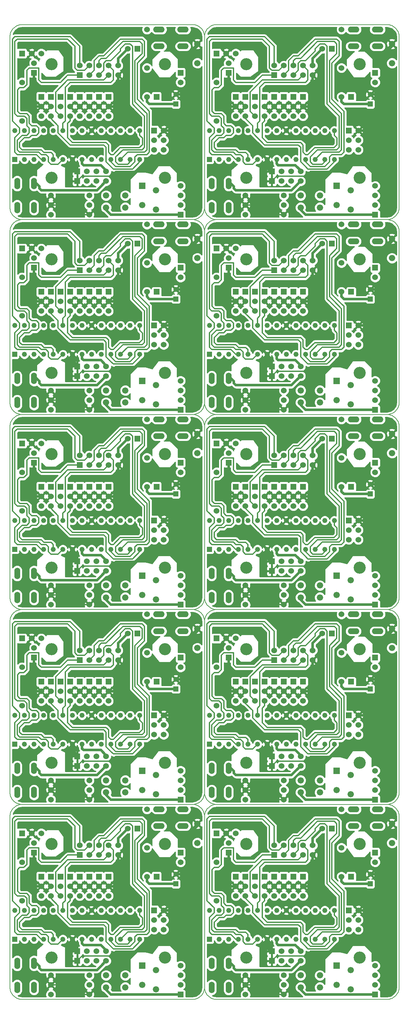
<source format=gtl>
G04 CAM350 PRO V7.5.1 (Build 197) Date:  Wed Jun 01 08:59:27 2011 *
G04 Database: (Untitled) *
G04 Layer 2: skymega-Front.g *
%FSLAX34Y34*%
%MOIN*%
%SFA1.000B1.000*%

%MIA0B0*%
%IPPOS*%
%ADD11C,0.01000*%
%ADD12C,0.00500*%
%ADD13R,0.06000X0.06000*%
%ADD14C,0.06000*%
%ADD15C,0.12600*%
%ADD16R,0.05200X0.05200*%
%ADD17C,0.05200*%
%ADD18O,0.12000X0.06000*%
%ADD19O,0.06000X0.12000*%
%ADD20R,0.06600X0.06600*%
%ADD21C,0.06600*%
%ADD22C,0.01200*%
%ADD23C,0.02500*%
%ADD24C,0.05000*%
%LNskymega-Front.g*%
%LPD*%
G36*
X82975Y55723D02*
G01Y55305D01*
X82900Y55329*
X82571Y55000*
X82900Y54671*
X82975Y54696*
Y53345*
X82829Y53491*
X82616Y53580*
X82385*
X82172Y53492*
X82009Y53329*
X81920Y53116*
Y52885*
X82008Y52672*
X82171Y52509*
X82384Y52420*
X82615*
X82828Y52508*
X82975Y52655*
Y38028*
X82895Y37630*
X82685Y37315*
X82368Y37104*
X81972Y37025*
X81299*
Y37599*
X81261Y37691*
X81191Y37761*
X81100Y37799*
X81075*
X81215Y37939*
X81299Y38141*
Y38359*
X81215Y38561*
X81061Y38715*
X80976Y38750*
X81061Y38785*
X81215Y38939*
X81299Y39141*
Y39359*
X81215Y39561*
X81061Y39715*
X80976Y39750*
X81061Y39785*
X81215Y39939*
X81299Y40141*
Y40359*
X81215Y40561*
X81061Y40715*
X80859Y40799*
X80641*
X80500Y40741*
X80439Y40715*
X80400Y40676*
Y41621*
X79671Y42350*
X78425*
X77800Y41517*
Y41515*
X77107Y41700*
X76229*
X75500Y40971*
Y39559*
X75492Y39578*
X75329Y39741*
X75116Y39830*
X74885*
X74672Y39742*
X74509Y39579*
X74420Y39366*
Y39135*
X74508Y38922*
X74671Y38759*
X74884Y38670*
X75115*
X75328Y38758*
X75491Y38921*
X75500Y38943*
Y38309*
X75492Y38328*
X75329Y38491*
X75116Y38580*
X74885*
X74672Y38492*
X74509Y38329*
X74420Y38116*
Y37885*
X74508Y37672*
X74555Y37625*
X73655*
X73525Y37755*
X73580Y37884*
Y38115*
X73492Y38328*
X73329Y38491*
X73116Y38580*
X72885*
X72672Y38492*
X72509Y38329*
X72420Y38116*
Y37885*
X72508Y37672*
X72671Y37509*
X72739Y37481*
X73195Y37025*
X71741*
X71793Y37171*
X71782Y37384*
X71722Y37531*
X71628Y37558*
X71321Y37250*
X71250Y37179*
X71144Y37285*
X70872Y37558*
X70778Y37531*
X70707Y37329*
X70718Y37116*
X70755Y37025*
X67750*
X67799Y37141*
Y37359*
X67793Y37374*
X67715Y37561*
X67561Y37715*
X67469Y37753*
X67531Y37778*
X67558Y37872*
X67250Y38179*
X67179Y38109*
X66942Y37872*
X66969Y37778*
X67034Y37755*
X66939Y37715*
X66785Y37561*
X66701Y37359*
Y37141*
X66749Y37025*
X64277*
X63879Y37105*
X63820Y37144*
X63857*
X64056Y37226*
X64207Y37378*
X64290Y37576*
Y38423*
X64208Y38622*
X64056Y38773*
X63858Y38856*
X63643*
X63444Y38774*
X63293Y38622*
X63275Y38580*
Y39920*
X63292Y39878*
X63444Y39727*
X63642Y39644*
X63857*
X64056Y39726*
X64207Y39878*
X64290Y40076*
Y40923*
X64208Y41122*
X64056Y41273*
X63858Y41356*
X63643*
X63444Y41274*
X63293Y41122*
X63275Y41080*
Y42491*
X63809*
X63901Y42529*
X63971Y42599*
X64009Y42690*
Y42856*
X64068Y42712*
X64212Y42569*
X64399Y42491*
X64601*
X64788Y42568*
X64931Y42712*
X64999Y42878*
X65068Y42712*
X65212Y42569*
X65399Y42491*
X65601*
X65788Y42568*
X65931Y42712*
X65980Y42832*
X66031Y42781*
X66042Y42774*
X66068Y42712*
X66212Y42569*
X66399Y42491*
X66413*
X65750Y41923*
Y41297*
X65608Y41356*
X65393*
X65194Y41274*
X65043Y41122*
X64960Y40924*
Y40077*
X65042Y39878*
X65194Y39727*
X65392Y39644*
X65607*
X65797Y39723*
X65984Y39535*
X65985*
X66045Y39495*
X66106Y39454*
X66107*
X66249Y39426*
X66250Y39425*
X66740*
X66707Y39329*
X66718Y39116*
X66778Y38969*
X66872Y38942*
X67144Y39215*
X67250Y39321*
X67356Y39215*
X67628Y38942*
X67722Y38969*
X67793Y39171*
X67782Y39384*
X67765Y39425*
X70728*
X70701Y39359*
Y39141*
X70785Y38939*
X70939Y38785*
X71023Y38750*
X70939Y38715*
X70785Y38561*
X70701Y38359*
Y38141*
X70785Y37939*
X70939Y37785*
X71030Y37748*
X70969Y37722*
X70942Y37628*
X71250Y37321*
X71558Y37628*
X71531Y37722*
X71465Y37746*
X71561Y37785*
X71715Y37939*
X71799Y38141*
Y38359*
X71715Y38561*
X71561Y38715*
X71476Y38750*
X71561Y38785*
X71715Y38939*
X71799Y39141*
Y39359*
X71771Y39425*
X72050*
X72193Y39454*
X72194*
X72315Y39535*
X72981Y40201*
X73109*
X73311Y40285*
X73465Y40439*
X73549Y40641*
Y40859*
X73465Y41061*
X73311Y41215*
X73226Y41250*
X73311Y41285*
X73465Y41439*
X73549Y41641*
Y41769*
X73581Y41748*
X73631Y41714*
X73632*
X73750Y41690*
X75750*
X75868Y41714*
X75869*
X75969Y41781*
X76719Y42530*
Y42531*
X76726Y42543*
X76727Y42544*
X76788Y42568*
X76931Y42712*
X77009Y42899*
Y43101*
X76972Y43190*
X77250*
X77368Y43214*
X77369*
X77469Y43281*
X77713Y43525*
X77891Y43451*
X78109*
X78311Y43535*
X78465Y43689*
X78500Y43774*
X78535Y43689*
X78689Y43535*
X78891Y43451*
X79109*
X79311Y43535*
X79465Y43689*
X79549Y43891*
Y44109*
X79465Y44311*
X79311Y44465*
X79226Y44500*
X79311Y44535*
X79465Y44689*
X79549Y44891*
Y45109*
X79543Y45124*
X79465Y45311*
X79311Y45465*
X79219Y45503*
X79281Y45528*
X79308Y45622*
X79000Y45929*
X78692Y45622*
X78719Y45528*
X78784Y45505*
X78689Y45465*
X78535Y45311*
X78500Y45227*
X78465Y45311*
X78325Y45451*
X78349*
X78441Y45489*
X78511Y45559*
X78549Y45650*
Y45713*
X78622Y45692*
X78929Y46000*
X78622Y46308*
X78549Y46288*
Y46349*
X78511Y46441*
X78441Y46511*
X78350Y46549*
X77810*
Y48000*
X77786Y48118*
Y48119*
X77752Y48169*
X77719Y48219*
Y48220*
X77563Y48375*
X79768*
X79779Y48349*
X79849Y48279*
X79940Y48241*
X80559*
X80651Y48279*
X80721Y48349*
X80759Y48440*
Y49059*
X80755Y49069*
X80721Y49151*
X80651Y49221*
X80560Y49259*
X80383*
X80500Y49308*
X80507Y49310*
X80529Y49400*
X80250Y49679*
X79971Y49400*
X79993Y49310*
X80140Y49259*
X79941*
X79849Y49221*
X79779Y49151*
X79768Y49125*
X78788*
X78799Y49150*
Y49849*
X78761Y49941*
X78691Y50011*
X78600Y50049*
X77901*
X77809Y50011*
X77739Y49941*
X77701Y49850*
Y49825*
X77561Y49965*
X77359Y50049*
X77141*
X76939Y49965*
X76785Y49811*
X76701Y49609*
Y49391*
X76785Y49189*
X76875Y49099*
Y49063*
X76560Y49378*
Y52872*
X77219Y53530*
Y53531*
X77286Y53631*
X77309Y53750*
X77310*
Y55250*
X77286Y55368*
Y55369*
X77252Y55419*
X77219Y55469*
Y55470*
X76969Y55719*
X76869Y55786*
X76750Y55810*
X74500*
X74381Y55786*
X74280Y55719*
X72621Y54060*
X72250*
X72131Y54036*
X72031Y53969*
X71531Y53469*
X71464Y53369*
X71442Y53265*
X71359Y53299*
X71141*
X70939Y53215*
X70785Y53061*
X70750Y52977*
X70715Y53061*
X70560Y53216*
Y54750*
X70536Y54868*
Y54869*
X70469Y54969*
X69469Y55969*
X69369Y56036*
X69250Y56060*
X63500*
X63381Y56036*
X63330Y56003*
X63353Y56119*
X63564Y56436*
X63879Y56646*
X64277Y56725*
X76749*
X76701Y56609*
Y56391*
X76785Y56189*
X76939Y56035*
X77141Y55951*
X77359*
X77561Y56035*
X77715Y56189*
X77721Y56205*
X77726Y56194*
X77878Y56043*
X78076Y55960*
X78923*
X79122Y56042*
X79273Y56194*
X79356Y56392*
Y56607*
X79307Y56725*
X80193*
X80144Y56608*
Y56393*
X80226Y56194*
X80378Y56043*
X80576Y55960*
X81423*
X81622Y56042*
X81773Y56194*
X81856Y56392*
Y56607*
X81807Y56725*
X81972*
X82228Y56675*
X82475Y56576*
X82559Y56520*
X82769Y56310*
X82895Y56121*
X82975Y55723*
G37*
G36*
X62725D02*
G01Y55305D01*
X62650Y55329*
X62321Y55000*
X62650Y54671*
X62725Y54696*
Y53345*
X62579Y53491*
X62366Y53580*
X62135*
X61922Y53492*
X61759Y53329*
X61670Y53116*
Y52885*
X61758Y52672*
X61921Y52509*
X62134Y52420*
X62365*
X62578Y52508*
X62725Y52655*
Y38028*
X62645Y37630*
X62435Y37315*
X62118Y37104*
X61722Y37025*
X61049*
Y37599*
X61011Y37691*
X60941Y37761*
X60850Y37799*
X60825*
X60965Y37939*
X61049Y38141*
Y38359*
X60965Y38561*
X60811Y38715*
X60726Y38750*
X60811Y38785*
X60965Y38939*
X61049Y39141*
Y39359*
X60965Y39561*
X60811Y39715*
X60726Y39750*
X60811Y39785*
X60965Y39939*
X61049Y40141*
Y40359*
X60965Y40561*
X60811Y40715*
X60609Y40799*
X60391*
X60250Y40741*
X60189Y40715*
X60150Y40676*
Y41621*
X59421Y42350*
X58175*
X57550Y41517*
Y41515*
X56857Y41700*
X55979*
X55250Y40971*
Y39559*
X55242Y39578*
X55079Y39741*
X54866Y39830*
X54635*
X54422Y39742*
X54259Y39579*
X54170Y39366*
Y39135*
X54258Y38922*
X54421Y38759*
X54634Y38670*
X54865*
X55078Y38758*
X55241Y38921*
X55250Y38943*
Y38309*
X55242Y38328*
X55079Y38491*
X54866Y38580*
X54635*
X54422Y38492*
X54259Y38329*
X54170Y38116*
Y37885*
X54258Y37672*
X54305Y37625*
X53405*
X53275Y37755*
X53330Y37884*
Y38115*
X53242Y38328*
X53079Y38491*
X52866Y38580*
X52635*
X52422Y38492*
X52259Y38329*
X52170Y38116*
Y37885*
X52258Y37672*
X52421Y37509*
X52489Y37481*
X52945Y37025*
X51491*
X51543Y37171*
X51532Y37384*
X51472Y37531*
X51378Y37558*
X51071Y37250*
X51000Y37179*
X50894Y37285*
X50622Y37558*
X50528Y37531*
X50457Y37329*
X50468Y37116*
X50505Y37025*
X47500*
X47549Y37141*
Y37359*
X47543Y37374*
X47465Y37561*
X47311Y37715*
X47219Y37753*
X47281Y37778*
X47308Y37872*
X47000Y38179*
X46929Y38109*
X46692Y37872*
X46719Y37778*
X46784Y37755*
X46689Y37715*
X46535Y37561*
X46451Y37359*
Y37141*
X46499Y37025*
X44027*
X43629Y37105*
X43570Y37144*
X43607*
X43806Y37226*
X43957Y37378*
X44040Y37576*
Y38423*
X43958Y38622*
X43806Y38773*
X43608Y38856*
X43393*
X43194Y38774*
X43043Y38622*
X43025Y38580*
Y39920*
X43042Y39878*
X43194Y39727*
X43392Y39644*
X43607*
X43806Y39726*
X43957Y39878*
X44040Y40076*
Y40923*
X43958Y41122*
X43806Y41273*
X43608Y41356*
X43393*
X43194Y41274*
X43043Y41122*
X43025Y41080*
Y42491*
X43559*
X43651Y42529*
X43721Y42599*
X43759Y42690*
Y42856*
X43818Y42712*
X43962Y42569*
X44149Y42491*
X44351*
X44538Y42568*
X44681Y42712*
X44749Y42878*
X44818Y42712*
X44962Y42569*
X45149Y42491*
X45351*
X45538Y42568*
X45681Y42712*
X45730Y42832*
X45781Y42781*
X45792Y42774*
X45818Y42712*
X45962Y42569*
X46149Y42491*
X46163*
X45500Y41923*
Y41297*
X45358Y41356*
X45143*
X44944Y41274*
X44793Y41122*
X44710Y40924*
Y40077*
X44792Y39878*
X44944Y39727*
X45142Y39644*
X45357*
X45547Y39723*
X45734Y39535*
X45735*
X45795Y39495*
X45856Y39454*
X45857*
X45999Y39426*
X46000Y39425*
X46490*
X46457Y39329*
X46468Y39116*
X46528Y38969*
X46622Y38942*
X46894Y39215*
X47000Y39321*
X47106Y39215*
X47378Y38942*
X47472Y38969*
X47543Y39171*
X47532Y39384*
X47515Y39425*
X50478*
X50451Y39359*
Y39141*
X50535Y38939*
X50689Y38785*
X50773Y38750*
X50689Y38715*
X50535Y38561*
X50451Y38359*
Y38141*
X50535Y37939*
X50689Y37785*
X50780Y37748*
X50719Y37722*
X50692Y37628*
X51000Y37321*
X51308Y37628*
X51281Y37722*
X51215Y37746*
X51311Y37785*
X51465Y37939*
X51549Y38141*
Y38359*
X51465Y38561*
X51311Y38715*
X51226Y38750*
X51311Y38785*
X51465Y38939*
X51549Y39141*
Y39359*
X51521Y39425*
X51800*
X51943Y39454*
X51944*
X52065Y39535*
X52731Y40201*
X52859*
X53061Y40285*
X53215Y40439*
X53299Y40641*
Y40859*
X53215Y41061*
X53061Y41215*
X52976Y41250*
X53061Y41285*
X53215Y41439*
X53299Y41641*
Y41769*
X53331Y41748*
X53381Y41714*
X53382*
X53500Y41690*
X55500*
X55618Y41714*
X55619*
X55719Y41781*
X56469Y42530*
Y42531*
X56476Y42543*
X56477Y42544*
X56538Y42568*
X56681Y42712*
X56759Y42899*
Y43101*
X56722Y43190*
X57000*
X57118Y43214*
X57119*
X57219Y43281*
X57463Y43525*
X57641Y43451*
X57859*
X58061Y43535*
X58215Y43689*
X58250Y43774*
X58285Y43689*
X58439Y43535*
X58641Y43451*
X58859*
X59061Y43535*
X59215Y43689*
X59299Y43891*
Y44109*
X59215Y44311*
X59061Y44465*
X58976Y44500*
X59061Y44535*
X59215Y44689*
X59299Y44891*
Y45109*
X59293Y45124*
X59215Y45311*
X59061Y45465*
X58969Y45503*
X59031Y45528*
X59058Y45622*
X58750Y45929*
X58442Y45622*
X58469Y45528*
X58534Y45505*
X58439Y45465*
X58285Y45311*
X58250Y45227*
X58215Y45311*
X58075Y45451*
X58099*
X58191Y45489*
X58261Y45559*
X58299Y45650*
Y45713*
X58372Y45692*
X58679Y46000*
X58372Y46308*
X58299Y46288*
Y46349*
X58261Y46441*
X58191Y46511*
X58100Y46549*
X57560*
Y48000*
X57536Y48118*
Y48119*
X57502Y48169*
X57469Y48219*
Y48220*
X57313Y48375*
X59518*
X59529Y48349*
X59599Y48279*
X59690Y48241*
X60309*
X60401Y48279*
X60471Y48349*
X60509Y48440*
Y49059*
X60505Y49069*
X60471Y49151*
X60401Y49221*
X60310Y49259*
X60133*
X60250Y49308*
X60257Y49310*
X60279Y49400*
X60000Y49679*
X59721Y49400*
X59743Y49310*
X59890Y49259*
X59691*
X59599Y49221*
X59529Y49151*
X59518Y49125*
X58538*
X58549Y49150*
Y49849*
X58511Y49941*
X58441Y50011*
X58350Y50049*
X57651*
X57559Y50011*
X57489Y49941*
X57451Y49850*
Y49825*
X57311Y49965*
X57109Y50049*
X56891*
X56689Y49965*
X56535Y49811*
X56451Y49609*
Y49391*
X56535Y49189*
X56625Y49099*
Y49063*
X56310Y49378*
Y52872*
X56969Y53530*
Y53531*
X57036Y53631*
X57059Y53750*
X57060*
Y55250*
X57036Y55368*
Y55369*
X57002Y55419*
X56969Y55469*
Y55470*
X56719Y55719*
X56619Y55786*
X56500Y55810*
X54250*
X54131Y55786*
X54030Y55719*
X52371Y54060*
X52000*
X51881Y54036*
X51781Y53969*
X51281Y53469*
X51214Y53369*
X51192Y53265*
X51109Y53299*
X50891*
X50689Y53215*
X50535Y53061*
X50500Y52977*
X50465Y53061*
X50310Y53216*
Y54750*
X50286Y54868*
Y54869*
X50219Y54969*
X49219Y55969*
X49119Y56036*
X49000Y56060*
X43250*
X43131Y56036*
X43080Y56003*
X43103Y56119*
X43314Y56436*
X43629Y56646*
X44027Y56725*
X56499*
X56451Y56609*
Y56391*
X56535Y56189*
X56689Y56035*
X56891Y55951*
X57109*
X57311Y56035*
X57465Y56189*
X57471Y56205*
X57476Y56194*
X57628Y56043*
X57826Y55960*
X58673*
X58872Y56042*
X59023Y56194*
X59106Y56392*
Y56607*
X59057Y56725*
X59943*
X59894Y56608*
Y56393*
X59976Y56194*
X60128Y56043*
X60326Y55960*
X61173*
X61372Y56042*
X61523Y56194*
X61606Y56392*
Y56607*
X61557Y56725*
X61722*
X61978Y56675*
X62225Y56576*
X62309Y56520*
X62519Y56310*
X62645Y56121*
X62725Y55723*
G37*
G36*
X82975Y35473D02*
G01Y35055D01*
X82900Y35079*
X82571Y34750*
X82900Y34421*
X82975Y34446*
Y33095*
X82829Y33241*
X82616Y33330*
X82385*
X82172Y33242*
X82009Y33079*
X81920Y32866*
Y32635*
X82008Y32422*
X82171Y32259*
X82384Y32170*
X82615*
X82828Y32258*
X82975Y32405*
Y17778*
X82895Y17380*
X82685Y17065*
X82368Y16854*
X81972Y16775*
X81299*
Y17349*
X81261Y17441*
X81191Y17511*
X81100Y17549*
X81075*
X81215Y17689*
X81299Y17891*
Y18109*
X81215Y18311*
X81061Y18465*
X80976Y18500*
X81061Y18535*
X81215Y18689*
X81299Y18891*
Y19109*
X81215Y19311*
X81061Y19465*
X80976Y19500*
X81061Y19535*
X81215Y19689*
X81299Y19891*
Y20109*
X81215Y20311*
X81061Y20465*
X80859Y20549*
X80641*
X80500Y20491*
X80439Y20465*
X80400Y20426*
Y21371*
X79671Y22100*
X78425*
X77800Y21267*
Y21265*
X77107Y21450*
X76229*
X75500Y20721*
Y19309*
X75492Y19328*
X75329Y19491*
X75116Y19580*
X74885*
X74672Y19492*
X74509Y19329*
X74420Y19116*
Y18885*
X74508Y18672*
X74671Y18509*
X74884Y18420*
X75115*
X75328Y18508*
X75491Y18671*
X75500Y18693*
Y18059*
X75492Y18078*
X75329Y18241*
X75116Y18330*
X74885*
X74672Y18242*
X74509Y18079*
X74420Y17866*
Y17635*
X74508Y17422*
X74555Y17375*
X73655*
X73525Y17505*
X73580Y17634*
Y17865*
X73492Y18078*
X73329Y18241*
X73116Y18330*
X72885*
X72672Y18242*
X72509Y18079*
X72420Y17866*
Y17635*
X72508Y17422*
X72671Y17259*
X72739Y17231*
X73195Y16775*
X71741*
X71793Y16921*
X71782Y17134*
X71722Y17281*
X71628Y17308*
X71321Y17000*
X71250Y16929*
X71144Y17035*
X70872Y17308*
X70778Y17281*
X70707Y17079*
X70718Y16866*
X70755Y16775*
X67750*
X67799Y16891*
Y17109*
X67793Y17124*
X67715Y17311*
X67561Y17465*
X67469Y17503*
X67531Y17528*
X67558Y17622*
X67250Y17929*
X67179Y17859*
X66942Y17622*
X66969Y17528*
X67034Y17505*
X66939Y17465*
X66785Y17311*
X66701Y17109*
Y16891*
X66749Y16775*
X64277*
X63879Y16855*
X63820Y16894*
X63857*
X64056Y16976*
X64207Y17128*
X64290Y17326*
Y18173*
X64208Y18372*
X64056Y18523*
X63858Y18606*
X63643*
X63444Y18524*
X63293Y18372*
X63275Y18330*
Y19670*
X63292Y19628*
X63444Y19477*
X63642Y19394*
X63857*
X64056Y19476*
X64207Y19628*
X64290Y19826*
Y20673*
X64208Y20872*
X64056Y21023*
X63858Y21106*
X63643*
X63444Y21024*
X63293Y20872*
X63275Y20830*
Y22241*
X63809*
X63901Y22279*
X63971Y22349*
X64009Y22440*
Y22606*
X64068Y22462*
X64212Y22319*
X64399Y22241*
X64601*
X64788Y22318*
X64931Y22462*
X64999Y22628*
X65068Y22462*
X65212Y22319*
X65399Y22241*
X65601*
X65788Y22318*
X65931Y22462*
X65980Y22582*
X66031Y22531*
X66042Y22524*
X66068Y22462*
X66212Y22319*
X66399Y22241*
X66413*
X65750Y21673*
Y21047*
X65608Y21106*
X65393*
X65194Y21024*
X65043Y20872*
X64960Y20674*
Y19827*
X65042Y19628*
X65194Y19477*
X65392Y19394*
X65607*
X65797Y19473*
X65984Y19285*
X65985*
X66045Y19245*
X66106Y19204*
X66107*
X66249Y19176*
X66250Y19175*
X66740*
X66707Y19079*
X66718Y18866*
X66778Y18719*
X66872Y18692*
X67144Y18965*
X67250Y19071*
X67356Y18965*
X67628Y18692*
X67722Y18719*
X67793Y18921*
X67782Y19134*
X67765Y19175*
X70728*
X70701Y19109*
Y18891*
X70785Y18689*
X70939Y18535*
X71023Y18500*
X70939Y18465*
X70785Y18311*
X70701Y18109*
Y17891*
X70785Y17689*
X70939Y17535*
X71030Y17498*
X70969Y17472*
X70942Y17378*
X71250Y17071*
X71558Y17378*
X71531Y17472*
X71465Y17496*
X71561Y17535*
X71715Y17689*
X71799Y17891*
Y18109*
X71715Y18311*
X71561Y18465*
X71476Y18500*
X71561Y18535*
X71715Y18689*
X71799Y18891*
Y19109*
X71771Y19175*
X72050*
X72193Y19204*
X72194*
X72315Y19285*
X72981Y19951*
X73109*
X73311Y20035*
X73465Y20189*
X73549Y20391*
Y20609*
X73465Y20811*
X73311Y20965*
X73226Y21000*
X73311Y21035*
X73465Y21189*
X73549Y21391*
Y21519*
X73581Y21498*
X73631Y21464*
X73632*
X73750Y21440*
X75750*
X75868Y21464*
X75869*
X75969Y21531*
X76719Y22280*
Y22281*
X76726Y22293*
X76727Y22294*
X76788Y22318*
X76931Y22462*
X77009Y22649*
Y22851*
X76972Y22940*
X77250*
X77368Y22964*
X77369*
X77469Y23031*
X77713Y23275*
X77891Y23201*
X78109*
X78311Y23285*
X78465Y23439*
X78500Y23524*
X78535Y23439*
X78689Y23285*
X78891Y23201*
X79109*
X79311Y23285*
X79465Y23439*
X79549Y23641*
Y23859*
X79465Y24061*
X79311Y24215*
X79226Y24250*
X79311Y24285*
X79465Y24439*
X79549Y24641*
Y24859*
X79543Y24874*
X79465Y25061*
X79311Y25215*
X79219Y25253*
X79281Y25278*
X79308Y25372*
X79000Y25679*
X78692Y25372*
X78719Y25278*
X78784Y25255*
X78689Y25215*
X78535Y25061*
X78500Y24977*
X78465Y25061*
X78325Y25201*
X78349*
X78441Y25239*
X78511Y25309*
X78549Y25400*
Y25463*
X78622Y25442*
X78929Y25750*
X78622Y26058*
X78549Y26038*
Y26099*
X78511Y26191*
X78441Y26261*
X78350Y26299*
X77810*
Y27750*
X77786Y27868*
Y27869*
X77752Y27919*
X77719Y27969*
Y27970*
X77563Y28125*
X79768*
X79779Y28099*
X79849Y28029*
X79940Y27991*
X80559*
X80651Y28029*
X80721Y28099*
X80759Y28190*
Y28809*
X80755Y28819*
X80721Y28901*
X80651Y28971*
X80560Y29009*
X80383*
X80500Y29058*
X80507Y29060*
X80529Y29150*
X80250Y29429*
X79971Y29150*
X79993Y29060*
X80140Y29009*
X79941*
X79849Y28971*
X79779Y28901*
X79768Y28875*
X78788*
X78799Y28900*
Y29599*
X78761Y29691*
X78691Y29761*
X78600Y29799*
X77901*
X77809Y29761*
X77739Y29691*
X77701Y29600*
Y29575*
X77561Y29715*
X77359Y29799*
X77141*
X76939Y29715*
X76785Y29561*
X76701Y29359*
Y29141*
X76785Y28939*
X76875Y28849*
Y28813*
X76560Y29128*
Y32622*
X77219Y33280*
Y33281*
X77286Y33381*
X77309Y33500*
X77310*
Y35000*
X77286Y35118*
Y35119*
X77252Y35169*
X77219Y35219*
Y35220*
X76969Y35469*
X76869Y35536*
X76750Y35560*
X74500*
X74381Y35536*
X74280Y35469*
X72621Y33810*
X72250*
X72131Y33786*
X72031Y33719*
X71531Y33219*
X71464Y33119*
X71442Y33015*
X71359Y33049*
X71141*
X70939Y32965*
X70785Y32811*
X70750Y32727*
X70715Y32811*
X70560Y32966*
Y34500*
X70536Y34618*
Y34619*
X70469Y34719*
X69469Y35719*
X69369Y35786*
X69250Y35810*
X63500*
X63381Y35786*
X63330Y35753*
X63353Y35869*
X63564Y36186*
X63879Y36396*
X64277Y36475*
X76749*
X76701Y36359*
Y36141*
X76785Y35939*
X76939Y35785*
X77141Y35701*
X77359*
X77561Y35785*
X77715Y35939*
X77721Y35955*
X77726Y35944*
X77878Y35793*
X78076Y35710*
X78923*
X79122Y35792*
X79273Y35944*
X79356Y36142*
Y36357*
X79307Y36475*
X80193*
X80144Y36358*
Y36143*
X80226Y35944*
X80378Y35793*
X80576Y35710*
X81423*
X81622Y35792*
X81773Y35944*
X81856Y36142*
Y36357*
X81807Y36475*
X81972*
X82228Y36425*
X82475Y36326*
X82559Y36270*
X82769Y36060*
X82895Y35871*
X82975Y35473*
G37*
G36*
X62725D02*
G01Y35055D01*
X62650Y35079*
X62321Y34750*
X62650Y34421*
X62725Y34446*
Y33095*
X62579Y33241*
X62366Y33330*
X62135*
X61922Y33242*
X61759Y33079*
X61670Y32866*
Y32635*
X61758Y32422*
X61921Y32259*
X62134Y32170*
X62365*
X62578Y32258*
X62725Y32405*
Y17778*
X62645Y17380*
X62435Y17065*
X62118Y16854*
X61722Y16775*
X61049*
Y17349*
X61011Y17441*
X60941Y17511*
X60850Y17549*
X60825*
X60965Y17689*
X61049Y17891*
Y18109*
X60965Y18311*
X60811Y18465*
X60726Y18500*
X60811Y18535*
X60965Y18689*
X61049Y18891*
Y19109*
X60965Y19311*
X60811Y19465*
X60726Y19500*
X60811Y19535*
X60965Y19689*
X61049Y19891*
Y20109*
X60965Y20311*
X60811Y20465*
X60609Y20549*
X60391*
X60250Y20491*
X60189Y20465*
X60150Y20426*
Y21371*
X59421Y22100*
X58175*
X57550Y21267*
Y21265*
X56857Y21450*
X55979*
X55250Y20721*
Y19309*
X55242Y19328*
X55079Y19491*
X54866Y19580*
X54635*
X54422Y19492*
X54259Y19329*
X54170Y19116*
Y18885*
X54258Y18672*
X54421Y18509*
X54634Y18420*
X54865*
X55078Y18508*
X55241Y18671*
X55250Y18693*
Y18059*
X55242Y18078*
X55079Y18241*
X54866Y18330*
X54635*
X54422Y18242*
X54259Y18079*
X54170Y17866*
Y17635*
X54258Y17422*
X54305Y17375*
X53405*
X53275Y17505*
X53330Y17634*
Y17865*
X53242Y18078*
X53079Y18241*
X52866Y18330*
X52635*
X52422Y18242*
X52259Y18079*
X52170Y17866*
Y17635*
X52258Y17422*
X52421Y17259*
X52489Y17231*
X52945Y16775*
X51491*
X51543Y16921*
X51532Y17134*
X51472Y17281*
X51378Y17308*
X51071Y17000*
X51000Y16929*
X50894Y17035*
X50622Y17308*
X50528Y17281*
X50457Y17079*
X50468Y16866*
X50505Y16775*
X47500*
X47549Y16891*
Y17109*
X47543Y17124*
X47465Y17311*
X47311Y17465*
X47219Y17503*
X47281Y17528*
X47308Y17622*
X47000Y17929*
X46929Y17859*
X46692Y17622*
X46719Y17528*
X46784Y17505*
X46689Y17465*
X46535Y17311*
X46451Y17109*
Y16891*
X46499Y16775*
X44027*
X43629Y16855*
X43570Y16894*
X43607*
X43806Y16976*
X43957Y17128*
X44040Y17326*
Y18173*
X43958Y18372*
X43806Y18523*
X43608Y18606*
X43393*
X43194Y18524*
X43043Y18372*
X43025Y18330*
Y19670*
X43042Y19628*
X43194Y19477*
X43392Y19394*
X43607*
X43806Y19476*
X43957Y19628*
X44040Y19826*
Y20673*
X43958Y20872*
X43806Y21023*
X43608Y21106*
X43393*
X43194Y21024*
X43043Y20872*
X43025Y20830*
Y22241*
X43559*
X43651Y22279*
X43721Y22349*
X43759Y22440*
Y22606*
X43818Y22462*
X43962Y22319*
X44149Y22241*
X44351*
X44538Y22318*
X44681Y22462*
X44749Y22628*
X44818Y22462*
X44962Y22319*
X45149Y22241*
X45351*
X45538Y22318*
X45681Y22462*
X45730Y22582*
X45781Y22531*
X45792Y22524*
X45818Y22462*
X45962Y22319*
X46149Y22241*
X46163*
X45500Y21673*
Y21047*
X45358Y21106*
X45143*
X44944Y21024*
X44793Y20872*
X44710Y20674*
Y19827*
X44792Y19628*
X44944Y19477*
X45142Y19394*
X45357*
X45547Y19473*
X45734Y19285*
X45735*
X45795Y19245*
X45856Y19204*
X45857*
X45999Y19176*
X46000Y19175*
X46490*
X46457Y19079*
X46468Y18866*
X46528Y18719*
X46622Y18692*
X46894Y18965*
X47000Y19071*
X47106Y18965*
X47378Y18692*
X47472Y18719*
X47543Y18921*
X47532Y19134*
X47515Y19175*
X50478*
X50451Y19109*
Y18891*
X50535Y18689*
X50689Y18535*
X50773Y18500*
X50689Y18465*
X50535Y18311*
X50451Y18109*
Y17891*
X50535Y17689*
X50689Y17535*
X50780Y17498*
X50719Y17472*
X50692Y17378*
X51000Y17071*
X51308Y17378*
X51281Y17472*
X51215Y17496*
X51311Y17535*
X51465Y17689*
X51549Y17891*
Y18109*
X51465Y18311*
X51311Y18465*
X51226Y18500*
X51311Y18535*
X51465Y18689*
X51549Y18891*
Y19109*
X51521Y19175*
X51800*
X51943Y19204*
X51944*
X52065Y19285*
X52731Y19951*
X52859*
X53061Y20035*
X53215Y20189*
X53299Y20391*
Y20609*
X53215Y20811*
X53061Y20965*
X52976Y21000*
X53061Y21035*
X53215Y21189*
X53299Y21391*
Y21519*
X53331Y21498*
X53381Y21464*
X53382*
X53500Y21440*
X55500*
X55618Y21464*
X55619*
X55719Y21531*
X56469Y22280*
Y22281*
X56476Y22293*
X56477Y22294*
X56538Y22318*
X56681Y22462*
X56759Y22649*
Y22851*
X56722Y22940*
X57000*
X57118Y22964*
X57119*
X57219Y23031*
X57463Y23275*
X57641Y23201*
X57859*
X58061Y23285*
X58215Y23439*
X58250Y23524*
X58285Y23439*
X58439Y23285*
X58641Y23201*
X58859*
X59061Y23285*
X59215Y23439*
X59299Y23641*
Y23859*
X59215Y24061*
X59061Y24215*
X58976Y24250*
X59061Y24285*
X59215Y24439*
X59299Y24641*
Y24859*
X59293Y24874*
X59215Y25061*
X59061Y25215*
X58969Y25253*
X59031Y25278*
X59058Y25372*
X58750Y25679*
X58442Y25372*
X58469Y25278*
X58534Y25255*
X58439Y25215*
X58285Y25061*
X58250Y24977*
X58215Y25061*
X58075Y25201*
X58099*
X58191Y25239*
X58261Y25309*
X58299Y25400*
Y25463*
X58372Y25442*
X58679Y25750*
X58372Y26058*
X58299Y26038*
Y26099*
X58261Y26191*
X58191Y26261*
X58100Y26299*
X57560*
Y27750*
X57536Y27868*
Y27869*
X57502Y27919*
X57469Y27969*
Y27970*
X57313Y28125*
X59518*
X59529Y28099*
X59599Y28029*
X59690Y27991*
X60309*
X60401Y28029*
X60471Y28099*
X60509Y28190*
Y28809*
X60505Y28819*
X60471Y28901*
X60401Y28971*
X60310Y29009*
X60133*
X60250Y29058*
X60257Y29060*
X60279Y29150*
X60000Y29429*
X59721Y29150*
X59743Y29060*
X59890Y29009*
X59691*
X59599Y28971*
X59529Y28901*
X59518Y28875*
X58538*
X58549Y28900*
Y29599*
X58511Y29691*
X58441Y29761*
X58350Y29799*
X57651*
X57559Y29761*
X57489Y29691*
X57451Y29600*
Y29575*
X57311Y29715*
X57109Y29799*
X56891*
X56689Y29715*
X56535Y29561*
X56451Y29359*
Y29141*
X56535Y28939*
X56625Y28849*
Y28813*
X56310Y29128*
Y32622*
X56969Y33280*
Y33281*
X57036Y33381*
X57059Y33500*
X57060*
Y35000*
X57036Y35118*
Y35119*
X57002Y35169*
X56969Y35219*
Y35220*
X56719Y35469*
X56619Y35536*
X56500Y35560*
X54250*
X54131Y35536*
X54030Y35469*
X52371Y33810*
X52000*
X51881Y33786*
X51781Y33719*
X51281Y33219*
X51214Y33119*
X51192Y33015*
X51109Y33049*
X50891*
X50689Y32965*
X50535Y32811*
X50500Y32727*
X50465Y32811*
X50310Y32966*
Y34500*
X50286Y34618*
Y34619*
X50219Y34719*
X49219Y35719*
X49119Y35786*
X49000Y35810*
X43250*
X43131Y35786*
X43080Y35753*
X43103Y35869*
X43314Y36186*
X43629Y36396*
X44027Y36475*
X56499*
X56451Y36359*
Y36141*
X56535Y35939*
X56689Y35785*
X56891Y35701*
X57109*
X57311Y35785*
X57465Y35939*
X57471Y35955*
X57476Y35944*
X57628Y35793*
X57826Y35710*
X58673*
X58872Y35792*
X59023Y35944*
X59106Y36142*
Y36357*
X59057Y36475*
X59943*
X59894Y36358*
Y36143*
X59976Y35944*
X60128Y35793*
X60326Y35710*
X61173*
X61372Y35792*
X61523Y35944*
X61606Y36142*
Y36357*
X61557Y36475*
X61722*
X61978Y36425*
X62225Y36326*
X62309Y36270*
X62519Y36060*
X62645Y35871*
X62725Y35473*
G37*
G36*
X82975Y15223D02*
G01Y14805D01*
X82900Y14829*
X82571Y14500*
X82900Y14171*
X82975Y14196*
Y12845*
X82829Y12991*
X82616Y13080*
X82385*
X82172Y12992*
X82009Y12829*
X81920Y12616*
Y12385*
X82008Y12172*
X82171Y12009*
X82384Y11920*
X82615*
X82828Y12008*
X82975Y12155*
Y-2472*
X82895Y-2870*
X82685Y-3185*
X82368Y-3396*
X81972Y-3475*
X81299*
Y-2901*
X81261Y-2809*
X81191Y-2739*
X81100Y-2701*
X81075*
X81215Y-2561*
X81299Y-2359*
Y-2141*
X81215Y-1939*
X81061Y-1785*
X80976Y-1750*
X81061Y-1715*
X81215Y-1561*
X81299Y-1359*
Y-1141*
X81215Y-939*
X81061Y-785*
X80976Y-750*
X81061Y-715*
X81215Y-561*
X81299Y-359*
Y-141*
X81215Y61*
X81061Y215*
X80859Y299*
X80641*
X80500Y241*
X80439Y215*
X80400Y176*
Y1121*
X79671Y1850*
X78425*
X77800Y1017*
Y1015*
X77107Y1200*
X76229*
X75500Y471*
Y-941*
X75492Y-922*
X75329Y-759*
X75116Y-670*
X74885*
X74672Y-758*
X74509Y-921*
X74420Y-1134*
Y-1365*
X74508Y-1578*
X74671Y-1741*
X74884Y-1830*
X75115*
X75328Y-1742*
X75491Y-1579*
X75500Y-1557*
Y-2191*
X75492Y-2172*
X75329Y-2009*
X75116Y-1920*
X74885*
X74672Y-2008*
X74509Y-2171*
X74420Y-2384*
Y-2615*
X74508Y-2828*
X74555Y-2875*
X73655*
X73525Y-2745*
X73580Y-2616*
Y-2385*
X73492Y-2172*
X73329Y-2009*
X73116Y-1920*
X72885*
X72672Y-2008*
X72509Y-2171*
X72420Y-2384*
Y-2615*
X72508Y-2828*
X72671Y-2991*
X72739Y-3019*
X73195Y-3475*
X71741*
X71793Y-3329*
X71782Y-3116*
X71722Y-2969*
X71628Y-2942*
X71321Y-3250*
X71250Y-3321*
X71144Y-3215*
X70872Y-2942*
X70778Y-2969*
X70707Y-3171*
X70718Y-3384*
X70755Y-3475*
X67750*
X67799Y-3359*
Y-3141*
X67793Y-3126*
X67715Y-2939*
X67561Y-2785*
X67469Y-2747*
X67531Y-2722*
X67558Y-2628*
X67250Y-2321*
X67179Y-2391*
X66942Y-2628*
X66969Y-2722*
X67034Y-2745*
X66939Y-2785*
X66785Y-2939*
X66701Y-3141*
Y-3359*
X66749Y-3475*
X64277*
X63879Y-3395*
X63820Y-3356*
X63857*
X64056Y-3274*
X64207Y-3122*
X64290Y-2924*
Y-2077*
X64208Y-1878*
X64056Y-1727*
X63858Y-1644*
X63643*
X63444Y-1726*
X63293Y-1878*
X63275Y-1920*
Y-580*
X63292Y-622*
X63444Y-773*
X63642Y-856*
X63857*
X64056Y-774*
X64207Y-622*
X64290Y-424*
Y423*
X64208Y622*
X64056Y773*
X63858Y856*
X63643*
X63444Y774*
X63293Y622*
X63275Y580*
Y1991*
X63809*
X63901Y2029*
X63971Y2099*
X64009Y2190*
Y2356*
X64068Y2212*
X64212Y2069*
X64399Y1991*
X64601*
X64788Y2068*
X64931Y2212*
X64999Y2378*
X65068Y2212*
X65212Y2069*
X65399Y1991*
X65601*
X65788Y2068*
X65931Y2212*
X65980Y2332*
X66031Y2281*
X66042Y2274*
X66068Y2212*
X66212Y2069*
X66399Y1991*
X66413*
X65750Y1423*
Y797*
X65608Y856*
X65393*
X65194Y774*
X65043Y622*
X64960Y424*
Y-423*
X65042Y-622*
X65194Y-773*
X65392Y-856*
X65607*
X65797Y-777*
X65984Y-965*
X65985*
X66045Y-1005*
X66106Y-1046*
X66107*
X66249Y-1074*
X66250Y-1075*
X66740*
X66707Y-1171*
X66718Y-1384*
X66778Y-1531*
X66872Y-1558*
X67144Y-1285*
X67250Y-1179*
X67356Y-1285*
X67628Y-1558*
X67722Y-1531*
X67793Y-1329*
X67782Y-1116*
X67765Y-1075*
X70728*
X70701Y-1141*
Y-1359*
X70785Y-1561*
X70939Y-1715*
X71023Y-1750*
X70939Y-1785*
X70785Y-1939*
X70701Y-2141*
Y-2359*
X70785Y-2561*
X70939Y-2715*
X71030Y-2752*
X70969Y-2778*
X70942Y-2872*
X71250Y-3179*
X71558Y-2872*
X71531Y-2778*
X71465Y-2754*
X71561Y-2715*
X71715Y-2561*
X71799Y-2359*
Y-2141*
X71715Y-1939*
X71561Y-1785*
X71476Y-1750*
X71561Y-1715*
X71715Y-1561*
X71799Y-1359*
Y-1141*
X71771Y-1075*
X72050*
X72193Y-1046*
X72194*
X72315Y-965*
X72981Y-299*
X73109*
X73311Y-215*
X73465Y-61*
X73549Y141*
Y359*
X73465Y561*
X73311Y715*
X73226Y750*
X73311Y785*
X73465Y939*
X73549Y1141*
Y1269*
X73581Y1248*
X73631Y1214*
X73632*
X73750Y1190*
X75750*
X75868Y1214*
X75869*
X75969Y1281*
X76719Y2030*
Y2031*
X76726Y2043*
X76727Y2044*
X76788Y2068*
X76931Y2212*
X77009Y2399*
Y2601*
X76972Y2690*
X77250*
X77368Y2714*
X77369*
X77469Y2781*
X77713Y3025*
X77891Y2951*
X78109*
X78311Y3035*
X78465Y3189*
X78500Y3274*
X78535Y3189*
X78689Y3035*
X78891Y2951*
X79109*
X79311Y3035*
X79465Y3189*
X79549Y3391*
Y3609*
X79465Y3811*
X79311Y3965*
X79226Y4000*
X79311Y4035*
X79465Y4189*
X79549Y4391*
Y4609*
X79543Y4624*
X79465Y4811*
X79311Y4965*
X79219Y5003*
X79281Y5028*
X79308Y5122*
X79000Y5429*
X78692Y5122*
X78719Y5028*
X78784Y5005*
X78689Y4965*
X78535Y4811*
X78500Y4727*
X78465Y4811*
X78325Y4951*
X78349*
X78441Y4989*
X78511Y5059*
X78549Y5150*
Y5213*
X78622Y5192*
X78929Y5500*
X78622Y5808*
X78549Y5788*
Y5849*
X78511Y5941*
X78441Y6011*
X78350Y6049*
X77810*
Y7500*
X77786Y7618*
Y7619*
X77752Y7669*
X77719Y7719*
Y7720*
X77563Y7875*
X79768*
X79779Y7849*
X79849Y7779*
X79940Y7741*
X80559*
X80651Y7779*
X80721Y7849*
X80759Y7940*
Y8559*
X80755Y8569*
X80721Y8651*
X80651Y8721*
X80560Y8759*
X80383*
X80500Y8808*
X80507Y8810*
X80529Y8900*
X80250Y9179*
X79971Y8900*
X79993Y8810*
X80140Y8759*
X79941*
X79849Y8721*
X79779Y8651*
X79768Y8625*
X78788*
X78799Y8650*
Y9349*
X78761Y9441*
X78691Y9511*
X78600Y9549*
X77901*
X77809Y9511*
X77739Y9441*
X77701Y9350*
Y9325*
X77561Y9465*
X77359Y9549*
X77141*
X76939Y9465*
X76785Y9311*
X76701Y9109*
Y8891*
X76785Y8689*
X76875Y8599*
Y8563*
X76560Y8878*
Y12372*
X77219Y13030*
Y13031*
X77286Y13131*
X77309Y13250*
X77310*
Y14750*
X77286Y14868*
Y14869*
X77252Y14919*
X77219Y14969*
Y14970*
X76969Y15219*
X76869Y15286*
X76750Y15310*
X74500*
X74381Y15286*
X74280Y15219*
X72621Y13560*
X72250*
X72131Y13536*
X72031Y13469*
X71531Y12969*
X71464Y12869*
X71442Y12765*
X71359Y12799*
X71141*
X70939Y12715*
X70785Y12561*
X70750Y12477*
X70715Y12561*
X70560Y12716*
Y14250*
X70536Y14368*
Y14369*
X70469Y14469*
X69469Y15469*
X69369Y15536*
X69250Y15560*
X63500*
X63381Y15536*
X63330Y15503*
X63353Y15619*
X63564Y15936*
X63879Y16146*
X64277Y16225*
X76749*
X76701Y16109*
Y15891*
X76785Y15689*
X76939Y15535*
X77141Y15451*
X77359*
X77561Y15535*
X77715Y15689*
X77721Y15705*
X77726Y15694*
X77878Y15543*
X78076Y15460*
X78923*
X79122Y15542*
X79273Y15694*
X79356Y15892*
Y16107*
X79307Y16225*
X80193*
X80144Y16108*
Y15893*
X80226Y15694*
X80378Y15543*
X80576Y15460*
X81423*
X81622Y15542*
X81773Y15694*
X81856Y15892*
Y16107*
X81807Y16225*
X81972*
X82228Y16175*
X82475Y16076*
X82559Y16020*
X82769Y15810*
X82895Y15621*
X82975Y15223*
G37*
G36*
X62725D02*
G01Y14805D01*
X62650Y14829*
X62321Y14500*
X62650Y14171*
X62725Y14196*
Y12845*
X62579Y12991*
X62366Y13080*
X62135*
X61922Y12992*
X61759Y12829*
X61670Y12616*
Y12385*
X61758Y12172*
X61921Y12009*
X62134Y11920*
X62365*
X62578Y12008*
X62725Y12155*
Y-2472*
X62645Y-2870*
X62435Y-3185*
X62118Y-3396*
X61722Y-3475*
X61049*
Y-2901*
X61011Y-2809*
X60941Y-2739*
X60850Y-2701*
X60825*
X60965Y-2561*
X61049Y-2359*
Y-2141*
X60965Y-1939*
X60811Y-1785*
X60726Y-1750*
X60811Y-1715*
X60965Y-1561*
X61049Y-1359*
Y-1141*
X60965Y-939*
X60811Y-785*
X60726Y-750*
X60811Y-715*
X60965Y-561*
X61049Y-359*
Y-141*
X60965Y61*
X60811Y215*
X60609Y299*
X60391*
X60250Y241*
X60189Y215*
X60150Y176*
Y1121*
X59421Y1850*
X58175*
X57550Y1017*
Y1015*
X56857Y1200*
X55979*
X55250Y471*
Y-941*
X55242Y-922*
X55079Y-759*
X54866Y-670*
X54635*
X54422Y-758*
X54259Y-921*
X54170Y-1134*
Y-1365*
X54258Y-1578*
X54421Y-1741*
X54634Y-1830*
X54865*
X55078Y-1742*
X55241Y-1579*
X55250Y-1557*
Y-2191*
X55242Y-2172*
X55079Y-2009*
X54866Y-1920*
X54635*
X54422Y-2008*
X54259Y-2171*
X54170Y-2384*
Y-2615*
X54258Y-2828*
X54305Y-2875*
X53405*
X53275Y-2745*
X53330Y-2616*
Y-2385*
X53242Y-2172*
X53079Y-2009*
X52866Y-1920*
X52635*
X52422Y-2008*
X52259Y-2171*
X52170Y-2384*
Y-2615*
X52258Y-2828*
X52421Y-2991*
X52489Y-3019*
X52945Y-3475*
X51491*
X51543Y-3329*
X51532Y-3116*
X51472Y-2969*
X51378Y-2942*
X51071Y-3250*
X51000Y-3321*
X50894Y-3215*
X50622Y-2942*
X50528Y-2969*
X50457Y-3171*
X50468Y-3384*
X50505Y-3475*
X47500*
X47549Y-3359*
Y-3141*
X47543Y-3126*
X47465Y-2939*
X47311Y-2785*
X47219Y-2747*
X47281Y-2722*
X47308Y-2628*
X47000Y-2321*
X46929Y-2391*
X46692Y-2628*
X46719Y-2722*
X46784Y-2745*
X46689Y-2785*
X46535Y-2939*
X46451Y-3141*
Y-3359*
X46499Y-3475*
X44027*
X43629Y-3395*
X43570Y-3356*
X43607*
X43806Y-3274*
X43957Y-3122*
X44040Y-2924*
Y-2077*
X43958Y-1878*
X43806Y-1727*
X43608Y-1644*
X43393*
X43194Y-1726*
X43043Y-1878*
X43025Y-1920*
Y-580*
X43042Y-622*
X43194Y-773*
X43392Y-856*
X43607*
X43806Y-774*
X43957Y-622*
X44040Y-424*
Y423*
X43958Y622*
X43806Y773*
X43608Y856*
X43393*
X43194Y774*
X43043Y622*
X43025Y580*
Y1991*
X43559*
X43651Y2029*
X43721Y2099*
X43759Y2190*
Y2356*
X43818Y2212*
X43962Y2069*
X44149Y1991*
X44351*
X44538Y2068*
X44681Y2212*
X44749Y2378*
X44818Y2212*
X44962Y2069*
X45149Y1991*
X45351*
X45538Y2068*
X45681Y2212*
X45730Y2332*
X45781Y2281*
X45792Y2274*
X45818Y2212*
X45962Y2069*
X46149Y1991*
X46163*
X45500Y1423*
Y797*
X45358Y856*
X45143*
X44944Y774*
X44793Y622*
X44710Y424*
Y-423*
X44792Y-622*
X44944Y-773*
X45142Y-856*
X45357*
X45547Y-777*
X45734Y-965*
X45735*
X45795Y-1005*
X45856Y-1046*
X45857*
X45999Y-1074*
X46000Y-1075*
X46490*
X46457Y-1171*
X46468Y-1384*
X46528Y-1531*
X46622Y-1558*
X46894Y-1285*
X47000Y-1179*
X47106Y-1285*
X47378Y-1558*
X47472Y-1531*
X47543Y-1329*
X47532Y-1116*
X47515Y-1075*
X50478*
X50451Y-1141*
Y-1359*
X50535Y-1561*
X50689Y-1715*
X50773Y-1750*
X50689Y-1785*
X50535Y-1939*
X50451Y-2141*
Y-2359*
X50535Y-2561*
X50689Y-2715*
X50780Y-2752*
X50719Y-2778*
X50692Y-2872*
X51000Y-3179*
X51308Y-2872*
X51281Y-2778*
X51215Y-2754*
X51311Y-2715*
X51465Y-2561*
X51549Y-2359*
Y-2141*
X51465Y-1939*
X51311Y-1785*
X51226Y-1750*
X51311Y-1715*
X51465Y-1561*
X51549Y-1359*
Y-1141*
X51521Y-1075*
X51800*
X51943Y-1046*
X51944*
X52065Y-965*
X52731Y-299*
X52859*
X53061Y-215*
X53215Y-61*
X53299Y141*
Y359*
X53215Y561*
X53061Y715*
X52976Y750*
X53061Y785*
X53215Y939*
X53299Y1141*
Y1269*
X53331Y1248*
X53381Y1214*
X53382*
X53500Y1190*
X55500*
X55618Y1214*
X55619*
X55719Y1281*
X56469Y2030*
Y2031*
X56476Y2043*
X56477Y2044*
X56538Y2068*
X56681Y2212*
X56759Y2399*
Y2601*
X56722Y2690*
X57000*
X57118Y2714*
X57119*
X57219Y2781*
X57463Y3025*
X57641Y2951*
X57859*
X58061Y3035*
X58215Y3189*
X58250Y3274*
X58285Y3189*
X58439Y3035*
X58641Y2951*
X58859*
X59061Y3035*
X59215Y3189*
X59299Y3391*
Y3609*
X59215Y3811*
X59061Y3965*
X58976Y4000*
X59061Y4035*
X59215Y4189*
X59299Y4391*
Y4609*
X59293Y4624*
X59215Y4811*
X59061Y4965*
X58969Y5003*
X59031Y5028*
X59058Y5122*
X58750Y5429*
X58442Y5122*
X58469Y5028*
X58534Y5005*
X58439Y4965*
X58285Y4811*
X58250Y4727*
X58215Y4811*
X58075Y4951*
X58099*
X58191Y4989*
X58261Y5059*
X58299Y5150*
Y5213*
X58372Y5192*
X58679Y5500*
X58372Y5808*
X58299Y5788*
Y5849*
X58261Y5941*
X58191Y6011*
X58100Y6049*
X57560*
Y7500*
X57536Y7618*
Y7619*
X57502Y7669*
X57469Y7719*
Y7720*
X57313Y7875*
X59518*
X59529Y7849*
X59599Y7779*
X59690Y7741*
X60309*
X60401Y7779*
X60471Y7849*
X60509Y7940*
Y8559*
X60505Y8569*
X60471Y8651*
X60401Y8721*
X60310Y8759*
X60133*
X60250Y8808*
X60257Y8810*
X60279Y8900*
X60000Y9179*
X59721Y8900*
X59743Y8810*
X59890Y8759*
X59691*
X59599Y8721*
X59529Y8651*
X59518Y8625*
X58538*
X58549Y8650*
Y9349*
X58511Y9441*
X58441Y9511*
X58350Y9549*
X57651*
X57559Y9511*
X57489Y9441*
X57451Y9350*
Y9325*
X57311Y9465*
X57109Y9549*
X56891*
X56689Y9465*
X56535Y9311*
X56451Y9109*
Y8891*
X56535Y8689*
X56625Y8599*
Y8563*
X56310Y8878*
Y12372*
X56969Y13030*
Y13031*
X57036Y13131*
X57059Y13250*
X57060*
Y14750*
X57036Y14868*
Y14869*
X57002Y14919*
X56969Y14969*
Y14970*
X56719Y15219*
X56619Y15286*
X56500Y15310*
X54250*
X54131Y15286*
X54030Y15219*
X52371Y13560*
X52000*
X51881Y13536*
X51781Y13469*
X51281Y12969*
X51214Y12869*
X51192Y12765*
X51109Y12799*
X50891*
X50689Y12715*
X50535Y12561*
X50500Y12477*
X50465Y12561*
X50310Y12716*
Y14250*
X50286Y14368*
Y14369*
X50219Y14469*
X49219Y15469*
X49119Y15536*
X49000Y15560*
X43250*
X43131Y15536*
X43080Y15503*
X43103Y15619*
X43314Y15936*
X43629Y16146*
X44027Y16225*
X56499*
X56451Y16109*
Y15891*
X56535Y15689*
X56689Y15535*
X56891Y15451*
X57109*
X57311Y15535*
X57465Y15689*
X57471Y15705*
X57476Y15694*
X57628Y15543*
X57826Y15460*
X58673*
X58872Y15542*
X59023Y15694*
X59106Y15892*
Y16107*
X59057Y16225*
X59943*
X59894Y16108*
Y15893*
X59976Y15694*
X60128Y15543*
X60326Y15460*
X61173*
X61372Y15542*
X61523Y15694*
X61606Y15892*
Y16107*
X61557Y16225*
X61722*
X61978Y16175*
X62225Y16076*
X62309Y16020*
X62519Y15810*
X62645Y15621*
X62725Y15223*
G37*
G36*
X82975Y-5027D02*
G01Y-5445D01*
X82900Y-5421*
X82571Y-5750*
X82900Y-6079*
X82975Y-6054*
Y-7405*
X82829Y-7259*
X82616Y-7170*
X82385*
X82172Y-7258*
X82009Y-7421*
X81920Y-7634*
Y-7865*
X82008Y-8078*
X82171Y-8241*
X82384Y-8330*
X82615*
X82828Y-8242*
X82975Y-8095*
Y-22722*
X82895Y-23120*
X82685Y-23435*
X82368Y-23646*
X81972Y-23725*
X81299*
Y-23151*
X81261Y-23059*
X81191Y-22989*
X81100Y-22951*
X81075*
X81215Y-22811*
X81299Y-22609*
Y-22391*
X81215Y-22189*
X81061Y-22035*
X80976Y-22000*
X81061Y-21965*
X81215Y-21811*
X81299Y-21609*
Y-21391*
X81215Y-21189*
X81061Y-21035*
X80976Y-21000*
X81061Y-20965*
X81215Y-20811*
X81299Y-20609*
Y-20391*
X81215Y-20189*
X81061Y-20035*
X80859Y-19951*
X80641*
X80500Y-20009*
X80439Y-20035*
X80400Y-20074*
Y-19129*
X79671Y-18400*
X78425*
X77800Y-19233*
Y-19235*
X77107Y-19050*
X76229*
X75500Y-19779*
Y-21191*
X75492Y-21172*
X75329Y-21009*
X75116Y-20920*
X74885*
X74672Y-21008*
X74509Y-21171*
X74420Y-21384*
Y-21615*
X74508Y-21828*
X74671Y-21991*
X74884Y-22080*
X75115*
X75328Y-21992*
X75491Y-21829*
X75500Y-21807*
Y-22441*
X75492Y-22422*
X75329Y-22259*
X75116Y-22170*
X74885*
X74672Y-22258*
X74509Y-22421*
X74420Y-22634*
Y-22865*
X74508Y-23078*
X74555Y-23125*
X73655*
X73525Y-22995*
X73580Y-22866*
Y-22635*
X73492Y-22422*
X73329Y-22259*
X73116Y-22170*
X72885*
X72672Y-22258*
X72509Y-22421*
X72420Y-22634*
Y-22865*
X72508Y-23078*
X72671Y-23241*
X72739Y-23269*
X73195Y-23725*
X71741*
X71793Y-23579*
X71782Y-23366*
X71722Y-23219*
X71628Y-23192*
X71321Y-23500*
X71250Y-23571*
X71144Y-23465*
X70872Y-23192*
X70778Y-23219*
X70707Y-23421*
X70718Y-23634*
X70755Y-23725*
X67750*
X67799Y-23609*
Y-23391*
X67793Y-23376*
X67715Y-23189*
X67561Y-23035*
X67469Y-22997*
X67531Y-22972*
X67558Y-22878*
X67250Y-22571*
X67179Y-22641*
X66942Y-22878*
X66969Y-22972*
X67034Y-22995*
X66939Y-23035*
X66785Y-23189*
X66701Y-23391*
Y-23609*
X66749Y-23725*
X64277*
X63879Y-23645*
X63820Y-23606*
X63857*
X64056Y-23524*
X64207Y-23372*
X64290Y-23174*
Y-22327*
X64208Y-22128*
X64056Y-21977*
X63858Y-21894*
X63643*
X63444Y-21976*
X63293Y-22128*
X63275Y-22170*
Y-20830*
X63292Y-20872*
X63444Y-21023*
X63642Y-21106*
X63857*
X64056Y-21024*
X64207Y-20872*
X64290Y-20674*
Y-19827*
X64208Y-19628*
X64056Y-19477*
X63858Y-19394*
X63643*
X63444Y-19476*
X63293Y-19628*
X63275Y-19670*
Y-18259*
X63809*
X63901Y-18221*
X63971Y-18151*
X64009Y-18060*
Y-17894*
X64068Y-18038*
X64212Y-18181*
X64399Y-18259*
X64601*
X64788Y-18182*
X64931Y-18038*
X64999Y-17872*
X65068Y-18038*
X65212Y-18181*
X65399Y-18259*
X65601*
X65788Y-18182*
X65931Y-18038*
X65980Y-17918*
X66031Y-17969*
X66042Y-17976*
X66068Y-18038*
X66212Y-18181*
X66399Y-18259*
X66413*
X65750Y-18827*
Y-19453*
X65608Y-19394*
X65393*
X65194Y-19476*
X65043Y-19628*
X64960Y-19826*
Y-20673*
X65042Y-20872*
X65194Y-21023*
X65392Y-21106*
X65607*
X65797Y-21027*
X65984Y-21215*
X65985*
X66045Y-21255*
X66106Y-21296*
X66107*
X66249Y-21324*
X66250Y-21325*
X66740*
X66707Y-21421*
X66718Y-21634*
X66778Y-21781*
X66872Y-21808*
X67144Y-21535*
X67250Y-21429*
X67356Y-21535*
X67628Y-21808*
X67722Y-21781*
X67793Y-21579*
X67782Y-21366*
X67765Y-21325*
X70728*
X70701Y-21391*
Y-21609*
X70785Y-21811*
X70939Y-21965*
X71023Y-22000*
X70939Y-22035*
X70785Y-22189*
X70701Y-22391*
Y-22609*
X70785Y-22811*
X70939Y-22965*
X71030Y-23002*
X70969Y-23028*
X70942Y-23122*
X71250Y-23429*
X71558Y-23122*
X71531Y-23028*
X71465Y-23004*
X71561Y-22965*
X71715Y-22811*
X71799Y-22609*
Y-22391*
X71715Y-22189*
X71561Y-22035*
X71476Y-22000*
X71561Y-21965*
X71715Y-21811*
X71799Y-21609*
Y-21391*
X71771Y-21325*
X72050*
X72193Y-21296*
X72194*
X72315Y-21215*
X72981Y-20549*
X73109*
X73311Y-20465*
X73465Y-20311*
X73549Y-20109*
Y-19891*
X73465Y-19689*
X73311Y-19535*
X73226Y-19500*
X73311Y-19465*
X73465Y-19311*
X73549Y-19109*
Y-18981*
X73581Y-19002*
X73631Y-19036*
X73632*
X73750Y-19060*
X75750*
X75868Y-19036*
X75869*
X75969Y-18969*
X76719Y-18220*
Y-18219*
X76726Y-18207*
X76727Y-18206*
X76788Y-18182*
X76931Y-18038*
X77009Y-17851*
Y-17649*
X76972Y-17560*
X77250*
X77368Y-17536*
X77369*
X77469Y-17469*
X77713Y-17225*
X77891Y-17299*
X78109*
X78311Y-17215*
X78465Y-17061*
X78500Y-16976*
X78535Y-17061*
X78689Y-17215*
X78891Y-17299*
X79109*
X79311Y-17215*
X79465Y-17061*
X79549Y-16859*
Y-16641*
X79465Y-16439*
X79311Y-16285*
X79226Y-16250*
X79311Y-16215*
X79465Y-16061*
X79549Y-15859*
Y-15641*
X79543Y-15626*
X79465Y-15439*
X79311Y-15285*
X79219Y-15247*
X79281Y-15222*
X79308Y-15128*
X79000Y-14821*
X78692Y-15128*
X78719Y-15222*
X78784Y-15245*
X78689Y-15285*
X78535Y-15439*
X78500Y-15523*
X78465Y-15439*
X78325Y-15299*
X78349*
X78441Y-15261*
X78511Y-15191*
X78549Y-15100*
Y-15037*
X78622Y-15058*
X78929Y-14750*
X78622Y-14442*
X78549Y-14462*
Y-14401*
X78511Y-14309*
X78441Y-14239*
X78350Y-14201*
X77810*
Y-12750*
X77786Y-12632*
Y-12631*
X77752Y-12581*
X77719Y-12531*
Y-12530*
X77563Y-12375*
X79768*
X79779Y-12401*
X79849Y-12471*
X79940Y-12509*
X80559*
X80651Y-12471*
X80721Y-12401*
X80759Y-12310*
Y-11691*
X80755Y-11681*
X80721Y-11599*
X80651Y-11529*
X80560Y-11491*
X80383*
X80500Y-11442*
X80507Y-11440*
X80529Y-11350*
X80250Y-11071*
X79971Y-11350*
X79993Y-11440*
X80140Y-11491*
X79941*
X79849Y-11529*
X79779Y-11599*
X79768Y-11625*
X78788*
X78799Y-11600*
Y-10901*
X78761Y-10809*
X78691Y-10739*
X78600Y-10701*
X77901*
X77809Y-10739*
X77739Y-10809*
X77701Y-10900*
Y-10925*
X77561Y-10785*
X77359Y-10701*
X77141*
X76939Y-10785*
X76785Y-10939*
X76701Y-11141*
Y-11359*
X76785Y-11561*
X76875Y-11651*
Y-11687*
X76560Y-11372*
Y-7878*
X77219Y-7220*
Y-7219*
X77286Y-7119*
X77309Y-7000*
X77310*
Y-5500*
X77286Y-5382*
Y-5381*
X77252Y-5331*
X77219Y-5281*
Y-5280*
X76969Y-5031*
X76869Y-4964*
X76750Y-4940*
X74500*
X74381Y-4964*
X74280Y-5031*
X72621Y-6690*
X72250*
X72131Y-6714*
X72031Y-6781*
X71531Y-7281*
X71464Y-7381*
X71442Y-7485*
X71359Y-7451*
X71141*
X70939Y-7535*
X70785Y-7689*
X70750Y-7773*
X70715Y-7689*
X70560Y-7534*
Y-6000*
X70536Y-5882*
Y-5881*
X70469Y-5781*
X69469Y-4781*
X69369Y-4714*
X69250Y-4690*
X63500*
X63381Y-4714*
X63330Y-4747*
X63353Y-4631*
X63564Y-4314*
X63879Y-4104*
X64277Y-4025*
X76749*
X76701Y-4141*
Y-4359*
X76785Y-4561*
X76939Y-4715*
X77141Y-4799*
X77359*
X77561Y-4715*
X77715Y-4561*
X77721Y-4545*
X77726Y-4556*
X77878Y-4707*
X78076Y-4790*
X78923*
X79122Y-4708*
X79273Y-4556*
X79356Y-4358*
Y-4143*
X79307Y-4025*
X80193*
X80144Y-4142*
Y-4357*
X80226Y-4556*
X80378Y-4707*
X80576Y-4790*
X81423*
X81622Y-4708*
X81773Y-4556*
X81856Y-4358*
Y-4143*
X81807Y-4025*
X81972*
X82228Y-4075*
X82475Y-4174*
X82559Y-4230*
X82769Y-4440*
X82895Y-4629*
X82975Y-5027*
G37*
G36*
X62725D02*
G01Y-5445D01*
X62650Y-5421*
X62321Y-5750*
X62650Y-6079*
X62725Y-6054*
Y-7405*
X62579Y-7259*
X62366Y-7170*
X62135*
X61922Y-7258*
X61759Y-7421*
X61670Y-7634*
Y-7865*
X61758Y-8078*
X61921Y-8241*
X62134Y-8330*
X62365*
X62578Y-8242*
X62725Y-8095*
Y-22722*
X62645Y-23120*
X62435Y-23435*
X62118Y-23646*
X61722Y-23725*
X61049*
Y-23151*
X61011Y-23059*
X60941Y-22989*
X60850Y-22951*
X60825*
X60965Y-22811*
X61049Y-22609*
Y-22391*
X60965Y-22189*
X60811Y-22035*
X60726Y-22000*
X60811Y-21965*
X60965Y-21811*
X61049Y-21609*
Y-21391*
X60965Y-21189*
X60811Y-21035*
X60726Y-21000*
X60811Y-20965*
X60965Y-20811*
X61049Y-20609*
Y-20391*
X60965Y-20189*
X60811Y-20035*
X60609Y-19951*
X60391*
X60250Y-20009*
X60189Y-20035*
X60150Y-20074*
Y-19129*
X59421Y-18400*
X58175*
X57550Y-19233*
Y-19235*
X56857Y-19050*
X55979*
X55250Y-19779*
Y-21191*
X55242Y-21172*
X55079Y-21009*
X54866Y-20920*
X54635*
X54422Y-21008*
X54259Y-21171*
X54170Y-21384*
Y-21615*
X54258Y-21828*
X54421Y-21991*
X54634Y-22080*
X54865*
X55078Y-21992*
X55241Y-21829*
X55250Y-21807*
Y-22441*
X55242Y-22422*
X55079Y-22259*
X54866Y-22170*
X54635*
X54422Y-22258*
X54259Y-22421*
X54170Y-22634*
Y-22865*
X54258Y-23078*
X54305Y-23125*
X53405*
X53275Y-22995*
X53330Y-22866*
Y-22635*
X53242Y-22422*
X53079Y-22259*
X52866Y-22170*
X52635*
X52422Y-22258*
X52259Y-22421*
X52170Y-22634*
Y-22865*
X52258Y-23078*
X52421Y-23241*
X52489Y-23269*
X52945Y-23725*
X51491*
X51543Y-23579*
X51532Y-23366*
X51472Y-23219*
X51378Y-23192*
X51071Y-23500*
X51000Y-23571*
X50894Y-23465*
X50622Y-23192*
X50528Y-23219*
X50457Y-23421*
X50468Y-23634*
X50505Y-23725*
X47500*
X47549Y-23609*
Y-23391*
X47543Y-23376*
X47465Y-23189*
X47311Y-23035*
X47219Y-22997*
X47281Y-22972*
X47308Y-22878*
X47000Y-22571*
X46929Y-22641*
X46692Y-22878*
X46719Y-22972*
X46784Y-22995*
X46689Y-23035*
X46535Y-23189*
X46451Y-23391*
Y-23609*
X46499Y-23725*
X44027*
X43629Y-23645*
X43570Y-23606*
X43607*
X43806Y-23524*
X43957Y-23372*
X44040Y-23174*
Y-22327*
X43958Y-22128*
X43806Y-21977*
X43608Y-21894*
X43393*
X43194Y-21976*
X43043Y-22128*
X43025Y-22170*
Y-20830*
X43042Y-20872*
X43194Y-21023*
X43392Y-21106*
X43607*
X43806Y-21024*
X43957Y-20872*
X44040Y-20674*
Y-19827*
X43958Y-19628*
X43806Y-19477*
X43608Y-19394*
X43393*
X43194Y-19476*
X43043Y-19628*
X43025Y-19670*
Y-18259*
X43559*
X43651Y-18221*
X43721Y-18151*
X43759Y-18060*
Y-17894*
X43818Y-18038*
X43962Y-18181*
X44149Y-18259*
X44351*
X44538Y-18182*
X44681Y-18038*
X44749Y-17872*
X44818Y-18038*
X44962Y-18181*
X45149Y-18259*
X45351*
X45538Y-18182*
X45681Y-18038*
X45730Y-17918*
X45781Y-17969*
X45792Y-17976*
X45818Y-18038*
X45962Y-18181*
X46149Y-18259*
X46163*
X45500Y-18827*
Y-19453*
X45358Y-19394*
X45143*
X44944Y-19476*
X44793Y-19628*
X44710Y-19826*
Y-20673*
X44792Y-20872*
X44944Y-21023*
X45142Y-21106*
X45357*
X45547Y-21027*
X45734Y-21215*
X45735*
X45795Y-21255*
X45856Y-21296*
X45857*
X45999Y-21324*
X46000Y-21325*
X46490*
X46457Y-21421*
X46468Y-21634*
X46528Y-21781*
X46622Y-21808*
X46894Y-21535*
X47000Y-21429*
X47106Y-21535*
X47378Y-21808*
X47472Y-21781*
X47543Y-21579*
X47532Y-21366*
X47515Y-21325*
X50478*
X50451Y-21391*
Y-21609*
X50535Y-21811*
X50689Y-21965*
X50773Y-22000*
X50689Y-22035*
X50535Y-22189*
X50451Y-22391*
Y-22609*
X50535Y-22811*
X50689Y-22965*
X50780Y-23002*
X50719Y-23028*
X50692Y-23122*
X51000Y-23429*
X51308Y-23122*
X51281Y-23028*
X51215Y-23004*
X51311Y-22965*
X51465Y-22811*
X51549Y-22609*
Y-22391*
X51465Y-22189*
X51311Y-22035*
X51226Y-22000*
X51311Y-21965*
X51465Y-21811*
X51549Y-21609*
Y-21391*
X51521Y-21325*
X51800*
X51943Y-21296*
X51944*
X52065Y-21215*
X52731Y-20549*
X52859*
X53061Y-20465*
X53215Y-20311*
X53299Y-20109*
Y-19891*
X53215Y-19689*
X53061Y-19535*
X52976Y-19500*
X53061Y-19465*
X53215Y-19311*
X53299Y-19109*
Y-18981*
X53331Y-19002*
X53381Y-19036*
X53382*
X53500Y-19060*
X55500*
X55618Y-19036*
X55619*
X55719Y-18969*
X56469Y-18220*
Y-18219*
X56476Y-18207*
X56477Y-18206*
X56538Y-18182*
X56681Y-18038*
X56759Y-17851*
Y-17649*
X56722Y-17560*
X57000*
X57118Y-17536*
X57119*
X57219Y-17469*
X57463Y-17225*
X57641Y-17299*
X57859*
X58061Y-17215*
X58215Y-17061*
X58250Y-16976*
X58285Y-17061*
X58439Y-17215*
X58641Y-17299*
X58859*
X59061Y-17215*
X59215Y-17061*
X59299Y-16859*
Y-16641*
X59215Y-16439*
X59061Y-16285*
X58976Y-16250*
X59061Y-16215*
X59215Y-16061*
X59299Y-15859*
Y-15641*
X59293Y-15626*
X59215Y-15439*
X59061Y-15285*
X58969Y-15247*
X59031Y-15222*
X59058Y-15128*
X58750Y-14821*
X58442Y-15128*
X58469Y-15222*
X58534Y-15245*
X58439Y-15285*
X58285Y-15439*
X58250Y-15523*
X58215Y-15439*
X58075Y-15299*
X58099*
X58191Y-15261*
X58261Y-15191*
X58299Y-15100*
Y-15037*
X58372Y-15058*
X58679Y-14750*
X58372Y-14442*
X58299Y-14462*
Y-14401*
X58261Y-14309*
X58191Y-14239*
X58100Y-14201*
X57560*
Y-12750*
X57536Y-12632*
Y-12631*
X57502Y-12581*
X57469Y-12531*
Y-12530*
X57313Y-12375*
X59518*
X59529Y-12401*
X59599Y-12471*
X59690Y-12509*
X60309*
X60401Y-12471*
X60471Y-12401*
X60509Y-12310*
Y-11691*
X60505Y-11681*
X60471Y-11599*
X60401Y-11529*
X60310Y-11491*
X60133*
X60250Y-11442*
X60257Y-11440*
X60279Y-11350*
X60000Y-11071*
X59721Y-11350*
X59743Y-11440*
X59890Y-11491*
X59691*
X59599Y-11529*
X59529Y-11599*
X59518Y-11625*
X58538*
X58549Y-11600*
Y-10901*
X58511Y-10809*
X58441Y-10739*
X58350Y-10701*
X57651*
X57559Y-10739*
X57489Y-10809*
X57451Y-10900*
Y-10925*
X57311Y-10785*
X57109Y-10701*
X56891*
X56689Y-10785*
X56535Y-10939*
X56451Y-11141*
Y-11359*
X56535Y-11561*
X56625Y-11651*
Y-11687*
X56310Y-11372*
Y-7878*
X56969Y-7220*
Y-7219*
X57036Y-7119*
X57059Y-7000*
X57060*
Y-5500*
X57036Y-5382*
Y-5381*
X57002Y-5331*
X56969Y-5281*
Y-5280*
X56719Y-5031*
X56619Y-4964*
X56500Y-4940*
X54250*
X54131Y-4964*
X54030Y-5031*
X52371Y-6690*
X52000*
X51881Y-6714*
X51781Y-6781*
X51281Y-7281*
X51214Y-7381*
X51192Y-7485*
X51109Y-7451*
X50891*
X50689Y-7535*
X50535Y-7689*
X50500Y-7773*
X50465Y-7689*
X50310Y-7534*
Y-6000*
X50286Y-5882*
Y-5881*
X50219Y-5781*
X49219Y-4781*
X49119Y-4714*
X49000Y-4690*
X43250*
X43131Y-4714*
X43080Y-4747*
X43103Y-4631*
X43314Y-4314*
X43629Y-4104*
X44027Y-4025*
X56499*
X56451Y-4141*
Y-4359*
X56535Y-4561*
X56689Y-4715*
X56891Y-4799*
X57109*
X57311Y-4715*
X57465Y-4561*
X57471Y-4545*
X57476Y-4556*
X57628Y-4707*
X57826Y-4790*
X58673*
X58872Y-4708*
X59023Y-4556*
X59106Y-4358*
Y-4143*
X59057Y-4025*
X59943*
X59894Y-4142*
Y-4357*
X59976Y-4556*
X60128Y-4707*
X60326Y-4790*
X61173*
X61372Y-4708*
X61523Y-4556*
X61606Y-4358*
Y-4143*
X61557Y-4025*
X61722*
X61978Y-4075*
X62225Y-4174*
X62309Y-4230*
X62519Y-4440*
X62645Y-4629*
X62725Y-5027*
G37*
G36*
X82975Y-25277D02*
G01Y-25695D01*
X82900Y-25671*
X82571Y-26000*
X82900Y-26329*
X82975Y-26304*
Y-27655*
X82829Y-27509*
X82616Y-27420*
X82385*
X82172Y-27508*
X82009Y-27671*
X81920Y-27884*
Y-28115*
X82008Y-28328*
X82171Y-28491*
X82384Y-28580*
X82615*
X82828Y-28492*
X82975Y-28345*
Y-42972*
X82895Y-43370*
X82685Y-43685*
X82368Y-43896*
X81972Y-43975*
X81299*
Y-43401*
X81261Y-43309*
X81191Y-43239*
X81100Y-43201*
X81075*
X81215Y-43061*
X81299Y-42859*
Y-42641*
X81215Y-42439*
X81061Y-42285*
X80976Y-42250*
X81061Y-42215*
X81215Y-42061*
X81299Y-41859*
Y-41641*
X81215Y-41439*
X81061Y-41285*
X80976Y-41250*
X81061Y-41215*
X81215Y-41061*
X81299Y-40859*
Y-40641*
X81215Y-40439*
X81061Y-40285*
X80859Y-40201*
X80641*
X80500Y-40259*
X80439Y-40285*
X80400Y-40324*
Y-39379*
X79671Y-38650*
X78425*
X77800Y-39483*
Y-39485*
X77107Y-39300*
X76229*
X75500Y-40029*
Y-41441*
X75492Y-41422*
X75329Y-41259*
X75116Y-41170*
X74885*
X74672Y-41258*
X74509Y-41421*
X74420Y-41634*
Y-41865*
X74508Y-42078*
X74671Y-42241*
X74884Y-42330*
X75115*
X75328Y-42242*
X75491Y-42079*
X75500Y-42057*
Y-42691*
X75492Y-42672*
X75329Y-42509*
X75116Y-42420*
X74885*
X74672Y-42508*
X74509Y-42671*
X74420Y-42884*
Y-43115*
X74508Y-43328*
X74555Y-43375*
X73655*
X73525Y-43245*
X73580Y-43116*
Y-42885*
X73492Y-42672*
X73329Y-42509*
X73116Y-42420*
X72885*
X72672Y-42508*
X72509Y-42671*
X72420Y-42884*
Y-43115*
X72508Y-43328*
X72671Y-43491*
X72739Y-43519*
X73195Y-43975*
X71741*
X71793Y-43829*
X71782Y-43616*
X71722Y-43469*
X71628Y-43442*
X71321Y-43750*
X71250Y-43821*
X71144Y-43715*
X70872Y-43442*
X70778Y-43469*
X70707Y-43671*
X70718Y-43884*
X70755Y-43975*
X67750*
X67799Y-43859*
Y-43641*
X67793Y-43626*
X67715Y-43439*
X67561Y-43285*
X67469Y-43247*
X67531Y-43222*
X67558Y-43128*
X67250Y-42821*
X67179Y-42891*
X66942Y-43128*
X66969Y-43222*
X67034Y-43245*
X66939Y-43285*
X66785Y-43439*
X66701Y-43641*
Y-43859*
X66749Y-43975*
X64277*
X63879Y-43895*
X63820Y-43856*
X63857*
X64056Y-43774*
X64207Y-43622*
X64290Y-43424*
Y-42577*
X64208Y-42378*
X64056Y-42227*
X63858Y-42144*
X63643*
X63444Y-42226*
X63293Y-42378*
X63275Y-42420*
Y-41080*
X63292Y-41122*
X63444Y-41273*
X63642Y-41356*
X63857*
X64056Y-41274*
X64207Y-41122*
X64290Y-40924*
Y-40077*
X64208Y-39878*
X64056Y-39727*
X63858Y-39644*
X63643*
X63444Y-39726*
X63293Y-39878*
X63275Y-39920*
Y-38509*
X63809*
X63901Y-38471*
X63971Y-38401*
X64009Y-38310*
Y-38144*
X64068Y-38288*
X64212Y-38431*
X64399Y-38509*
X64601*
X64788Y-38432*
X64931Y-38288*
X64999Y-38122*
X65068Y-38288*
X65212Y-38431*
X65399Y-38509*
X65601*
X65788Y-38432*
X65931Y-38288*
X65980Y-38168*
X66031Y-38219*
X66042Y-38226*
X66068Y-38288*
X66212Y-38431*
X66399Y-38509*
X66413*
X65750Y-39077*
Y-39703*
X65608Y-39644*
X65393*
X65194Y-39726*
X65043Y-39878*
X64960Y-40076*
Y-40923*
X65042Y-41122*
X65194Y-41273*
X65392Y-41356*
X65607*
X65797Y-41277*
X65984Y-41465*
X65985*
X66045Y-41505*
X66106Y-41546*
X66107*
X66249Y-41574*
X66250Y-41575*
X66740*
X66707Y-41671*
X66718Y-41884*
X66778Y-42031*
X66872Y-42058*
X67144Y-41785*
X67250Y-41679*
X67356Y-41785*
X67628Y-42058*
X67722Y-42031*
X67793Y-41829*
X67782Y-41616*
X67765Y-41575*
X70728*
X70701Y-41641*
Y-41859*
X70785Y-42061*
X70939Y-42215*
X71023Y-42250*
X70939Y-42285*
X70785Y-42439*
X70701Y-42641*
Y-42859*
X70785Y-43061*
X70939Y-43215*
X71030Y-43252*
X70969Y-43278*
X70942Y-43372*
X71250Y-43679*
X71558Y-43372*
X71531Y-43278*
X71465Y-43254*
X71561Y-43215*
X71715Y-43061*
X71799Y-42859*
Y-42641*
X71715Y-42439*
X71561Y-42285*
X71476Y-42250*
X71561Y-42215*
X71715Y-42061*
X71799Y-41859*
Y-41641*
X71771Y-41575*
X72050*
X72193Y-41546*
X72194*
X72315Y-41465*
X72981Y-40799*
X73109*
X73311Y-40715*
X73465Y-40561*
X73549Y-40359*
Y-40141*
X73465Y-39939*
X73311Y-39785*
X73226Y-39750*
X73311Y-39715*
X73465Y-39561*
X73549Y-39359*
Y-39231*
X73581Y-39252*
X73631Y-39286*
X73632*
X73750Y-39310*
X75750*
X75868Y-39286*
X75869*
X75969Y-39219*
X76719Y-38470*
Y-38469*
X76726Y-38457*
X76727Y-38456*
X76788Y-38432*
X76931Y-38288*
X77009Y-38101*
Y-37899*
X76972Y-37810*
X77250*
X77368Y-37786*
X77369*
X77469Y-37719*
X77713Y-37475*
X77891Y-37549*
X78109*
X78311Y-37465*
X78465Y-37311*
X78500Y-37226*
X78535Y-37311*
X78689Y-37465*
X78891Y-37549*
X79109*
X79311Y-37465*
X79465Y-37311*
X79549Y-37109*
Y-36891*
X79465Y-36689*
X79311Y-36535*
X79226Y-36500*
X79311Y-36465*
X79465Y-36311*
X79549Y-36109*
Y-35891*
X79543Y-35876*
X79465Y-35689*
X79311Y-35535*
X79219Y-35497*
X79281Y-35472*
X79308Y-35378*
X79000Y-35071*
X78692Y-35378*
X78719Y-35472*
X78784Y-35495*
X78689Y-35535*
X78535Y-35689*
X78500Y-35773*
X78465Y-35689*
X78325Y-35549*
X78349*
X78441Y-35511*
X78511Y-35441*
X78549Y-35350*
Y-35287*
X78622Y-35308*
X78929Y-35000*
X78622Y-34692*
X78549Y-34712*
Y-34651*
X78511Y-34559*
X78441Y-34489*
X78350Y-34451*
X77810*
Y-33000*
X77786Y-32882*
Y-32881*
X77752Y-32831*
X77719Y-32781*
Y-32780*
X77563Y-32625*
X79768*
X79779Y-32651*
X79849Y-32721*
X79940Y-32759*
X80559*
X80651Y-32721*
X80721Y-32651*
X80759Y-32560*
Y-31941*
X80755Y-31931*
X80721Y-31849*
X80651Y-31779*
X80560Y-31741*
X80383*
X80500Y-31692*
X80507Y-31690*
X80529Y-31600*
X80250Y-31321*
X79971Y-31600*
X79993Y-31690*
X80140Y-31741*
X79941*
X79849Y-31779*
X79779Y-31849*
X79768Y-31875*
X78788*
X78799Y-31850*
Y-31151*
X78761Y-31059*
X78691Y-30989*
X78600Y-30951*
X77901*
X77809Y-30989*
X77739Y-31059*
X77701Y-31150*
Y-31175*
X77561Y-31035*
X77359Y-30951*
X77141*
X76939Y-31035*
X76785Y-31189*
X76701Y-31391*
Y-31609*
X76785Y-31811*
X76875Y-31901*
Y-31937*
X76560Y-31622*
Y-28128*
X77219Y-27470*
Y-27469*
X77286Y-27369*
X77309Y-27250*
X77310*
Y-25750*
X77286Y-25632*
Y-25631*
X77252Y-25581*
X77219Y-25531*
Y-25530*
X76969Y-25281*
X76869Y-25214*
X76750Y-25190*
X74500*
X74381Y-25214*
X74280Y-25281*
X72621Y-26940*
X72250*
X72131Y-26964*
X72031Y-27031*
X71531Y-27531*
X71464Y-27631*
X71442Y-27735*
X71359Y-27701*
X71141*
X70939Y-27785*
X70785Y-27939*
X70750Y-28023*
X70715Y-27939*
X70560Y-27784*
Y-26250*
X70536Y-26132*
Y-26131*
X70469Y-26031*
X69469Y-25031*
X69369Y-24964*
X69250Y-24940*
X63500*
X63381Y-24964*
X63330Y-24997*
X63353Y-24881*
X63564Y-24564*
X63879Y-24354*
X64277Y-24275*
X76749*
X76701Y-24391*
Y-24609*
X76785Y-24811*
X76939Y-24965*
X77141Y-25049*
X77359*
X77561Y-24965*
X77715Y-24811*
X77721Y-24795*
X77726Y-24806*
X77878Y-24957*
X78076Y-25040*
X78923*
X79122Y-24958*
X79273Y-24806*
X79356Y-24608*
Y-24393*
X79307Y-24275*
X80193*
X80144Y-24392*
Y-24607*
X80226Y-24806*
X80378Y-24957*
X80576Y-25040*
X81423*
X81622Y-24958*
X81773Y-24806*
X81856Y-24608*
Y-24393*
X81807Y-24275*
X81972*
X82228Y-24325*
X82475Y-24424*
X82559Y-24480*
X82769Y-24690*
X82895Y-24879*
X82975Y-25277*
G37*
G36*
X62725D02*
G01Y-25695D01*
X62650Y-25671*
X62321Y-26000*
X62650Y-26329*
X62725Y-26304*
Y-27655*
X62579Y-27509*
X62366Y-27420*
X62135*
X61922Y-27508*
X61759Y-27671*
X61670Y-27884*
Y-28115*
X61758Y-28328*
X61921Y-28491*
X62134Y-28580*
X62365*
X62578Y-28492*
X62725Y-28345*
Y-42972*
X62645Y-43370*
X62435Y-43685*
X62118Y-43896*
X61722Y-43975*
X61049*
Y-43401*
X61011Y-43309*
X60941Y-43239*
X60850Y-43201*
X60825*
X60965Y-43061*
X61049Y-42859*
Y-42641*
X60965Y-42439*
X60811Y-42285*
X60726Y-42250*
X60811Y-42215*
X60965Y-42061*
X61049Y-41859*
Y-41641*
X60965Y-41439*
X60811Y-41285*
X60726Y-41250*
X60811Y-41215*
X60965Y-41061*
X61049Y-40859*
Y-40641*
X60965Y-40439*
X60811Y-40285*
X60609Y-40201*
X60391*
X60250Y-40259*
X60189Y-40285*
X60150Y-40324*
Y-39379*
X59421Y-38650*
X58175*
X57550Y-39483*
Y-39485*
X56857Y-39300*
X55979*
X55250Y-40029*
Y-41441*
X55242Y-41422*
X55079Y-41259*
X54866Y-41170*
X54635*
X54422Y-41258*
X54259Y-41421*
X54170Y-41634*
Y-41865*
X54258Y-42078*
X54421Y-42241*
X54634Y-42330*
X54865*
X55078Y-42242*
X55241Y-42079*
X55250Y-42057*
Y-42691*
X55242Y-42672*
X55079Y-42509*
X54866Y-42420*
X54635*
X54422Y-42508*
X54259Y-42671*
X54170Y-42884*
Y-43115*
X54258Y-43328*
X54305Y-43375*
X53405*
X53275Y-43245*
X53330Y-43116*
Y-42885*
X53242Y-42672*
X53079Y-42509*
X52866Y-42420*
X52635*
X52422Y-42508*
X52259Y-42671*
X52170Y-42884*
Y-43115*
X52258Y-43328*
X52421Y-43491*
X52489Y-43519*
X52945Y-43975*
X51491*
X51543Y-43829*
X51532Y-43616*
X51472Y-43469*
X51378Y-43442*
X51071Y-43750*
X51000Y-43821*
X50894Y-43715*
X50622Y-43442*
X50528Y-43469*
X50457Y-43671*
X50468Y-43884*
X50505Y-43975*
X47500*
X47549Y-43859*
Y-43641*
X47543Y-43626*
X47465Y-43439*
X47311Y-43285*
X47219Y-43247*
X47281Y-43222*
X47308Y-43128*
X47000Y-42821*
X46929Y-42891*
X46692Y-43128*
X46719Y-43222*
X46784Y-43245*
X46689Y-43285*
X46535Y-43439*
X46451Y-43641*
Y-43859*
X46499Y-43975*
X44027*
X43629Y-43895*
X43570Y-43856*
X43607*
X43806Y-43774*
X43957Y-43622*
X44040Y-43424*
Y-42577*
X43958Y-42378*
X43806Y-42227*
X43608Y-42144*
X43393*
X43194Y-42226*
X43043Y-42378*
X43025Y-42420*
Y-41080*
X43042Y-41122*
X43194Y-41273*
X43392Y-41356*
X43607*
X43806Y-41274*
X43957Y-41122*
X44040Y-40924*
Y-40077*
X43958Y-39878*
X43806Y-39727*
X43608Y-39644*
X43393*
X43194Y-39726*
X43043Y-39878*
X43025Y-39920*
Y-38509*
X43559*
X43651Y-38471*
X43721Y-38401*
X43759Y-38310*
Y-38144*
X43818Y-38288*
X43962Y-38431*
X44149Y-38509*
X44351*
X44538Y-38432*
X44681Y-38288*
X44749Y-38122*
X44818Y-38288*
X44962Y-38431*
X45149Y-38509*
X45351*
X45538Y-38432*
X45681Y-38288*
X45730Y-38168*
X45781Y-38219*
X45792Y-38226*
X45818Y-38288*
X45962Y-38431*
X46149Y-38509*
X46163*
X45500Y-39077*
Y-39703*
X45358Y-39644*
X45143*
X44944Y-39726*
X44793Y-39878*
X44710Y-40076*
Y-40923*
X44792Y-41122*
X44944Y-41273*
X45142Y-41356*
X45357*
X45547Y-41277*
X45734Y-41465*
X45735*
X45795Y-41505*
X45856Y-41546*
X45857*
X45999Y-41574*
X46000Y-41575*
X46490*
X46457Y-41671*
X46468Y-41884*
X46528Y-42031*
X46622Y-42058*
X46894Y-41785*
X47000Y-41679*
X47106Y-41785*
X47378Y-42058*
X47472Y-42031*
X47543Y-41829*
X47532Y-41616*
X47515Y-41575*
X50478*
X50451Y-41641*
Y-41859*
X50535Y-42061*
X50689Y-42215*
X50773Y-42250*
X50689Y-42285*
X50535Y-42439*
X50451Y-42641*
Y-42859*
X50535Y-43061*
X50689Y-43215*
X50780Y-43252*
X50719Y-43278*
X50692Y-43372*
X51000Y-43679*
X51308Y-43372*
X51281Y-43278*
X51215Y-43254*
X51311Y-43215*
X51465Y-43061*
X51549Y-42859*
Y-42641*
X51465Y-42439*
X51311Y-42285*
X51226Y-42250*
X51311Y-42215*
X51465Y-42061*
X51549Y-41859*
Y-41641*
X51521Y-41575*
X51800*
X51943Y-41546*
X51944*
X52065Y-41465*
X52731Y-40799*
X52859*
X53061Y-40715*
X53215Y-40561*
X53299Y-40359*
Y-40141*
X53215Y-39939*
X53061Y-39785*
X52976Y-39750*
X53061Y-39715*
X53215Y-39561*
X53299Y-39359*
Y-39231*
X53331Y-39252*
X53381Y-39286*
X53382*
X53500Y-39310*
X55500*
X55618Y-39286*
X55619*
X55719Y-39219*
X56469Y-38470*
Y-38469*
X56476Y-38457*
X56477Y-38456*
X56538Y-38432*
X56681Y-38288*
X56759Y-38101*
Y-37899*
X56722Y-37810*
X57000*
X57118Y-37786*
X57119*
X57219Y-37719*
X57463Y-37475*
X57641Y-37549*
X57859*
X58061Y-37465*
X58215Y-37311*
X58250Y-37226*
X58285Y-37311*
X58439Y-37465*
X58641Y-37549*
X58859*
X59061Y-37465*
X59215Y-37311*
X59299Y-37109*
Y-36891*
X59215Y-36689*
X59061Y-36535*
X58976Y-36500*
X59061Y-36465*
X59215Y-36311*
X59299Y-36109*
Y-35891*
X59293Y-35876*
X59215Y-35689*
X59061Y-35535*
X58969Y-35497*
X59031Y-35472*
X59058Y-35378*
X58750Y-35071*
X58442Y-35378*
X58469Y-35472*
X58534Y-35495*
X58439Y-35535*
X58285Y-35689*
X58250Y-35773*
X58215Y-35689*
X58075Y-35549*
X58099*
X58191Y-35511*
X58261Y-35441*
X58299Y-35350*
Y-35287*
X58372Y-35308*
X58679Y-35000*
X58372Y-34692*
X58299Y-34712*
Y-34651*
X58261Y-34559*
X58191Y-34489*
X58100Y-34451*
X57560*
Y-33000*
X57536Y-32882*
Y-32881*
X57502Y-32831*
X57469Y-32781*
Y-32780*
X57313Y-32625*
X59518*
X59529Y-32651*
X59599Y-32721*
X59690Y-32759*
X60309*
X60401Y-32721*
X60471Y-32651*
X60509Y-32560*
Y-31941*
X60505Y-31931*
X60471Y-31849*
X60401Y-31779*
X60310Y-31741*
X60133*
X60250Y-31692*
X60257Y-31690*
X60279Y-31600*
X60000Y-31321*
X59721Y-31600*
X59743Y-31690*
X59890Y-31741*
X59691*
X59599Y-31779*
X59529Y-31849*
X59518Y-31875*
X58538*
X58549Y-31850*
Y-31151*
X58511Y-31059*
X58441Y-30989*
X58350Y-30951*
X57651*
X57559Y-30989*
X57489Y-31059*
X57451Y-31150*
Y-31175*
X57311Y-31035*
X57109Y-30951*
X56891*
X56689Y-31035*
X56535Y-31189*
X56451Y-31391*
Y-31609*
X56535Y-31811*
X56625Y-31901*
Y-31937*
X56310Y-31622*
Y-28128*
X56969Y-27470*
Y-27469*
X57036Y-27369*
X57059Y-27250*
X57060*
Y-25750*
X57036Y-25632*
Y-25631*
X57002Y-25581*
X56969Y-25531*
Y-25530*
X56719Y-25281*
X56619Y-25214*
X56500Y-25190*
X54250*
X54131Y-25214*
X54030Y-25281*
X52371Y-26940*
X52000*
X51881Y-26964*
X51781Y-27031*
X51281Y-27531*
X51214Y-27631*
X51192Y-27735*
X51109Y-27701*
X50891*
X50689Y-27785*
X50535Y-27939*
X50500Y-28023*
X50465Y-27939*
X50310Y-27784*
Y-26250*
X50286Y-26132*
Y-26131*
X50219Y-26031*
X49219Y-25031*
X49119Y-24964*
X49000Y-24940*
X43250*
X43131Y-24964*
X43080Y-24997*
X43103Y-24881*
X43314Y-24564*
X43629Y-24354*
X44027Y-24275*
X56499*
X56451Y-24391*
Y-24609*
X56535Y-24811*
X56689Y-24965*
X56891Y-25049*
X57109*
X57311Y-24965*
X57465Y-24811*
X57471Y-24795*
X57476Y-24806*
X57628Y-24957*
X57826Y-25040*
X58673*
X58872Y-24958*
X59023Y-24806*
X59106Y-24608*
Y-24393*
X59057Y-24275*
X59943*
X59894Y-24392*
Y-24607*
X59976Y-24806*
X60128Y-24957*
X60326Y-25040*
X61173*
X61372Y-24958*
X61523Y-24806*
X61606Y-24608*
Y-24393*
X61557Y-24275*
X61722*
X61978Y-24325*
X62225Y-24424*
X62309Y-24480*
X62519Y-24690*
X62645Y-24879*
X62725Y-25277*
G37*
%LPC*%
G36*
X82829Y54600D02*
G01X82500Y54929D01*
X82171Y54600*
X82202Y54504*
X82414Y54427*
X82639Y54438*
X82798Y54504*
X82829Y54600*
G37*
G36*
X82429Y55000D02*
G01X82100Y55329D01*
X82004Y55298*
X81927Y55086*
X81938Y54861*
X82004Y54702*
X82100Y54671*
X82429Y55000*
G37*
G36*
X82829Y55400D02*
G01X82798Y55496D01*
X82586Y55573*
X82361Y55562*
X82202Y55496*
X82171Y55400*
X82500Y55071*
X82829Y55400*
G37*
G36*
X80755Y49681D02*
G01X80743Y49879D01*
X80690Y50007*
X80600Y50029*
X80321Y49750*
X80600Y49471*
X80690Y49493*
X80755Y49681*
G37*
G36*
X80179Y49750D02*
G01X79900Y50029D01*
X79810Y50007*
X79745Y49819*
X79757Y49621*
X79810Y49493*
X79900Y49471*
X80179Y49750*
G37*
G36*
X80529Y50100D02*
G01X80507Y50190D01*
X80500Y50193*
X80319Y50255*
X80121Y50243*
X79993Y50190*
X79971Y50100*
X80250Y49821*
X80529Y50100*
G37*
G36*
X81299Y52349D02*
G01X81261Y52441D01*
X81191Y52511*
X81100Y52549*
X80500*
Y53472*
X79670Y54250*
X79020*
X79122Y54292*
X79273Y54444*
X79356Y54642*
Y54857*
X79274Y55056*
X79122Y55207*
X78924Y55290*
X78077*
X77878Y55208*
X77727Y55056*
X77644Y54858*
Y54643*
X77726Y54444*
X77878Y54293*
X78076Y54210*
X78587*
X77750Y53422*
Y52727*
X77715Y52811*
X77561Y52965*
X77359Y53049*
X77141*
X76939Y52965*
X76785Y52811*
X76701Y52609*
Y52391*
X76785Y52189*
X76939Y52035*
X77141Y51951*
X77359*
X77561Y52035*
X77715Y52189*
X77799Y52391*
Y52421*
X78526Y51500*
X79672*
X80201Y52063*
Y51651*
X80239Y51559*
X80309Y51489*
X80400Y51451*
X80425*
X80285Y51311*
X80201Y51109*
Y50891*
X80285Y50689*
X80439Y50535*
X80500Y50510*
X80641Y50451*
X80859*
X81061Y50535*
X81215Y50689*
X81299Y50891*
Y51109*
X81215Y51311*
X81075Y51451*
X81099*
X81191Y51489*
X81261Y51559*
X81299Y51650*
Y52349*
G37*
G36*
X81856Y54857D02*
G01X81774Y55056D01*
X81622Y55207*
X81424Y55290*
X80577*
X80378Y55208*
X80227Y55056*
X80144Y54858*
Y54643*
X80226Y54444*
X80378Y54293*
X80576Y54210*
X81423*
X81622Y54292*
X81773Y54444*
X81856Y54642*
Y54857*
G37*
G36*
X79543Y45921D02*
G01X79532Y46134D01*
X79472Y46281*
X79378Y46308*
X79308Y46238*
X79071Y46000*
X79378Y45692*
X79472Y45719*
X79543Y45921*
G37*
G36*
X79308Y46378D02*
G01X79281Y46472D01*
X79079Y46543*
X78866Y46532*
X78719Y46472*
X78692Y46378*
X79000Y46071*
X79308Y46378*
G37*
G36*
X73580Y39365D02*
G01X73492Y39578D01*
X73329Y39741*
X73116Y39830*
X72885*
X72672Y39742*
X72509Y39579*
X72420Y39366*
Y39135*
X72508Y38922*
X72671Y38759*
X72884Y38670*
X73115*
X73328Y38758*
X73491Y38921*
X73580Y39134*
Y39365*
G37*
G36*
X67793Y38171D02*
G01X67782Y38384D01*
X67722Y38531*
X67628Y38558*
X67558Y38488*
X67321Y38250*
X67628Y37942*
X67722Y37969*
X67793Y38171*
G37*
G36*
X67179Y38250D02*
G01X66872Y38558D01*
X66778Y38531*
X66707Y38329*
X66718Y38116*
X66778Y37969*
X66872Y37942*
X67179Y38250*
G37*
G36*
X67558Y38872D02*
G01X67250Y39179D01*
X66942Y38872*
X66969Y38778*
X67042Y38753*
X66969Y38722*
X66942Y38628*
X67250Y38321*
X67558Y38628*
X67531Y38722*
X67457Y38748*
X67531Y38778*
X67558Y38872*
G37*
G36*
X66040Y38423D02*
G01X65958Y38622D01*
X65806Y38773*
X65608Y38856*
X65393*
X65194Y38774*
X65043Y38622*
X64960Y38424*
Y37577*
X65042Y37378*
X65194Y37227*
X65392Y37144*
X65607*
X65806Y37226*
X65957Y37378*
X66040Y37576*
Y38423*
G37*
G36*
X62579Y54600D02*
G01X62250Y54929D01*
X61921Y54600*
X61952Y54504*
X62164Y54427*
X62389Y54438*
X62548Y54504*
X62579Y54600*
G37*
G36*
X62179Y55000D02*
G01X61850Y55329D01*
X61754Y55298*
X61677Y55086*
X61688Y54861*
X61754Y54702*
X61850Y54671*
X62179Y55000*
G37*
G36*
X62579Y55400D02*
G01X62548Y55496D01*
X62336Y55573*
X62111Y55562*
X61952Y55496*
X61921Y55400*
X62250Y55071*
X62579Y55400*
G37*
G36*
X60505Y49681D02*
G01X60493Y49879D01*
X60440Y50007*
X60350Y50029*
X60071Y49750*
X60350Y49471*
X60440Y49493*
X60505Y49681*
G37*
G36*
X59929Y49750D02*
G01X59650Y50029D01*
X59560Y50007*
X59495Y49819*
X59507Y49621*
X59560Y49493*
X59650Y49471*
X59929Y49750*
G37*
G36*
X60279Y50100D02*
G01X60257Y50190D01*
X60250Y50193*
X60069Y50255*
X59871Y50243*
X59743Y50190*
X59721Y50100*
X60000Y49821*
X60279Y50100*
G37*
G36*
X61049Y52349D02*
G01X61011Y52441D01*
X60941Y52511*
X60850Y52549*
X60250*
Y53472*
X59420Y54250*
X58770*
X58872Y54292*
X59023Y54444*
X59106Y54642*
Y54857*
X59024Y55056*
X58872Y55207*
X58674Y55290*
X57827*
X57628Y55208*
X57477Y55056*
X57394Y54858*
Y54643*
X57476Y54444*
X57628Y54293*
X57826Y54210*
X58337*
X57500Y53422*
Y52727*
X57465Y52811*
X57311Y52965*
X57109Y53049*
X56891*
X56689Y52965*
X56535Y52811*
X56451Y52609*
Y52391*
X56535Y52189*
X56689Y52035*
X56891Y51951*
X57109*
X57311Y52035*
X57465Y52189*
X57549Y52391*
Y52421*
X58276Y51500*
X59422*
X59951Y52063*
Y51651*
X59989Y51559*
X60059Y51489*
X60150Y51451*
X60175*
X60035Y51311*
X59951Y51109*
Y50891*
X60035Y50689*
X60189Y50535*
X60250Y50510*
X60391Y50451*
X60609*
X60811Y50535*
X60965Y50689*
X61049Y50891*
Y51109*
X60965Y51311*
X60825Y51451*
X60849*
X60941Y51489*
X61011Y51559*
X61049Y51650*
Y52349*
G37*
G36*
X61606Y54857D02*
G01X61524Y55056D01*
X61372Y55207*
X61174Y55290*
X60327*
X60128Y55208*
X59977Y55056*
X59894Y54858*
Y54643*
X59976Y54444*
X60128Y54293*
X60326Y54210*
X61173*
X61372Y54292*
X61523Y54444*
X61606Y54642*
Y54857*
G37*
G36*
X59293Y45921D02*
G01X59282Y46134D01*
X59222Y46281*
X59128Y46308*
X59058Y46238*
X58821Y46000*
X59128Y45692*
X59222Y45719*
X59293Y45921*
G37*
G36*
X59058Y46378D02*
G01X59031Y46472D01*
X58829Y46543*
X58616Y46532*
X58469Y46472*
X58442Y46378*
X58750Y46071*
X59058Y46378*
G37*
G36*
X53330Y39365D02*
G01X53242Y39578D01*
X53079Y39741*
X52866Y39830*
X52635*
X52422Y39742*
X52259Y39579*
X52170Y39366*
Y39135*
X52258Y38922*
X52421Y38759*
X52634Y38670*
X52865*
X53078Y38758*
X53241Y38921*
X53330Y39134*
Y39365*
G37*
G36*
X47543Y38171D02*
G01X47532Y38384D01*
X47472Y38531*
X47378Y38558*
X47308Y38488*
X47071Y38250*
X47378Y37942*
X47472Y37969*
X47543Y38171*
G37*
G36*
X46929Y38250D02*
G01X46622Y38558D01*
X46528Y38531*
X46457Y38329*
X46468Y38116*
X46528Y37969*
X46622Y37942*
X46929Y38250*
G37*
G36*
X47308Y38872D02*
G01X47000Y39179D01*
X46692Y38872*
X46719Y38778*
X46792Y38753*
X46719Y38722*
X46692Y38628*
X47000Y38321*
X47308Y38628*
X47281Y38722*
X47207Y38748*
X47281Y38778*
X47308Y38872*
G37*
G36*
X45790Y38423D02*
G01X45708Y38622D01*
X45556Y38773*
X45358Y38856*
X45143*
X44944Y38774*
X44793Y38622*
X44710Y38424*
Y37577*
X44792Y37378*
X44944Y37227*
X45142Y37144*
X45357*
X45556Y37226*
X45707Y37378*
X45790Y37576*
Y38423*
G37*
G36*
X82829Y34350D02*
G01X82500Y34679D01*
X82171Y34350*
X82202Y34254*
X82414Y34177*
X82639Y34188*
X82798Y34254*
X82829Y34350*
G37*
G36*
X82429Y34750D02*
G01X82100Y35079D01*
X82004Y35048*
X81927Y34836*
X81938Y34611*
X82004Y34452*
X82100Y34421*
X82429Y34750*
G37*
G36*
X82829Y35150D02*
G01X82798Y35246D01*
X82586Y35323*
X82361Y35312*
X82202Y35246*
X82171Y35150*
X82500Y34821*
X82829Y35150*
G37*
G36*
X80755Y29431D02*
G01X80743Y29629D01*
X80690Y29757*
X80600Y29779*
X80321Y29500*
X80600Y29221*
X80690Y29243*
X80755Y29431*
G37*
G36*
X80179Y29500D02*
G01X79900Y29779D01*
X79810Y29757*
X79745Y29569*
X79757Y29371*
X79810Y29243*
X79900Y29221*
X80179Y29500*
G37*
G36*
X80529Y29850D02*
G01X80507Y29940D01*
X80500Y29943*
X80319Y30005*
X80121Y29993*
X79993Y29940*
X79971Y29850*
X80250Y29571*
X80529Y29850*
G37*
G36*
X81299Y32099D02*
G01X81261Y32191D01*
X81191Y32261*
X81100Y32299*
X80500*
Y33222*
X79670Y34000*
X79020*
X79122Y34042*
X79273Y34194*
X79356Y34392*
Y34607*
X79274Y34806*
X79122Y34957*
X78924Y35040*
X78077*
X77878Y34958*
X77727Y34806*
X77644Y34608*
Y34393*
X77726Y34194*
X77878Y34043*
X78076Y33960*
X78587*
X77750Y33172*
Y32477*
X77715Y32561*
X77561Y32715*
X77359Y32799*
X77141*
X76939Y32715*
X76785Y32561*
X76701Y32359*
Y32141*
X76785Y31939*
X76939Y31785*
X77141Y31701*
X77359*
X77561Y31785*
X77715Y31939*
X77799Y32141*
Y32171*
X78526Y31250*
X79672*
X80201Y31813*
Y31401*
X80239Y31309*
X80309Y31239*
X80400Y31201*
X80425*
X80285Y31061*
X80201Y30859*
Y30641*
X80285Y30439*
X80439Y30285*
X80500Y30260*
X80641Y30201*
X80859*
X81061Y30285*
X81215Y30439*
X81299Y30641*
Y30859*
X81215Y31061*
X81075Y31201*
X81099*
X81191Y31239*
X81261Y31309*
X81299Y31400*
Y32099*
G37*
G36*
X81856Y34607D02*
G01X81774Y34806D01*
X81622Y34957*
X81424Y35040*
X80577*
X80378Y34958*
X80227Y34806*
X80144Y34608*
Y34393*
X80226Y34194*
X80378Y34043*
X80576Y33960*
X81423*
X81622Y34042*
X81773Y34194*
X81856Y34392*
Y34607*
G37*
G36*
X79543Y25671D02*
G01X79532Y25884D01*
X79472Y26031*
X79378Y26058*
X79308Y25988*
X79071Y25750*
X79378Y25442*
X79472Y25469*
X79543Y25671*
G37*
G36*
X79308Y26128D02*
G01X79281Y26222D01*
X79079Y26293*
X78866Y26282*
X78719Y26222*
X78692Y26128*
X79000Y25821*
X79308Y26128*
G37*
G36*
X73580Y19115D02*
G01X73492Y19328D01*
X73329Y19491*
X73116Y19580*
X72885*
X72672Y19492*
X72509Y19329*
X72420Y19116*
Y18885*
X72508Y18672*
X72671Y18509*
X72884Y18420*
X73115*
X73328Y18508*
X73491Y18671*
X73580Y18884*
Y19115*
G37*
G36*
X67793Y17921D02*
G01X67782Y18134D01*
X67722Y18281*
X67628Y18308*
X67558Y18238*
X67321Y18000*
X67628Y17692*
X67722Y17719*
X67793Y17921*
G37*
G36*
X67179Y18000D02*
G01X66872Y18308D01*
X66778Y18281*
X66707Y18079*
X66718Y17866*
X66778Y17719*
X66872Y17692*
X67179Y18000*
G37*
G36*
X67558Y18622D02*
G01X67250Y18929D01*
X66942Y18622*
X66969Y18528*
X67042Y18503*
X66969Y18472*
X66942Y18378*
X67250Y18071*
X67558Y18378*
X67531Y18472*
X67457Y18498*
X67531Y18528*
X67558Y18622*
G37*
G36*
X66040Y18173D02*
G01X65958Y18372D01*
X65806Y18523*
X65608Y18606*
X65393*
X65194Y18524*
X65043Y18372*
X64960Y18174*
Y17327*
X65042Y17128*
X65194Y16977*
X65392Y16894*
X65607*
X65806Y16976*
X65957Y17128*
X66040Y17326*
Y18173*
G37*
G36*
X62579Y34350D02*
G01X62250Y34679D01*
X61921Y34350*
X61952Y34254*
X62164Y34177*
X62389Y34188*
X62548Y34254*
X62579Y34350*
G37*
G36*
X62179Y34750D02*
G01X61850Y35079D01*
X61754Y35048*
X61677Y34836*
X61688Y34611*
X61754Y34452*
X61850Y34421*
X62179Y34750*
G37*
G36*
X62579Y35150D02*
G01X62548Y35246D01*
X62336Y35323*
X62111Y35312*
X61952Y35246*
X61921Y35150*
X62250Y34821*
X62579Y35150*
G37*
G36*
X60505Y29431D02*
G01X60493Y29629D01*
X60440Y29757*
X60350Y29779*
X60071Y29500*
X60350Y29221*
X60440Y29243*
X60505Y29431*
G37*
G36*
X59929Y29500D02*
G01X59650Y29779D01*
X59560Y29757*
X59495Y29569*
X59507Y29371*
X59560Y29243*
X59650Y29221*
X59929Y29500*
G37*
G36*
X60279Y29850D02*
G01X60257Y29940D01*
X60250Y29943*
X60069Y30005*
X59871Y29993*
X59743Y29940*
X59721Y29850*
X60000Y29571*
X60279Y29850*
G37*
G36*
X61049Y32099D02*
G01X61011Y32191D01*
X60941Y32261*
X60850Y32299*
X60250*
Y33222*
X59420Y34000*
X58770*
X58872Y34042*
X59023Y34194*
X59106Y34392*
Y34607*
X59024Y34806*
X58872Y34957*
X58674Y35040*
X57827*
X57628Y34958*
X57477Y34806*
X57394Y34608*
Y34393*
X57476Y34194*
X57628Y34043*
X57826Y33960*
X58337*
X57500Y33172*
Y32477*
X57465Y32561*
X57311Y32715*
X57109Y32799*
X56891*
X56689Y32715*
X56535Y32561*
X56451Y32359*
Y32141*
X56535Y31939*
X56689Y31785*
X56891Y31701*
X57109*
X57311Y31785*
X57465Y31939*
X57549Y32141*
Y32171*
X58276Y31250*
X59422*
X59951Y31813*
Y31401*
X59989Y31309*
X60059Y31239*
X60150Y31201*
X60175*
X60035Y31061*
X59951Y30859*
Y30641*
X60035Y30439*
X60189Y30285*
X60250Y30260*
X60391Y30201*
X60609*
X60811Y30285*
X60965Y30439*
X61049Y30641*
Y30859*
X60965Y31061*
X60825Y31201*
X60849*
X60941Y31239*
X61011Y31309*
X61049Y31400*
Y32099*
G37*
G36*
X61606Y34607D02*
G01X61524Y34806D01*
X61372Y34957*
X61174Y35040*
X60327*
X60128Y34958*
X59977Y34806*
X59894Y34608*
Y34393*
X59976Y34194*
X60128Y34043*
X60326Y33960*
X61173*
X61372Y34042*
X61523Y34194*
X61606Y34392*
Y34607*
G37*
G36*
X59293Y25671D02*
G01X59282Y25884D01*
X59222Y26031*
X59128Y26058*
X59058Y25988*
X58821Y25750*
X59128Y25442*
X59222Y25469*
X59293Y25671*
G37*
G36*
X59058Y26128D02*
G01X59031Y26222D01*
X58829Y26293*
X58616Y26282*
X58469Y26222*
X58442Y26128*
X58750Y25821*
X59058Y26128*
G37*
G36*
X53330Y19115D02*
G01X53242Y19328D01*
X53079Y19491*
X52866Y19580*
X52635*
X52422Y19492*
X52259Y19329*
X52170Y19116*
Y18885*
X52258Y18672*
X52421Y18509*
X52634Y18420*
X52865*
X53078Y18508*
X53241Y18671*
X53330Y18884*
Y19115*
G37*
G36*
X47543Y17921D02*
G01X47532Y18134D01*
X47472Y18281*
X47378Y18308*
X47308Y18238*
X47071Y18000*
X47378Y17692*
X47472Y17719*
X47543Y17921*
G37*
G36*
X46929Y18000D02*
G01X46622Y18308D01*
X46528Y18281*
X46457Y18079*
X46468Y17866*
X46528Y17719*
X46622Y17692*
X46929Y18000*
G37*
G36*
X47308Y18622D02*
G01X47000Y18929D01*
X46692Y18622*
X46719Y18528*
X46792Y18503*
X46719Y18472*
X46692Y18378*
X47000Y18071*
X47308Y18378*
X47281Y18472*
X47207Y18498*
X47281Y18528*
X47308Y18622*
G37*
G36*
X45790Y18173D02*
G01X45708Y18372D01*
X45556Y18523*
X45358Y18606*
X45143*
X44944Y18524*
X44793Y18372*
X44710Y18174*
Y17327*
X44792Y17128*
X44944Y16977*
X45142Y16894*
X45357*
X45556Y16976*
X45707Y17128*
X45790Y17326*
Y18173*
G37*
G36*
X82829Y14100D02*
G01X82500Y14429D01*
X82171Y14100*
X82202Y14004*
X82414Y13927*
X82639Y13938*
X82798Y14004*
X82829Y14100*
G37*
G36*
X82429Y14500D02*
G01X82100Y14829D01*
X82004Y14798*
X81927Y14586*
X81938Y14361*
X82004Y14202*
X82100Y14171*
X82429Y14500*
G37*
G36*
X82829Y14900D02*
G01X82798Y14996D01*
X82586Y15073*
X82361Y15062*
X82202Y14996*
X82171Y14900*
X82500Y14571*
X82829Y14900*
G37*
G36*
X80755Y9181D02*
G01X80743Y9379D01*
X80690Y9507*
X80600Y9529*
X80321Y9250*
X80600Y8971*
X80690Y8993*
X80755Y9181*
G37*
G36*
X80179Y9250D02*
G01X79900Y9529D01*
X79810Y9507*
X79745Y9319*
X79757Y9121*
X79810Y8993*
X79900Y8971*
X80179Y9250*
G37*
G36*
X80529Y9600D02*
G01X80507Y9690D01*
X80500Y9693*
X80319Y9755*
X80121Y9743*
X79993Y9690*
X79971Y9600*
X80250Y9321*
X80529Y9600*
G37*
G36*
X81299Y11849D02*
G01X81261Y11941D01*
X81191Y12011*
X81100Y12049*
X80500*
Y12972*
X79670Y13750*
X79020*
X79122Y13792*
X79273Y13944*
X79356Y14142*
Y14357*
X79274Y14556*
X79122Y14707*
X78924Y14790*
X78077*
X77878Y14708*
X77727Y14556*
X77644Y14358*
Y14143*
X77726Y13944*
X77878Y13793*
X78076Y13710*
X78587*
X77750Y12922*
Y12227*
X77715Y12311*
X77561Y12465*
X77359Y12549*
X77141*
X76939Y12465*
X76785Y12311*
X76701Y12109*
Y11891*
X76785Y11689*
X76939Y11535*
X77141Y11451*
X77359*
X77561Y11535*
X77715Y11689*
X77799Y11891*
Y11921*
X78526Y11000*
X79672*
X80201Y11563*
Y11151*
X80239Y11059*
X80309Y10989*
X80400Y10951*
X80425*
X80285Y10811*
X80201Y10609*
Y10391*
X80285Y10189*
X80439Y10035*
X80500Y10010*
X80641Y9951*
X80859*
X81061Y10035*
X81215Y10189*
X81299Y10391*
Y10609*
X81215Y10811*
X81075Y10951*
X81099*
X81191Y10989*
X81261Y11059*
X81299Y11150*
Y11849*
G37*
G36*
X81856Y14357D02*
G01X81774Y14556D01*
X81622Y14707*
X81424Y14790*
X80577*
X80378Y14708*
X80227Y14556*
X80144Y14358*
Y14143*
X80226Y13944*
X80378Y13793*
X80576Y13710*
X81423*
X81622Y13792*
X81773Y13944*
X81856Y14142*
Y14357*
G37*
G36*
X79543Y5421D02*
G01X79532Y5634D01*
X79472Y5781*
X79378Y5808*
X79308Y5738*
X79071Y5500*
X79378Y5192*
X79472Y5219*
X79543Y5421*
G37*
G36*
X79308Y5878D02*
G01X79281Y5972D01*
X79079Y6043*
X78866Y6032*
X78719Y5972*
X78692Y5878*
X79000Y5571*
X79308Y5878*
G37*
G36*
X73580Y-1135D02*
G01X73492Y-922D01*
X73329Y-759*
X73116Y-670*
X72885*
X72672Y-758*
X72509Y-921*
X72420Y-1134*
Y-1365*
X72508Y-1578*
X72671Y-1741*
X72884Y-1830*
X73115*
X73328Y-1742*
X73491Y-1579*
X73580Y-1366*
Y-1135*
G37*
G36*
X67793Y-2329D02*
G01X67782Y-2116D01*
X67722Y-1969*
X67628Y-1942*
X67558Y-2012*
X67321Y-2250*
X67628Y-2558*
X67722Y-2531*
X67793Y-2329*
G37*
G36*
X67179Y-2250D02*
G01X66872Y-1942D01*
X66778Y-1969*
X66707Y-2171*
X66718Y-2384*
X66778Y-2531*
X66872Y-2558*
X67179Y-2250*
G37*
G36*
X67558Y-1628D02*
G01X67250Y-1321D01*
X66942Y-1628*
X66969Y-1722*
X67042Y-1747*
X66969Y-1778*
X66942Y-1872*
X67250Y-2179*
X67558Y-1872*
X67531Y-1778*
X67457Y-1752*
X67531Y-1722*
X67558Y-1628*
G37*
G36*
X66040Y-2077D02*
G01X65958Y-1878D01*
X65806Y-1727*
X65608Y-1644*
X65393*
X65194Y-1726*
X65043Y-1878*
X64960Y-2076*
Y-2923*
X65042Y-3122*
X65194Y-3273*
X65392Y-3356*
X65607*
X65806Y-3274*
X65957Y-3122*
X66040Y-2924*
Y-2077*
G37*
G36*
X62579Y14100D02*
G01X62250Y14429D01*
X61921Y14100*
X61952Y14004*
X62164Y13927*
X62389Y13938*
X62548Y14004*
X62579Y14100*
G37*
G36*
X62179Y14500D02*
G01X61850Y14829D01*
X61754Y14798*
X61677Y14586*
X61688Y14361*
X61754Y14202*
X61850Y14171*
X62179Y14500*
G37*
G36*
X62579Y14900D02*
G01X62548Y14996D01*
X62336Y15073*
X62111Y15062*
X61952Y14996*
X61921Y14900*
X62250Y14571*
X62579Y14900*
G37*
G36*
X60505Y9181D02*
G01X60493Y9379D01*
X60440Y9507*
X60350Y9529*
X60071Y9250*
X60350Y8971*
X60440Y8993*
X60505Y9181*
G37*
G36*
X59929Y9250D02*
G01X59650Y9529D01*
X59560Y9507*
X59495Y9319*
X59507Y9121*
X59560Y8993*
X59650Y8971*
X59929Y9250*
G37*
G36*
X60279Y9600D02*
G01X60257Y9690D01*
X60250Y9693*
X60069Y9755*
X59871Y9743*
X59743Y9690*
X59721Y9600*
X60000Y9321*
X60279Y9600*
G37*
G36*
X61049Y11849D02*
G01X61011Y11941D01*
X60941Y12011*
X60850Y12049*
X60250*
Y12972*
X59420Y13750*
X58770*
X58872Y13792*
X59023Y13944*
X59106Y14142*
Y14357*
X59024Y14556*
X58872Y14707*
X58674Y14790*
X57827*
X57628Y14708*
X57477Y14556*
X57394Y14358*
Y14143*
X57476Y13944*
X57628Y13793*
X57826Y13710*
X58337*
X57500Y12922*
Y12227*
X57465Y12311*
X57311Y12465*
X57109Y12549*
X56891*
X56689Y12465*
X56535Y12311*
X56451Y12109*
Y11891*
X56535Y11689*
X56689Y11535*
X56891Y11451*
X57109*
X57311Y11535*
X57465Y11689*
X57549Y11891*
Y11921*
X58276Y11000*
X59422*
X59951Y11563*
Y11151*
X59989Y11059*
X60059Y10989*
X60150Y10951*
X60175*
X60035Y10811*
X59951Y10609*
Y10391*
X60035Y10189*
X60189Y10035*
X60250Y10010*
X60391Y9951*
X60609*
X60811Y10035*
X60965Y10189*
X61049Y10391*
Y10609*
X60965Y10811*
X60825Y10951*
X60849*
X60941Y10989*
X61011Y11059*
X61049Y11150*
Y11849*
G37*
G36*
X61606Y14357D02*
G01X61524Y14556D01*
X61372Y14707*
X61174Y14790*
X60327*
X60128Y14708*
X59977Y14556*
X59894Y14358*
Y14143*
X59976Y13944*
X60128Y13793*
X60326Y13710*
X61173*
X61372Y13792*
X61523Y13944*
X61606Y14142*
Y14357*
G37*
G36*
X59293Y5421D02*
G01X59282Y5634D01*
X59222Y5781*
X59128Y5808*
X59058Y5738*
X58821Y5500*
X59128Y5192*
X59222Y5219*
X59293Y5421*
G37*
G36*
X59058Y5878D02*
G01X59031Y5972D01*
X58829Y6043*
X58616Y6032*
X58469Y5972*
X58442Y5878*
X58750Y5571*
X59058Y5878*
G37*
G36*
X53330Y-1135D02*
G01X53242Y-922D01*
X53079Y-759*
X52866Y-670*
X52635*
X52422Y-758*
X52259Y-921*
X52170Y-1134*
Y-1365*
X52258Y-1578*
X52421Y-1741*
X52634Y-1830*
X52865*
X53078Y-1742*
X53241Y-1579*
X53330Y-1366*
Y-1135*
G37*
G36*
X47543Y-2329D02*
G01X47532Y-2116D01*
X47472Y-1969*
X47378Y-1942*
X47308Y-2012*
X47071Y-2250*
X47378Y-2558*
X47472Y-2531*
X47543Y-2329*
G37*
G36*
X46929Y-2250D02*
G01X46622Y-1942D01*
X46528Y-1969*
X46457Y-2171*
X46468Y-2384*
X46528Y-2531*
X46622Y-2558*
X46929Y-2250*
G37*
G36*
X47308Y-1628D02*
G01X47000Y-1321D01*
X46692Y-1628*
X46719Y-1722*
X46792Y-1747*
X46719Y-1778*
X46692Y-1872*
X47000Y-2179*
X47308Y-1872*
X47281Y-1778*
X47207Y-1752*
X47281Y-1722*
X47308Y-1628*
G37*
G36*
X45790Y-2077D02*
G01X45708Y-1878D01*
X45556Y-1727*
X45358Y-1644*
X45143*
X44944Y-1726*
X44793Y-1878*
X44710Y-2076*
Y-2923*
X44792Y-3122*
X44944Y-3273*
X45142Y-3356*
X45357*
X45556Y-3274*
X45707Y-3122*
X45790Y-2924*
Y-2077*
G37*
G36*
X82829Y-6150D02*
G01X82500Y-5821D01*
X82171Y-6150*
X82202Y-6246*
X82414Y-6323*
X82639Y-6312*
X82798Y-6246*
X82829Y-6150*
G37*
G36*
X82429Y-5750D02*
G01X82100Y-5421D01*
X82004Y-5452*
X81927Y-5664*
X81938Y-5889*
X82004Y-6048*
X82100Y-6079*
X82429Y-5750*
G37*
G36*
X82829Y-5350D02*
G01X82798Y-5254D01*
X82586Y-5177*
X82361Y-5188*
X82202Y-5254*
X82171Y-5350*
X82500Y-5679*
X82829Y-5350*
G37*
G36*
X80755Y-11069D02*
G01X80743Y-10871D01*
X80690Y-10743*
X80600Y-10721*
X80321Y-11000*
X80600Y-11279*
X80690Y-11257*
X80755Y-11069*
G37*
G36*
X80179Y-11000D02*
G01X79900Y-10721D01*
X79810Y-10743*
X79745Y-10931*
X79757Y-11129*
X79810Y-11257*
X79900Y-11279*
X80179Y-11000*
G37*
G36*
X80529Y-10650D02*
G01X80507Y-10560D01*
X80500Y-10557*
X80319Y-10495*
X80121Y-10507*
X79993Y-10560*
X79971Y-10650*
X80250Y-10929*
X80529Y-10650*
G37*
G36*
X81299Y-8401D02*
G01X81261Y-8309D01*
X81191Y-8239*
X81100Y-8201*
X80500*
Y-7278*
X79670Y-6500*
X79020*
X79122Y-6458*
X79273Y-6306*
X79356Y-6108*
Y-5893*
X79274Y-5694*
X79122Y-5543*
X78924Y-5460*
X78077*
X77878Y-5542*
X77727Y-5694*
X77644Y-5892*
Y-6107*
X77726Y-6306*
X77878Y-6457*
X78076Y-6540*
X78587*
X77750Y-7328*
Y-8023*
X77715Y-7939*
X77561Y-7785*
X77359Y-7701*
X77141*
X76939Y-7785*
X76785Y-7939*
X76701Y-8141*
Y-8359*
X76785Y-8561*
X76939Y-8715*
X77141Y-8799*
X77359*
X77561Y-8715*
X77715Y-8561*
X77799Y-8359*
Y-8329*
X78526Y-9250*
X79672*
X80201Y-8687*
Y-9099*
X80239Y-9191*
X80309Y-9261*
X80400Y-9299*
X80425*
X80285Y-9439*
X80201Y-9641*
Y-9859*
X80285Y-10061*
X80439Y-10215*
X80500Y-10240*
X80641Y-10299*
X80859*
X81061Y-10215*
X81215Y-10061*
X81299Y-9859*
Y-9641*
X81215Y-9439*
X81075Y-9299*
X81099*
X81191Y-9261*
X81261Y-9191*
X81299Y-9100*
Y-8401*
G37*
G36*
X81856Y-5893D02*
G01X81774Y-5694D01*
X81622Y-5543*
X81424Y-5460*
X80577*
X80378Y-5542*
X80227Y-5694*
X80144Y-5892*
Y-6107*
X80226Y-6306*
X80378Y-6457*
X80576Y-6540*
X81423*
X81622Y-6458*
X81773Y-6306*
X81856Y-6108*
Y-5893*
G37*
G36*
X79543Y-14829D02*
G01X79532Y-14616D01*
X79472Y-14469*
X79378Y-14442*
X79308Y-14512*
X79071Y-14750*
X79378Y-15058*
X79472Y-15031*
X79543Y-14829*
G37*
G36*
X79308Y-14372D02*
G01X79281Y-14278D01*
X79079Y-14207*
X78866Y-14218*
X78719Y-14278*
X78692Y-14372*
X79000Y-14679*
X79308Y-14372*
G37*
G36*
X73580Y-21385D02*
G01X73492Y-21172D01*
X73329Y-21009*
X73116Y-20920*
X72885*
X72672Y-21008*
X72509Y-21171*
X72420Y-21384*
Y-21615*
X72508Y-21828*
X72671Y-21991*
X72884Y-22080*
X73115*
X73328Y-21992*
X73491Y-21829*
X73580Y-21616*
Y-21385*
G37*
G36*
X67793Y-22579D02*
G01X67782Y-22366D01*
X67722Y-22219*
X67628Y-22192*
X67558Y-22262*
X67321Y-22500*
X67628Y-22808*
X67722Y-22781*
X67793Y-22579*
G37*
G36*
X67179Y-22500D02*
G01X66872Y-22192D01*
X66778Y-22219*
X66707Y-22421*
X66718Y-22634*
X66778Y-22781*
X66872Y-22808*
X67179Y-22500*
G37*
G36*
X67558Y-21878D02*
G01X67250Y-21571D01*
X66942Y-21878*
X66969Y-21972*
X67042Y-21997*
X66969Y-22028*
X66942Y-22122*
X67250Y-22429*
X67558Y-22122*
X67531Y-22028*
X67457Y-22002*
X67531Y-21972*
X67558Y-21878*
G37*
G36*
X66040Y-22327D02*
G01X65958Y-22128D01*
X65806Y-21977*
X65608Y-21894*
X65393*
X65194Y-21976*
X65043Y-22128*
X64960Y-22326*
Y-23173*
X65042Y-23372*
X65194Y-23523*
X65392Y-23606*
X65607*
X65806Y-23524*
X65957Y-23372*
X66040Y-23174*
Y-22327*
G37*
G36*
X62579Y-6150D02*
G01X62250Y-5821D01*
X61921Y-6150*
X61952Y-6246*
X62164Y-6323*
X62389Y-6312*
X62548Y-6246*
X62579Y-6150*
G37*
G36*
X62179Y-5750D02*
G01X61850Y-5421D01*
X61754Y-5452*
X61677Y-5664*
X61688Y-5889*
X61754Y-6048*
X61850Y-6079*
X62179Y-5750*
G37*
G36*
X62579Y-5350D02*
G01X62548Y-5254D01*
X62336Y-5177*
X62111Y-5188*
X61952Y-5254*
X61921Y-5350*
X62250Y-5679*
X62579Y-5350*
G37*
G36*
X60505Y-11069D02*
G01X60493Y-10871D01*
X60440Y-10743*
X60350Y-10721*
X60071Y-11000*
X60350Y-11279*
X60440Y-11257*
X60505Y-11069*
G37*
G36*
X59929Y-11000D02*
G01X59650Y-10721D01*
X59560Y-10743*
X59495Y-10931*
X59507Y-11129*
X59560Y-11257*
X59650Y-11279*
X59929Y-11000*
G37*
G36*
X60279Y-10650D02*
G01X60257Y-10560D01*
X60250Y-10557*
X60069Y-10495*
X59871Y-10507*
X59743Y-10560*
X59721Y-10650*
X60000Y-10929*
X60279Y-10650*
G37*
G36*
X61049Y-8401D02*
G01X61011Y-8309D01*
X60941Y-8239*
X60850Y-8201*
X60250*
Y-7278*
X59420Y-6500*
X58770*
X58872Y-6458*
X59023Y-6306*
X59106Y-6108*
Y-5893*
X59024Y-5694*
X58872Y-5543*
X58674Y-5460*
X57827*
X57628Y-5542*
X57477Y-5694*
X57394Y-5892*
Y-6107*
X57476Y-6306*
X57628Y-6457*
X57826Y-6540*
X58337*
X57500Y-7328*
Y-8023*
X57465Y-7939*
X57311Y-7785*
X57109Y-7701*
X56891*
X56689Y-7785*
X56535Y-7939*
X56451Y-8141*
Y-8359*
X56535Y-8561*
X56689Y-8715*
X56891Y-8799*
X57109*
X57311Y-8715*
X57465Y-8561*
X57549Y-8359*
Y-8329*
X58276Y-9250*
X59422*
X59951Y-8687*
Y-9099*
X59989Y-9191*
X60059Y-9261*
X60150Y-9299*
X60175*
X60035Y-9439*
X59951Y-9641*
Y-9859*
X60035Y-10061*
X60189Y-10215*
X60250Y-10240*
X60391Y-10299*
X60609*
X60811Y-10215*
X60965Y-10061*
X61049Y-9859*
Y-9641*
X60965Y-9439*
X60825Y-9299*
X60849*
X60941Y-9261*
X61011Y-9191*
X61049Y-9100*
Y-8401*
G37*
G36*
X61606Y-5893D02*
G01X61524Y-5694D01*
X61372Y-5543*
X61174Y-5460*
X60327*
X60128Y-5542*
X59977Y-5694*
X59894Y-5892*
Y-6107*
X59976Y-6306*
X60128Y-6457*
X60326Y-6540*
X61173*
X61372Y-6458*
X61523Y-6306*
X61606Y-6108*
Y-5893*
G37*
G36*
X59293Y-14829D02*
G01X59282Y-14616D01*
X59222Y-14469*
X59128Y-14442*
X59058Y-14512*
X58821Y-14750*
X59128Y-15058*
X59222Y-15031*
X59293Y-14829*
G37*
G36*
X59058Y-14372D02*
G01X59031Y-14278D01*
X58829Y-14207*
X58616Y-14218*
X58469Y-14278*
X58442Y-14372*
X58750Y-14679*
X59058Y-14372*
G37*
G36*
X53330Y-21385D02*
G01X53242Y-21172D01*
X53079Y-21009*
X52866Y-20920*
X52635*
X52422Y-21008*
X52259Y-21171*
X52170Y-21384*
Y-21615*
X52258Y-21828*
X52421Y-21991*
X52634Y-22080*
X52865*
X53078Y-21992*
X53241Y-21829*
X53330Y-21616*
Y-21385*
G37*
G36*
X47543Y-22579D02*
G01X47532Y-22366D01*
X47472Y-22219*
X47378Y-22192*
X47308Y-22262*
X47071Y-22500*
X47378Y-22808*
X47472Y-22781*
X47543Y-22579*
G37*
G36*
X46929Y-22500D02*
G01X46622Y-22192D01*
X46528Y-22219*
X46457Y-22421*
X46468Y-22634*
X46528Y-22781*
X46622Y-22808*
X46929Y-22500*
G37*
G36*
X47308Y-21878D02*
G01X47000Y-21571D01*
X46692Y-21878*
X46719Y-21972*
X46792Y-21997*
X46719Y-22028*
X46692Y-22122*
X47000Y-22429*
X47308Y-22122*
X47281Y-22028*
X47207Y-22002*
X47281Y-21972*
X47308Y-21878*
G37*
G36*
X45790Y-22327D02*
G01X45708Y-22128D01*
X45556Y-21977*
X45358Y-21894*
X45143*
X44944Y-21976*
X44793Y-22128*
X44710Y-22326*
Y-23173*
X44792Y-23372*
X44944Y-23523*
X45142Y-23606*
X45357*
X45556Y-23524*
X45707Y-23372*
X45790Y-23174*
Y-22327*
G37*
G36*
X82829Y-26400D02*
G01X82500Y-26071D01*
X82171Y-26400*
X82202Y-26496*
X82414Y-26573*
X82639Y-26562*
X82798Y-26496*
X82829Y-26400*
G37*
G36*
X82429Y-26000D02*
G01X82100Y-25671D01*
X82004Y-25702*
X81927Y-25914*
X81938Y-26139*
X82004Y-26298*
X82100Y-26329*
X82429Y-26000*
G37*
G36*
X82829Y-25600D02*
G01X82798Y-25504D01*
X82586Y-25427*
X82361Y-25438*
X82202Y-25504*
X82171Y-25600*
X82500Y-25929*
X82829Y-25600*
G37*
G36*
X80755Y-31319D02*
G01X80743Y-31121D01*
X80690Y-30993*
X80600Y-30971*
X80321Y-31250*
X80600Y-31529*
X80690Y-31507*
X80755Y-31319*
G37*
G36*
X80179Y-31250D02*
G01X79900Y-30971D01*
X79810Y-30993*
X79745Y-31181*
X79757Y-31379*
X79810Y-31507*
X79900Y-31529*
X80179Y-31250*
G37*
G36*
X80529Y-30900D02*
G01X80507Y-30810D01*
X80500Y-30807*
X80319Y-30745*
X80121Y-30757*
X79993Y-30810*
X79971Y-30900*
X80250Y-31179*
X80529Y-30900*
G37*
G36*
X81299Y-28651D02*
G01X81261Y-28559D01*
X81191Y-28489*
X81100Y-28451*
X80500*
Y-27528*
X79670Y-26750*
X79020*
X79122Y-26708*
X79273Y-26556*
X79356Y-26358*
Y-26143*
X79274Y-25944*
X79122Y-25793*
X78924Y-25710*
X78077*
X77878Y-25792*
X77727Y-25944*
X77644Y-26142*
Y-26357*
X77726Y-26556*
X77878Y-26707*
X78076Y-26790*
X78587*
X77750Y-27578*
Y-28273*
X77715Y-28189*
X77561Y-28035*
X77359Y-27951*
X77141*
X76939Y-28035*
X76785Y-28189*
X76701Y-28391*
Y-28609*
X76785Y-28811*
X76939Y-28965*
X77141Y-29049*
X77359*
X77561Y-28965*
X77715Y-28811*
X77799Y-28609*
Y-28579*
X78526Y-29500*
X79672*
X80201Y-28937*
Y-29349*
X80239Y-29441*
X80309Y-29511*
X80400Y-29549*
X80425*
X80285Y-29689*
X80201Y-29891*
Y-30109*
X80285Y-30311*
X80439Y-30465*
X80500Y-30490*
X80641Y-30549*
X80859*
X81061Y-30465*
X81215Y-30311*
X81299Y-30109*
Y-29891*
X81215Y-29689*
X81075Y-29549*
X81099*
X81191Y-29511*
X81261Y-29441*
X81299Y-29350*
Y-28651*
G37*
G36*
X81856Y-26143D02*
G01X81774Y-25944D01*
X81622Y-25793*
X81424Y-25710*
X80577*
X80378Y-25792*
X80227Y-25944*
X80144Y-26142*
Y-26357*
X80226Y-26556*
X80378Y-26707*
X80576Y-26790*
X81423*
X81622Y-26708*
X81773Y-26556*
X81856Y-26358*
Y-26143*
G37*
G36*
X79543Y-35079D02*
G01X79532Y-34866D01*
X79472Y-34719*
X79378Y-34692*
X79308Y-34762*
X79071Y-35000*
X79378Y-35308*
X79472Y-35281*
X79543Y-35079*
G37*
G36*
X79308Y-34622D02*
G01X79281Y-34528D01*
X79079Y-34457*
X78866Y-34468*
X78719Y-34528*
X78692Y-34622*
X79000Y-34929*
X79308Y-34622*
G37*
G36*
X73580Y-41635D02*
G01X73492Y-41422D01*
X73329Y-41259*
X73116Y-41170*
X72885*
X72672Y-41258*
X72509Y-41421*
X72420Y-41634*
Y-41865*
X72508Y-42078*
X72671Y-42241*
X72884Y-42330*
X73115*
X73328Y-42242*
X73491Y-42079*
X73580Y-41866*
Y-41635*
G37*
G36*
X67793Y-42829D02*
G01X67782Y-42616D01*
X67722Y-42469*
X67628Y-42442*
X67558Y-42512*
X67321Y-42750*
X67628Y-43058*
X67722Y-43031*
X67793Y-42829*
G37*
G36*
X67179Y-42750D02*
G01X66872Y-42442D01*
X66778Y-42469*
X66707Y-42671*
X66718Y-42884*
X66778Y-43031*
X66872Y-43058*
X67179Y-42750*
G37*
G36*
X67558Y-42128D02*
G01X67250Y-41821D01*
X66942Y-42128*
X66969Y-42222*
X67042Y-42247*
X66969Y-42278*
X66942Y-42372*
X67250Y-42679*
X67558Y-42372*
X67531Y-42278*
X67457Y-42252*
X67531Y-42222*
X67558Y-42128*
G37*
G36*
X66040Y-42577D02*
G01X65958Y-42378D01*
X65806Y-42227*
X65608Y-42144*
X65393*
X65194Y-42226*
X65043Y-42378*
X64960Y-42576*
Y-43423*
X65042Y-43622*
X65194Y-43773*
X65392Y-43856*
X65607*
X65806Y-43774*
X65957Y-43622*
X66040Y-43424*
Y-42577*
G37*
G36*
X62579Y-26400D02*
G01X62250Y-26071D01*
X61921Y-26400*
X61952Y-26496*
X62164Y-26573*
X62389Y-26562*
X62548Y-26496*
X62579Y-26400*
G37*
G36*
X62179Y-26000D02*
G01X61850Y-25671D01*
X61754Y-25702*
X61677Y-25914*
X61688Y-26139*
X61754Y-26298*
X61850Y-26329*
X62179Y-26000*
G37*
G36*
X62579Y-25600D02*
G01X62548Y-25504D01*
X62336Y-25427*
X62111Y-25438*
X61952Y-25504*
X61921Y-25600*
X62250Y-25929*
X62579Y-25600*
G37*
G36*
X60505Y-31319D02*
G01X60493Y-31121D01*
X60440Y-30993*
X60350Y-30971*
X60071Y-31250*
X60350Y-31529*
X60440Y-31507*
X60505Y-31319*
G37*
G36*
X59929Y-31250D02*
G01X59650Y-30971D01*
X59560Y-30993*
X59495Y-31181*
X59507Y-31379*
X59560Y-31507*
X59650Y-31529*
X59929Y-31250*
G37*
G36*
X60279Y-30900D02*
G01X60257Y-30810D01*
X60250Y-30807*
X60069Y-30745*
X59871Y-30757*
X59743Y-30810*
X59721Y-30900*
X60000Y-31179*
X60279Y-30900*
G37*
G36*
X61049Y-28651D02*
G01X61011Y-28559D01*
X60941Y-28489*
X60850Y-28451*
X60250*
Y-27528*
X59420Y-26750*
X58770*
X58872Y-26708*
X59023Y-26556*
X59106Y-26358*
Y-26143*
X59024Y-25944*
X58872Y-25793*
X58674Y-25710*
X57827*
X57628Y-25792*
X57477Y-25944*
X57394Y-26142*
Y-26357*
X57476Y-26556*
X57628Y-26707*
X57826Y-26790*
X58337*
X57500Y-27578*
Y-28273*
X57465Y-28189*
X57311Y-28035*
X57109Y-27951*
X56891*
X56689Y-28035*
X56535Y-28189*
X56451Y-28391*
Y-28609*
X56535Y-28811*
X56689Y-28965*
X56891Y-29049*
X57109*
X57311Y-28965*
X57465Y-28811*
X57549Y-28609*
Y-28579*
X58276Y-29500*
X59422*
X59951Y-28937*
Y-29349*
X59989Y-29441*
X60059Y-29511*
X60150Y-29549*
X60175*
X60035Y-29689*
X59951Y-29891*
Y-30109*
X60035Y-30311*
X60189Y-30465*
X60250Y-30490*
X60391Y-30549*
X60609*
X60811Y-30465*
X60965Y-30311*
X61049Y-30109*
Y-29891*
X60965Y-29689*
X60825Y-29549*
X60849*
X60941Y-29511*
X61011Y-29441*
X61049Y-29350*
Y-28651*
G37*
G36*
X61606Y-26143D02*
G01X61524Y-25944D01*
X61372Y-25793*
X61174Y-25710*
X60327*
X60128Y-25792*
X59977Y-25944*
X59894Y-26142*
Y-26357*
X59976Y-26556*
X60128Y-26707*
X60326Y-26790*
X61173*
X61372Y-26708*
X61523Y-26556*
X61606Y-26358*
Y-26143*
G37*
G36*
X59293Y-35079D02*
G01X59282Y-34866D01*
X59222Y-34719*
X59128Y-34692*
X59058Y-34762*
X58821Y-35000*
X59128Y-35308*
X59222Y-35281*
X59293Y-35079*
G37*
G36*
X59058Y-34622D02*
G01X59031Y-34528D01*
X58829Y-34457*
X58616Y-34468*
X58469Y-34528*
X58442Y-34622*
X58750Y-34929*
X59058Y-34622*
G37*
G36*
X53330Y-41635D02*
G01X53242Y-41422D01*
X53079Y-41259*
X52866Y-41170*
X52635*
X52422Y-41258*
X52259Y-41421*
X52170Y-41634*
Y-41865*
X52258Y-42078*
X52421Y-42241*
X52634Y-42330*
X52865*
X53078Y-42242*
X53241Y-42079*
X53330Y-41866*
Y-41635*
G37*
G36*
X47543Y-42829D02*
G01X47532Y-42616D01*
X47472Y-42469*
X47378Y-42442*
X47308Y-42512*
X47071Y-42750*
X47378Y-43058*
X47472Y-43031*
X47543Y-42829*
G37*
G36*
X46929Y-42750D02*
G01X46622Y-42442D01*
X46528Y-42469*
X46457Y-42671*
X46468Y-42884*
X46528Y-43031*
X46622Y-43058*
X46929Y-42750*
G37*
G36*
X47308Y-42128D02*
G01X47000Y-41821D01*
X46692Y-42128*
X46719Y-42222*
X46792Y-42247*
X46719Y-42278*
X46692Y-42372*
X47000Y-42679*
X47308Y-42372*
X47281Y-42278*
X47207Y-42252*
X47281Y-42222*
X47308Y-42128*
G37*
G36*
X45790Y-42577D02*
G01X45708Y-42378D01*
X45556Y-42227*
X45358Y-42144*
X45143*
X44944Y-42226*
X44793Y-42378*
X44710Y-42576*
Y-43423*
X44792Y-43622*
X44944Y-43773*
X45142Y-43856*
X45357*
X45556Y-43774*
X45707Y-43622*
X45790Y-43424*
Y-42577*
G37*
%LPD*%
G36*
X68321Y48500D02*
G01X68250Y48429D01*
X68179Y48500*
X68250Y48571*
X68321Y48500*
G37*
G36*
X68001Y50690D02*
G01X67531Y50219D01*
X67464Y50119*
X67449Y50049*
X66901*
X66809Y50011*
X66750Y49952*
X66691Y50011*
X66600Y50049*
X65901*
X65809Y50011*
X65739Y49941*
X65701Y49850*
Y49151*
X65739Y49059*
X65809Y48989*
X65900Y48951*
X65962*
X65942Y48878*
X66250Y48571*
X66558Y48878*
X66537Y48951*
X66599*
X66691Y48989*
X66750Y49048*
X66809Y48989*
X66900Y48951*
X66962*
X66942Y48878*
X67215Y48606*
X67321Y48500*
X67250Y48429*
X67179Y48359*
X66942Y48122*
X66969Y48028*
X67034Y48005*
X66939Y47965*
X66785Y47811*
X66750Y47727*
X66715Y47811*
X66561Y47965*
X66469Y48003*
X66531Y48028*
X66558Y48122*
X66250Y48429*
X66179Y48359*
X65942Y48122*
X65969Y48028*
X66034Y48005*
X65939Y47965*
X65785Y47811*
X65701Y47609*
Y47391*
X65785Y47189*
X65939Y47035*
X66141Y46951*
X66359*
X66561Y47035*
X66715Y47189*
X66750Y47274*
X66785Y47189*
X66939Y47035*
X67089Y46973*
X67552Y46509*
X67399*
X67212Y46432*
X67069Y46288*
X67000Y46123*
X66932Y46288*
X66788Y46431*
X66601Y46509*
X66399*
X66237Y46443*
X66236*
X66219Y46469*
Y46470*
X65969Y46719*
X65869Y46786*
X65750Y46810*
X65378*
X65310Y46879*
Y47500*
X65286Y47618*
Y47619*
X65252Y47669*
X65219Y47719*
Y47720*
X64969Y47969*
X64869Y48036*
X64750Y48060*
X64156*
X64088Y48129*
Y50094*
X64128Y50134*
X64444*
X64562Y50158*
X64563*
X64663Y50225*
X64969Y50530*
Y50531*
X65036Y50631*
X65059Y50749*
X65060Y50750*
Y51489*
X65151Y51451*
X65388Y51450*
X65450Y51512*
Y52050*
X65550*
Y51512*
X65612Y51450*
X65690Y51451*
Y51250*
X65714Y51131*
X65781Y51031*
X66030Y50781*
X66031*
X66081Y50748*
X66131Y50714*
X66132*
X66250Y50690*
X68001*
G37*
G36*
X76690Y47372D02*
G01Y46472D01*
X76601Y46509*
X76399*
X76212Y46432*
X76069Y46288*
X76000Y46123*
X75932Y46288*
X75788Y46431*
X75601Y46509*
X75399*
X75212Y46432*
X75069Y46288*
X75000Y46123*
X74932Y46288*
X74793Y46427*
X74788Y46431*
X74601Y46509*
X74399*
X74212Y46432*
X74069Y46288*
X74000Y46123*
X73932Y46288*
X73788Y46431*
X73601Y46509*
X73399*
X73212Y46432*
X73069Y46288*
X73000Y46123*
X72932Y46288*
X72788Y46431*
X72601Y46509*
X72399*
X72212Y46432*
X72069Y46288*
X71994Y46109*
X71993Y46129*
X71940Y46257*
X71850Y46279*
X71571Y46000*
X71850Y45721*
X71940Y45743*
X71992Y45896*
X72068Y45712*
X72212Y45569*
X72399Y45491*
X72601*
X72788Y45568*
X72931Y45712*
X72999Y45878*
X73068Y45712*
X73212Y45569*
X73399Y45491*
X73601*
X73788Y45568*
X73931Y45712*
X73999Y45878*
X74068Y45712*
X74212Y45569*
X74399Y45491*
X74601*
X74788Y45568*
X74931Y45712*
X74999Y45878*
X75068Y45712*
X75212Y45569*
X75399Y45491*
X75601*
X75788Y45568*
X75931Y45712*
X75999Y45878*
X76068Y45712*
X76190Y45591*
Y45500*
X76214Y45381*
X76281Y45281*
X76468Y45094*
Y44657*
X76343Y44532*
X74472*
X74353Y44508*
X74253Y44441*
X73625Y43814*
X73560Y43879*
Y44500*
X73536Y44618*
Y44619*
X73502Y44669*
X73469Y44719*
Y44720*
X73219Y44969*
X73119Y45036*
X73000Y45060*
X69628*
X69310Y45378*
Y45529*
X69399Y45491*
X69601*
X69788Y45568*
X69931Y45712*
X69999Y45878*
X70068Y45712*
X70212Y45569*
X70399Y45491*
X70601*
X70788Y45568*
X70931Y45712*
X71005Y45892*
X71007Y45871*
X71060Y45743*
X71150Y45721*
X71429Y46000*
X71150Y46279*
X71060Y46257*
X71007Y46105*
X70932Y46288*
X70788Y46431*
X70601Y46509*
X70399*
X70212Y46432*
X70069Y46288*
X70000Y46123*
X69932Y46288*
X69788Y46431*
X69601Y46509*
X69399*
X69310Y46473*
Y46622*
X69469Y46780*
Y46781*
X69502Y46831*
X69536Y46881*
Y46882*
X69559Y47000*
X69560*
Y47035*
X69561*
X69715Y47189*
X69750Y47274*
X69785Y47189*
X69939Y47035*
X70141Y46951*
X70359*
X70561Y47035*
X70715Y47189*
X70750Y47274*
X70785Y47189*
X70939Y47035*
X71141Y46951*
X71359*
X71561Y47035*
X71715Y47189*
X71750Y47274*
X71785Y47189*
X71939Y47035*
X72141Y46951*
X72359*
X72561Y47035*
X72715Y47189*
X72750Y47274*
X72785Y47189*
X72939Y47035*
X73141Y46951*
X73359*
X73561Y47035*
X73715Y47189*
X73799Y47391*
Y47609*
X73793Y47624*
X73715Y47811*
X73561Y47965*
X73469Y48003*
X73531Y48028*
X73558Y48122*
X73250Y48429*
X73179Y48359*
X72942Y48122*
X72969Y48028*
X73034Y48005*
X72939Y47965*
X72785Y47811*
X72750Y47727*
X72715Y47811*
X72561Y47965*
X72469Y48003*
X72531Y48028*
X72558Y48122*
X72250Y48429*
X72179Y48359*
X71942Y48122*
X71969Y48028*
X72034Y48005*
X71939Y47965*
X71785Y47811*
X71750Y47727*
X71715Y47811*
X71561Y47965*
X71469Y48003*
X71531Y48028*
X71558Y48122*
X71250Y48429*
X71179Y48359*
X70942Y48122*
X70969Y48028*
X71034Y48005*
X70939Y47965*
X70785Y47811*
X70750Y47727*
X70715Y47811*
X70561Y47965*
X70469Y48003*
X70531Y48028*
X70558Y48122*
X70250Y48429*
X70179Y48359*
X69942Y48122*
X69969Y48028*
X70034Y48005*
X69939Y47965*
X69785Y47811*
X69750Y47727*
X69715Y47811*
X69561Y47965*
X69469Y48003*
X69531Y48028*
X69558Y48122*
X69285Y48394*
X69179Y48500*
X69285Y48606*
X69558Y48878*
X69537Y48951*
X69599*
X69691Y48989*
X69750Y49048*
X69809Y48989*
X69900Y48951*
X69962*
X69942Y48878*
X70250Y48571*
X70558Y48878*
X70537Y48951*
X70599*
X70691Y48989*
X70750Y49048*
X70809Y48989*
X70900Y48951*
X70962*
X70942Y48878*
X71250Y48571*
X71558Y48878*
X71537Y48951*
X71599*
X71691Y48989*
X71750Y49048*
X71809Y48989*
X71900Y48951*
X71962*
X71942Y48878*
X72250Y48571*
X72558Y48878*
X72537Y48951*
X72599*
X72691Y48989*
X72750Y49048*
X72809Y48989*
X72900Y48951*
X72962*
X72942Y48878*
X73250Y48571*
X73558Y48878*
X73537Y48951*
X73599*
X73691Y48989*
X73761Y49059*
X73799Y49150*
Y49849*
X73761Y49941*
X73691Y50011*
X73600Y50049*
X72901*
X72809Y50011*
X72750Y49952*
X72691Y50011*
X72600Y50049*
X71901*
X71809Y50011*
X71750Y49952*
X71691Y50011*
X71600Y50049*
X70901*
X70809Y50011*
X70750Y49952*
X70691Y50011*
X70600Y50049*
X69901*
X69809Y50011*
X69750Y49952*
X69691Y50011*
X69600Y50049*
X69060*
Y50372*
X69378Y50690*
X73500*
X73618Y50714*
X73619*
X73719Y50781*
X73969Y51030*
Y51031*
X74002Y51081*
X74036Y51131*
Y51132*
X74059Y51247*
X74171Y51207*
X74384Y51218*
X74531Y51278*
X74558Y51372*
X74285Y51644*
X74179Y51750*
X74285Y51856*
X74558Y52128*
X74531Y52222*
X74465Y52246*
X74561Y52285*
X74715Y52439*
X74799Y52641*
Y52859*
X74715Y53061*
X74625Y53151*
Y53345*
X75231Y53951*
X75359*
X75440Y53985*
Y48750*
X75464Y48631*
X75531Y48531*
X75780Y48281*
X75781*
X76690Y47372*
G37*
G36*
X48071Y48500D02*
G01X48000Y48429D01*
X47929Y48500*
X48000Y48571*
X48071Y48500*
G37*
G36*
X47751Y50690D02*
G01X47281Y50219D01*
X47214Y50119*
X47199Y50049*
X46651*
X46559Y50011*
X46500Y49952*
X46441Y50011*
X46350Y50049*
X45651*
X45559Y50011*
X45489Y49941*
X45451Y49850*
Y49151*
X45489Y49059*
X45559Y48989*
X45650Y48951*
X45712*
X45692Y48878*
X46000Y48571*
X46308Y48878*
X46287Y48951*
X46349*
X46441Y48989*
X46500Y49048*
X46559Y48989*
X46650Y48951*
X46712*
X46692Y48878*
X46965Y48606*
X47071Y48500*
X47000Y48429*
X46929Y48359*
X46692Y48122*
X46719Y48028*
X46784Y48005*
X46689Y47965*
X46535Y47811*
X46500Y47727*
X46465Y47811*
X46311Y47965*
X46219Y48003*
X46281Y48028*
X46308Y48122*
X46000Y48429*
X45929Y48359*
X45692Y48122*
X45719Y48028*
X45784Y48005*
X45689Y47965*
X45535Y47811*
X45451Y47609*
Y47391*
X45535Y47189*
X45689Y47035*
X45891Y46951*
X46109*
X46311Y47035*
X46465Y47189*
X46500Y47274*
X46535Y47189*
X46689Y47035*
X46839Y46973*
X47302Y46509*
X47149*
X46962Y46432*
X46819Y46288*
X46750Y46123*
X46682Y46288*
X46538Y46431*
X46351Y46509*
X46149*
X45987Y46443*
X45986*
X45969Y46469*
Y46470*
X45719Y46719*
X45619Y46786*
X45500Y46810*
X45128*
X45060Y46879*
Y47500*
X45036Y47618*
Y47619*
X45002Y47669*
X44969Y47719*
Y47720*
X44719Y47969*
X44619Y48036*
X44500Y48060*
X43906*
X43838Y48129*
Y50094*
X43878Y50134*
X44194*
X44312Y50158*
X44313*
X44413Y50225*
X44719Y50530*
Y50531*
X44786Y50631*
X44809Y50749*
X44810Y50750*
Y51489*
X44901Y51451*
X45138Y51450*
X45200Y51512*
Y52050*
X45300*
Y51512*
X45362Y51450*
X45440Y51451*
Y51250*
X45464Y51131*
X45531Y51031*
X45780Y50781*
X45781*
X45831Y50748*
X45881Y50714*
X45882*
X46000Y50690*
X47751*
G37*
G36*
X56440Y47372D02*
G01Y46472D01*
X56351Y46509*
X56149*
X55962Y46432*
X55819Y46288*
X55750Y46123*
X55682Y46288*
X55538Y46431*
X55351Y46509*
X55149*
X54962Y46432*
X54819Y46288*
X54750Y46123*
X54682Y46288*
X54543Y46427*
X54538Y46431*
X54351Y46509*
X54149*
X53962Y46432*
X53819Y46288*
X53750Y46123*
X53682Y46288*
X53538Y46431*
X53351Y46509*
X53149*
X52962Y46432*
X52819Y46288*
X52750Y46123*
X52682Y46288*
X52538Y46431*
X52351Y46509*
X52149*
X51962Y46432*
X51819Y46288*
X51744Y46109*
X51743Y46129*
X51690Y46257*
X51600Y46279*
X51321Y46000*
X51600Y45721*
X51690Y45743*
X51742Y45896*
X51818Y45712*
X51962Y45569*
X52149Y45491*
X52351*
X52538Y45568*
X52681Y45712*
X52749Y45878*
X52818Y45712*
X52962Y45569*
X53149Y45491*
X53351*
X53538Y45568*
X53681Y45712*
X53749Y45878*
X53818Y45712*
X53962Y45569*
X54149Y45491*
X54351*
X54538Y45568*
X54681Y45712*
X54749Y45878*
X54818Y45712*
X54962Y45569*
X55149Y45491*
X55351*
X55538Y45568*
X55681Y45712*
X55749Y45878*
X55818Y45712*
X55940Y45591*
Y45500*
X55964Y45381*
X56031Y45281*
X56218Y45094*
Y44657*
X56093Y44532*
X54222*
X54103Y44508*
X54003Y44441*
X53375Y43814*
X53310Y43879*
Y44500*
X53286Y44618*
Y44619*
X53252Y44669*
X53219Y44719*
Y44720*
X52969Y44969*
X52869Y45036*
X52750Y45060*
X49378*
X49060Y45378*
Y45529*
X49149Y45491*
X49351*
X49538Y45568*
X49681Y45712*
X49749Y45878*
X49818Y45712*
X49962Y45569*
X50149Y45491*
X50351*
X50538Y45568*
X50681Y45712*
X50755Y45892*
X50757Y45871*
X50810Y45743*
X50900Y45721*
X51179Y46000*
X50900Y46279*
X50810Y46257*
X50757Y46105*
X50682Y46288*
X50538Y46431*
X50351Y46509*
X50149*
X49962Y46432*
X49819Y46288*
X49750Y46123*
X49682Y46288*
X49538Y46431*
X49351Y46509*
X49149*
X49060Y46473*
Y46622*
X49219Y46780*
Y46781*
X49252Y46831*
X49286Y46881*
Y46882*
X49309Y47000*
X49310*
Y47035*
X49311*
X49465Y47189*
X49500Y47274*
X49535Y47189*
X49689Y47035*
X49891Y46951*
X50109*
X50311Y47035*
X50465Y47189*
X50500Y47274*
X50535Y47189*
X50689Y47035*
X50891Y46951*
X51109*
X51311Y47035*
X51465Y47189*
X51500Y47274*
X51535Y47189*
X51689Y47035*
X51891Y46951*
X52109*
X52311Y47035*
X52465Y47189*
X52500Y47274*
X52535Y47189*
X52689Y47035*
X52891Y46951*
X53109*
X53311Y47035*
X53465Y47189*
X53549Y47391*
Y47609*
X53543Y47624*
X53465Y47811*
X53311Y47965*
X53219Y48003*
X53281Y48028*
X53308Y48122*
X53000Y48429*
X52929Y48359*
X52692Y48122*
X52719Y48028*
X52784Y48005*
X52689Y47965*
X52535Y47811*
X52500Y47727*
X52465Y47811*
X52311Y47965*
X52219Y48003*
X52281Y48028*
X52308Y48122*
X52000Y48429*
X51929Y48359*
X51692Y48122*
X51719Y48028*
X51784Y48005*
X51689Y47965*
X51535Y47811*
X51500Y47727*
X51465Y47811*
X51311Y47965*
X51219Y48003*
X51281Y48028*
X51308Y48122*
X51000Y48429*
X50929Y48359*
X50692Y48122*
X50719Y48028*
X50784Y48005*
X50689Y47965*
X50535Y47811*
X50500Y47727*
X50465Y47811*
X50311Y47965*
X50219Y48003*
X50281Y48028*
X50308Y48122*
X50000Y48429*
X49929Y48359*
X49692Y48122*
X49719Y48028*
X49784Y48005*
X49689Y47965*
X49535Y47811*
X49500Y47727*
X49465Y47811*
X49311Y47965*
X49219Y48003*
X49281Y48028*
X49308Y48122*
X49035Y48394*
X48929Y48500*
X49035Y48606*
X49308Y48878*
X49287Y48951*
X49349*
X49441Y48989*
X49500Y49048*
X49559Y48989*
X49650Y48951*
X49712*
X49692Y48878*
X50000Y48571*
X50308Y48878*
X50287Y48951*
X50349*
X50441Y48989*
X50500Y49048*
X50559Y48989*
X50650Y48951*
X50712*
X50692Y48878*
X51000Y48571*
X51308Y48878*
X51287Y48951*
X51349*
X51441Y48989*
X51500Y49048*
X51559Y48989*
X51650Y48951*
X51712*
X51692Y48878*
X52000Y48571*
X52308Y48878*
X52287Y48951*
X52349*
X52441Y48989*
X52500Y49048*
X52559Y48989*
X52650Y48951*
X52712*
X52692Y48878*
X53000Y48571*
X53308Y48878*
X53287Y48951*
X53349*
X53441Y48989*
X53511Y49059*
X53549Y49150*
Y49849*
X53511Y49941*
X53441Y50011*
X53350Y50049*
X52651*
X52559Y50011*
X52500Y49952*
X52441Y50011*
X52350Y50049*
X51651*
X51559Y50011*
X51500Y49952*
X51441Y50011*
X51350Y50049*
X50651*
X50559Y50011*
X50500Y49952*
X50441Y50011*
X50350Y50049*
X49651*
X49559Y50011*
X49500Y49952*
X49441Y50011*
X49350Y50049*
X48810*
Y50372*
X49128Y50690*
X53250*
X53368Y50714*
X53369*
X53469Y50781*
X53719Y51030*
Y51031*
X53752Y51081*
X53786Y51131*
Y51132*
X53809Y51247*
X53921Y51207*
X54134Y51218*
X54281Y51278*
X54308Y51372*
X54035Y51644*
X53929Y51750*
X54035Y51856*
X54308Y52128*
X54281Y52222*
X54215Y52246*
X54311Y52285*
X54465Y52439*
X54549Y52641*
Y52859*
X54465Y53061*
X54375Y53151*
Y53345*
X54981Y53951*
X55109*
X55190Y53985*
Y48750*
X55214Y48631*
X55281Y48531*
X55530Y48281*
X55531*
X56440Y47372*
G37*
G36*
X68321Y28250D02*
G01X68250Y28179D01*
X68179Y28250*
X68250Y28321*
X68321Y28250*
G37*
G36*
X68001Y30440D02*
G01X67531Y29969D01*
X67464Y29869*
X67449Y29799*
X66901*
X66809Y29761*
X66750Y29702*
X66691Y29761*
X66600Y29799*
X65901*
X65809Y29761*
X65739Y29691*
X65701Y29600*
Y28901*
X65739Y28809*
X65809Y28739*
X65900Y28701*
X65962*
X65942Y28628*
X66250Y28321*
X66558Y28628*
X66537Y28701*
X66599*
X66691Y28739*
X66750Y28798*
X66809Y28739*
X66900Y28701*
X66962*
X66942Y28628*
X67215Y28356*
X67321Y28250*
X67250Y28179*
X67179Y28109*
X66942Y27872*
X66969Y27778*
X67034Y27755*
X66939Y27715*
X66785Y27561*
X66750Y27477*
X66715Y27561*
X66561Y27715*
X66469Y27753*
X66531Y27778*
X66558Y27872*
X66250Y28179*
X66179Y28109*
X65942Y27872*
X65969Y27778*
X66034Y27755*
X65939Y27715*
X65785Y27561*
X65701Y27359*
Y27141*
X65785Y26939*
X65939Y26785*
X66141Y26701*
X66359*
X66561Y26785*
X66715Y26939*
X66750Y27024*
X66785Y26939*
X66939Y26785*
X67089Y26723*
X67552Y26259*
X67399*
X67212Y26182*
X67069Y26038*
X67000Y25873*
X66932Y26038*
X66788Y26181*
X66601Y26259*
X66399*
X66237Y26193*
X66236*
X66219Y26219*
Y26220*
X65969Y26469*
X65869Y26536*
X65750Y26560*
X65378*
X65310Y26629*
Y27250*
X65286Y27368*
Y27369*
X65252Y27419*
X65219Y27469*
Y27470*
X64969Y27719*
X64869Y27786*
X64750Y27810*
X64156*
X64088Y27879*
Y29844*
X64128Y29884*
X64444*
X64562Y29908*
X64563*
X64663Y29975*
X64969Y30280*
Y30281*
X65036Y30381*
X65059Y30499*
X65060Y30500*
Y31239*
X65151Y31201*
X65388Y31200*
X65450Y31262*
Y31800*
X65550*
Y31262*
X65612Y31200*
X65690Y31201*
Y31000*
X65714Y30881*
X65781Y30781*
X66030Y30531*
X66031*
X66081Y30498*
X66131Y30464*
X66132*
X66250Y30440*
X68001*
G37*
G36*
X76690Y27122D02*
G01Y26222D01*
X76601Y26259*
X76399*
X76212Y26182*
X76069Y26038*
X76000Y25873*
X75932Y26038*
X75788Y26181*
X75601Y26259*
X75399*
X75212Y26182*
X75069Y26038*
X75000Y25873*
X74932Y26038*
X74793Y26177*
X74788Y26181*
X74601Y26259*
X74399*
X74212Y26182*
X74069Y26038*
X74000Y25873*
X73932Y26038*
X73788Y26181*
X73601Y26259*
X73399*
X73212Y26182*
X73069Y26038*
X73000Y25873*
X72932Y26038*
X72788Y26181*
X72601Y26259*
X72399*
X72212Y26182*
X72069Y26038*
X71994Y25859*
X71993Y25879*
X71940Y26007*
X71850Y26029*
X71571Y25750*
X71850Y25471*
X71940Y25493*
X71992Y25646*
X72068Y25462*
X72212Y25319*
X72399Y25241*
X72601*
X72788Y25318*
X72931Y25462*
X72999Y25628*
X73068Y25462*
X73212Y25319*
X73399Y25241*
X73601*
X73788Y25318*
X73931Y25462*
X73999Y25628*
X74068Y25462*
X74212Y25319*
X74399Y25241*
X74601*
X74788Y25318*
X74931Y25462*
X74999Y25628*
X75068Y25462*
X75212Y25319*
X75399Y25241*
X75601*
X75788Y25318*
X75931Y25462*
X75999Y25628*
X76068Y25462*
X76190Y25341*
Y25250*
X76214Y25131*
X76281Y25031*
X76468Y24844*
Y24407*
X76343Y24282*
X74472*
X74353Y24258*
X74253Y24191*
X73625Y23564*
X73560Y23629*
Y24250*
X73536Y24368*
Y24369*
X73502Y24419*
X73469Y24469*
Y24470*
X73219Y24719*
X73119Y24786*
X73000Y24810*
X69628*
X69310Y25128*
Y25279*
X69399Y25241*
X69601*
X69788Y25318*
X69931Y25462*
X69999Y25628*
X70068Y25462*
X70212Y25319*
X70399Y25241*
X70601*
X70788Y25318*
X70931Y25462*
X71005Y25642*
X71007Y25621*
X71060Y25493*
X71150Y25471*
X71429Y25750*
X71150Y26029*
X71060Y26007*
X71007Y25855*
X70932Y26038*
X70788Y26181*
X70601Y26259*
X70399*
X70212Y26182*
X70069Y26038*
X70000Y25873*
X69932Y26038*
X69788Y26181*
X69601Y26259*
X69399*
X69310Y26223*
Y26372*
X69469Y26530*
Y26531*
X69502Y26581*
X69536Y26631*
Y26632*
X69559Y26750*
X69560*
Y26785*
X69561*
X69715Y26939*
X69750Y27024*
X69785Y26939*
X69939Y26785*
X70141Y26701*
X70359*
X70561Y26785*
X70715Y26939*
X70750Y27024*
X70785Y26939*
X70939Y26785*
X71141Y26701*
X71359*
X71561Y26785*
X71715Y26939*
X71750Y27024*
X71785Y26939*
X71939Y26785*
X72141Y26701*
X72359*
X72561Y26785*
X72715Y26939*
X72750Y27024*
X72785Y26939*
X72939Y26785*
X73141Y26701*
X73359*
X73561Y26785*
X73715Y26939*
X73799Y27141*
Y27359*
X73793Y27374*
X73715Y27561*
X73561Y27715*
X73469Y27753*
X73531Y27778*
X73558Y27872*
X73250Y28179*
X73179Y28109*
X72942Y27872*
X72969Y27778*
X73034Y27755*
X72939Y27715*
X72785Y27561*
X72750Y27477*
X72715Y27561*
X72561Y27715*
X72469Y27753*
X72531Y27778*
X72558Y27872*
X72250Y28179*
X72179Y28109*
X71942Y27872*
X71969Y27778*
X72034Y27755*
X71939Y27715*
X71785Y27561*
X71750Y27477*
X71715Y27561*
X71561Y27715*
X71469Y27753*
X71531Y27778*
X71558Y27872*
X71250Y28179*
X71179Y28109*
X70942Y27872*
X70969Y27778*
X71034Y27755*
X70939Y27715*
X70785Y27561*
X70750Y27477*
X70715Y27561*
X70561Y27715*
X70469Y27753*
X70531Y27778*
X70558Y27872*
X70250Y28179*
X70179Y28109*
X69942Y27872*
X69969Y27778*
X70034Y27755*
X69939Y27715*
X69785Y27561*
X69750Y27477*
X69715Y27561*
X69561Y27715*
X69469Y27753*
X69531Y27778*
X69558Y27872*
X69285Y28144*
X69179Y28250*
X69285Y28356*
X69558Y28628*
X69537Y28701*
X69599*
X69691Y28739*
X69750Y28798*
X69809Y28739*
X69900Y28701*
X69962*
X69942Y28628*
X70250Y28321*
X70558Y28628*
X70537Y28701*
X70599*
X70691Y28739*
X70750Y28798*
X70809Y28739*
X70900Y28701*
X70962*
X70942Y28628*
X71250Y28321*
X71558Y28628*
X71537Y28701*
X71599*
X71691Y28739*
X71750Y28798*
X71809Y28739*
X71900Y28701*
X71962*
X71942Y28628*
X72250Y28321*
X72558Y28628*
X72537Y28701*
X72599*
X72691Y28739*
X72750Y28798*
X72809Y28739*
X72900Y28701*
X72962*
X72942Y28628*
X73250Y28321*
X73558Y28628*
X73537Y28701*
X73599*
X73691Y28739*
X73761Y28809*
X73799Y28900*
Y29599*
X73761Y29691*
X73691Y29761*
X73600Y29799*
X72901*
X72809Y29761*
X72750Y29702*
X72691Y29761*
X72600Y29799*
X71901*
X71809Y29761*
X71750Y29702*
X71691Y29761*
X71600Y29799*
X70901*
X70809Y29761*
X70750Y29702*
X70691Y29761*
X70600Y29799*
X69901*
X69809Y29761*
X69750Y29702*
X69691Y29761*
X69600Y29799*
X69060*
Y30122*
X69378Y30440*
X73500*
X73618Y30464*
X73619*
X73719Y30531*
X73969Y30780*
Y30781*
X74002Y30831*
X74036Y30881*
Y30882*
X74059Y30997*
X74171Y30957*
X74384Y30968*
X74531Y31028*
X74558Y31122*
X74285Y31394*
X74179Y31500*
X74285Y31606*
X74558Y31878*
X74531Y31972*
X74465Y31996*
X74561Y32035*
X74715Y32189*
X74799Y32391*
Y32609*
X74715Y32811*
X74625Y32901*
Y33095*
X75231Y33701*
X75359*
X75440Y33735*
Y28500*
X75464Y28381*
X75531Y28281*
X75780Y28031*
X75781*
X76690Y27122*
G37*
G36*
X48071Y28250D02*
G01X48000Y28179D01*
X47929Y28250*
X48000Y28321*
X48071Y28250*
G37*
G36*
X47751Y30440D02*
G01X47281Y29969D01*
X47214Y29869*
X47199Y29799*
X46651*
X46559Y29761*
X46500Y29702*
X46441Y29761*
X46350Y29799*
X45651*
X45559Y29761*
X45489Y29691*
X45451Y29600*
Y28901*
X45489Y28809*
X45559Y28739*
X45650Y28701*
X45712*
X45692Y28628*
X46000Y28321*
X46308Y28628*
X46287Y28701*
X46349*
X46441Y28739*
X46500Y28798*
X46559Y28739*
X46650Y28701*
X46712*
X46692Y28628*
X46965Y28356*
X47071Y28250*
X47000Y28179*
X46929Y28109*
X46692Y27872*
X46719Y27778*
X46784Y27755*
X46689Y27715*
X46535Y27561*
X46500Y27477*
X46465Y27561*
X46311Y27715*
X46219Y27753*
X46281Y27778*
X46308Y27872*
X46000Y28179*
X45929Y28109*
X45692Y27872*
X45719Y27778*
X45784Y27755*
X45689Y27715*
X45535Y27561*
X45451Y27359*
Y27141*
X45535Y26939*
X45689Y26785*
X45891Y26701*
X46109*
X46311Y26785*
X46465Y26939*
X46500Y27024*
X46535Y26939*
X46689Y26785*
X46839Y26723*
X47302Y26259*
X47149*
X46962Y26182*
X46819Y26038*
X46750Y25873*
X46682Y26038*
X46538Y26181*
X46351Y26259*
X46149*
X45987Y26193*
X45986*
X45969Y26219*
Y26220*
X45719Y26469*
X45619Y26536*
X45500Y26560*
X45128*
X45060Y26629*
Y27250*
X45036Y27368*
Y27369*
X45002Y27419*
X44969Y27469*
Y27470*
X44719Y27719*
X44619Y27786*
X44500Y27810*
X43906*
X43838Y27879*
Y29844*
X43878Y29884*
X44194*
X44312Y29908*
X44313*
X44413Y29975*
X44719Y30280*
Y30281*
X44786Y30381*
X44809Y30499*
X44810Y30500*
Y31239*
X44901Y31201*
X45138Y31200*
X45200Y31262*
Y31800*
X45300*
Y31262*
X45362Y31200*
X45440Y31201*
Y31000*
X45464Y30881*
X45531Y30781*
X45780Y30531*
X45781*
X45831Y30498*
X45881Y30464*
X45882*
X46000Y30440*
X47751*
G37*
G36*
X56440Y27122D02*
G01Y26222D01*
X56351Y26259*
X56149*
X55962Y26182*
X55819Y26038*
X55750Y25873*
X55682Y26038*
X55538Y26181*
X55351Y26259*
X55149*
X54962Y26182*
X54819Y26038*
X54750Y25873*
X54682Y26038*
X54543Y26177*
X54538Y26181*
X54351Y26259*
X54149*
X53962Y26182*
X53819Y26038*
X53750Y25873*
X53682Y26038*
X53538Y26181*
X53351Y26259*
X53149*
X52962Y26182*
X52819Y26038*
X52750Y25873*
X52682Y26038*
X52538Y26181*
X52351Y26259*
X52149*
X51962Y26182*
X51819Y26038*
X51744Y25859*
X51743Y25879*
X51690Y26007*
X51600Y26029*
X51321Y25750*
X51600Y25471*
X51690Y25493*
X51742Y25646*
X51818Y25462*
X51962Y25319*
X52149Y25241*
X52351*
X52538Y25318*
X52681Y25462*
X52749Y25628*
X52818Y25462*
X52962Y25319*
X53149Y25241*
X53351*
X53538Y25318*
X53681Y25462*
X53749Y25628*
X53818Y25462*
X53962Y25319*
X54149Y25241*
X54351*
X54538Y25318*
X54681Y25462*
X54749Y25628*
X54818Y25462*
X54962Y25319*
X55149Y25241*
X55351*
X55538Y25318*
X55681Y25462*
X55749Y25628*
X55818Y25462*
X55940Y25341*
Y25250*
X55964Y25131*
X56031Y25031*
X56218Y24844*
Y24407*
X56093Y24282*
X54222*
X54103Y24258*
X54003Y24191*
X53375Y23564*
X53310Y23629*
Y24250*
X53286Y24368*
Y24369*
X53252Y24419*
X53219Y24469*
Y24470*
X52969Y24719*
X52869Y24786*
X52750Y24810*
X49378*
X49060Y25128*
Y25279*
X49149Y25241*
X49351*
X49538Y25318*
X49681Y25462*
X49749Y25628*
X49818Y25462*
X49962Y25319*
X50149Y25241*
X50351*
X50538Y25318*
X50681Y25462*
X50755Y25642*
X50757Y25621*
X50810Y25493*
X50900Y25471*
X51179Y25750*
X50900Y26029*
X50810Y26007*
X50757Y25855*
X50682Y26038*
X50538Y26181*
X50351Y26259*
X50149*
X49962Y26182*
X49819Y26038*
X49750Y25873*
X49682Y26038*
X49538Y26181*
X49351Y26259*
X49149*
X49060Y26223*
Y26372*
X49219Y26530*
Y26531*
X49252Y26581*
X49286Y26631*
Y26632*
X49309Y26750*
X49310*
Y26785*
X49311*
X49465Y26939*
X49500Y27024*
X49535Y26939*
X49689Y26785*
X49891Y26701*
X50109*
X50311Y26785*
X50465Y26939*
X50500Y27024*
X50535Y26939*
X50689Y26785*
X50891Y26701*
X51109*
X51311Y26785*
X51465Y26939*
X51500Y27024*
X51535Y26939*
X51689Y26785*
X51891Y26701*
X52109*
X52311Y26785*
X52465Y26939*
X52500Y27024*
X52535Y26939*
X52689Y26785*
X52891Y26701*
X53109*
X53311Y26785*
X53465Y26939*
X53549Y27141*
Y27359*
X53543Y27374*
X53465Y27561*
X53311Y27715*
X53219Y27753*
X53281Y27778*
X53308Y27872*
X53000Y28179*
X52929Y28109*
X52692Y27872*
X52719Y27778*
X52784Y27755*
X52689Y27715*
X52535Y27561*
X52500Y27477*
X52465Y27561*
X52311Y27715*
X52219Y27753*
X52281Y27778*
X52308Y27872*
X52000Y28179*
X51929Y28109*
X51692Y27872*
X51719Y27778*
X51784Y27755*
X51689Y27715*
X51535Y27561*
X51500Y27477*
X51465Y27561*
X51311Y27715*
X51219Y27753*
X51281Y27778*
X51308Y27872*
X51000Y28179*
X50929Y28109*
X50692Y27872*
X50719Y27778*
X50784Y27755*
X50689Y27715*
X50535Y27561*
X50500Y27477*
X50465Y27561*
X50311Y27715*
X50219Y27753*
X50281Y27778*
X50308Y27872*
X50000Y28179*
X49929Y28109*
X49692Y27872*
X49719Y27778*
X49784Y27755*
X49689Y27715*
X49535Y27561*
X49500Y27477*
X49465Y27561*
X49311Y27715*
X49219Y27753*
X49281Y27778*
X49308Y27872*
X49035Y28144*
X48929Y28250*
X49035Y28356*
X49308Y28628*
X49287Y28701*
X49349*
X49441Y28739*
X49500Y28798*
X49559Y28739*
X49650Y28701*
X49712*
X49692Y28628*
X50000Y28321*
X50308Y28628*
X50287Y28701*
X50349*
X50441Y28739*
X50500Y28798*
X50559Y28739*
X50650Y28701*
X50712*
X50692Y28628*
X51000Y28321*
X51308Y28628*
X51287Y28701*
X51349*
X51441Y28739*
X51500Y28798*
X51559Y28739*
X51650Y28701*
X51712*
X51692Y28628*
X52000Y28321*
X52308Y28628*
X52287Y28701*
X52349*
X52441Y28739*
X52500Y28798*
X52559Y28739*
X52650Y28701*
X52712*
X52692Y28628*
X53000Y28321*
X53308Y28628*
X53287Y28701*
X53349*
X53441Y28739*
X53511Y28809*
X53549Y28900*
Y29599*
X53511Y29691*
X53441Y29761*
X53350Y29799*
X52651*
X52559Y29761*
X52500Y29702*
X52441Y29761*
X52350Y29799*
X51651*
X51559Y29761*
X51500Y29702*
X51441Y29761*
X51350Y29799*
X50651*
X50559Y29761*
X50500Y29702*
X50441Y29761*
X50350Y29799*
X49651*
X49559Y29761*
X49500Y29702*
X49441Y29761*
X49350Y29799*
X48810*
Y30122*
X49128Y30440*
X53250*
X53368Y30464*
X53369*
X53469Y30531*
X53719Y30780*
Y30781*
X53752Y30831*
X53786Y30881*
Y30882*
X53809Y30997*
X53921Y30957*
X54134Y30968*
X54281Y31028*
X54308Y31122*
X54035Y31394*
X53929Y31500*
X54035Y31606*
X54308Y31878*
X54281Y31972*
X54215Y31996*
X54311Y32035*
X54465Y32189*
X54549Y32391*
Y32609*
X54465Y32811*
X54375Y32901*
Y33095*
X54981Y33701*
X55109*
X55190Y33735*
Y28500*
X55214Y28381*
X55281Y28281*
X55530Y28031*
X55531*
X56440Y27122*
G37*
G36*
X68321Y8000D02*
G01X68250Y7929D01*
X68179Y8000*
X68250Y8071*
X68321Y8000*
G37*
G36*
X68001Y10190D02*
G01X67531Y9719D01*
X67464Y9619*
X67449Y9549*
X66901*
X66809Y9511*
X66750Y9452*
X66691Y9511*
X66600Y9549*
X65901*
X65809Y9511*
X65739Y9441*
X65701Y9350*
Y8651*
X65739Y8559*
X65809Y8489*
X65900Y8451*
X65962*
X65942Y8378*
X66250Y8071*
X66558Y8378*
X66537Y8451*
X66599*
X66691Y8489*
X66750Y8548*
X66809Y8489*
X66900Y8451*
X66962*
X66942Y8378*
X67215Y8106*
X67321Y8000*
X67250Y7929*
X67179Y7859*
X66942Y7622*
X66969Y7528*
X67034Y7505*
X66939Y7465*
X66785Y7311*
X66750Y7227*
X66715Y7311*
X66561Y7465*
X66469Y7503*
X66531Y7528*
X66558Y7622*
X66250Y7929*
X66179Y7859*
X65942Y7622*
X65969Y7528*
X66034Y7505*
X65939Y7465*
X65785Y7311*
X65701Y7109*
Y6891*
X65785Y6689*
X65939Y6535*
X66141Y6451*
X66359*
X66561Y6535*
X66715Y6689*
X66750Y6774*
X66785Y6689*
X66939Y6535*
X67089Y6473*
X67552Y6009*
X67399*
X67212Y5932*
X67069Y5788*
X67000Y5623*
X66932Y5788*
X66788Y5931*
X66601Y6009*
X66399*
X66237Y5943*
X66236*
X66219Y5969*
Y5970*
X65969Y6219*
X65869Y6286*
X65750Y6310*
X65378*
X65310Y6379*
Y7000*
X65286Y7118*
Y7119*
X65252Y7169*
X65219Y7219*
Y7220*
X64969Y7469*
X64869Y7536*
X64750Y7560*
X64156*
X64088Y7629*
Y9594*
X64128Y9634*
X64444*
X64562Y9658*
X64563*
X64663Y9725*
X64969Y10030*
Y10031*
X65036Y10131*
X65059Y10249*
X65060Y10250*
Y10989*
X65151Y10951*
X65388Y10950*
X65450Y11012*
Y11550*
X65550*
Y11012*
X65612Y10950*
X65690Y10951*
Y10750*
X65714Y10631*
X65781Y10531*
X66030Y10281*
X66031*
X66081Y10248*
X66131Y10214*
X66132*
X66250Y10190*
X68001*
G37*
G36*
X76690Y6872D02*
G01Y5972D01*
X76601Y6009*
X76399*
X76212Y5932*
X76069Y5788*
X76000Y5623*
X75932Y5788*
X75788Y5931*
X75601Y6009*
X75399*
X75212Y5932*
X75069Y5788*
X75000Y5623*
X74932Y5788*
X74793Y5927*
X74788Y5931*
X74601Y6009*
X74399*
X74212Y5932*
X74069Y5788*
X74000Y5623*
X73932Y5788*
X73788Y5931*
X73601Y6009*
X73399*
X73212Y5932*
X73069Y5788*
X73000Y5623*
X72932Y5788*
X72788Y5931*
X72601Y6009*
X72399*
X72212Y5932*
X72069Y5788*
X71994Y5609*
X71993Y5629*
X71940Y5757*
X71850Y5779*
X71571Y5500*
X71850Y5221*
X71940Y5243*
X71992Y5396*
X72068Y5212*
X72212Y5069*
X72399Y4991*
X72601*
X72788Y5068*
X72931Y5212*
X72999Y5378*
X73068Y5212*
X73212Y5069*
X73399Y4991*
X73601*
X73788Y5068*
X73931Y5212*
X73999Y5378*
X74068Y5212*
X74212Y5069*
X74399Y4991*
X74601*
X74788Y5068*
X74931Y5212*
X74999Y5378*
X75068Y5212*
X75212Y5069*
X75399Y4991*
X75601*
X75788Y5068*
X75931Y5212*
X75999Y5378*
X76068Y5212*
X76190Y5091*
Y5000*
X76214Y4881*
X76281Y4781*
X76468Y4594*
Y4157*
X76343Y4032*
X74472*
X74353Y4008*
X74253Y3941*
X73625Y3314*
X73560Y3379*
Y4000*
X73536Y4118*
Y4119*
X73502Y4169*
X73469Y4219*
Y4220*
X73219Y4469*
X73119Y4536*
X73000Y4560*
X69628*
X69310Y4878*
Y5029*
X69399Y4991*
X69601*
X69788Y5068*
X69931Y5212*
X69999Y5378*
X70068Y5212*
X70212Y5069*
X70399Y4991*
X70601*
X70788Y5068*
X70931Y5212*
X71005Y5392*
X71007Y5371*
X71060Y5243*
X71150Y5221*
X71429Y5500*
X71150Y5779*
X71060Y5757*
X71007Y5605*
X70932Y5788*
X70788Y5931*
X70601Y6009*
X70399*
X70212Y5932*
X70069Y5788*
X70000Y5623*
X69932Y5788*
X69788Y5931*
X69601Y6009*
X69399*
X69310Y5973*
Y6122*
X69469Y6280*
Y6281*
X69502Y6331*
X69536Y6381*
Y6382*
X69559Y6500*
X69560*
Y6535*
X69561*
X69715Y6689*
X69750Y6774*
X69785Y6689*
X69939Y6535*
X70141Y6451*
X70359*
X70561Y6535*
X70715Y6689*
X70750Y6774*
X70785Y6689*
X70939Y6535*
X71141Y6451*
X71359*
X71561Y6535*
X71715Y6689*
X71750Y6774*
X71785Y6689*
X71939Y6535*
X72141Y6451*
X72359*
X72561Y6535*
X72715Y6689*
X72750Y6774*
X72785Y6689*
X72939Y6535*
X73141Y6451*
X73359*
X73561Y6535*
X73715Y6689*
X73799Y6891*
Y7109*
X73793Y7124*
X73715Y7311*
X73561Y7465*
X73469Y7503*
X73531Y7528*
X73558Y7622*
X73250Y7929*
X73179Y7859*
X72942Y7622*
X72969Y7528*
X73034Y7505*
X72939Y7465*
X72785Y7311*
X72750Y7227*
X72715Y7311*
X72561Y7465*
X72469Y7503*
X72531Y7528*
X72558Y7622*
X72250Y7929*
X72179Y7859*
X71942Y7622*
X71969Y7528*
X72034Y7505*
X71939Y7465*
X71785Y7311*
X71750Y7227*
X71715Y7311*
X71561Y7465*
X71469Y7503*
X71531Y7528*
X71558Y7622*
X71250Y7929*
X71179Y7859*
X70942Y7622*
X70969Y7528*
X71034Y7505*
X70939Y7465*
X70785Y7311*
X70750Y7227*
X70715Y7311*
X70561Y7465*
X70469Y7503*
X70531Y7528*
X70558Y7622*
X70250Y7929*
X70179Y7859*
X69942Y7622*
X69969Y7528*
X70034Y7505*
X69939Y7465*
X69785Y7311*
X69750Y7227*
X69715Y7311*
X69561Y7465*
X69469Y7503*
X69531Y7528*
X69558Y7622*
X69285Y7894*
X69179Y8000*
X69285Y8106*
X69558Y8378*
X69537Y8451*
X69599*
X69691Y8489*
X69750Y8548*
X69809Y8489*
X69900Y8451*
X69962*
X69942Y8378*
X70250Y8071*
X70558Y8378*
X70537Y8451*
X70599*
X70691Y8489*
X70750Y8548*
X70809Y8489*
X70900Y8451*
X70962*
X70942Y8378*
X71250Y8071*
X71558Y8378*
X71537Y8451*
X71599*
X71691Y8489*
X71750Y8548*
X71809Y8489*
X71900Y8451*
X71962*
X71942Y8378*
X72250Y8071*
X72558Y8378*
X72537Y8451*
X72599*
X72691Y8489*
X72750Y8548*
X72809Y8489*
X72900Y8451*
X72962*
X72942Y8378*
X73250Y8071*
X73558Y8378*
X73537Y8451*
X73599*
X73691Y8489*
X73761Y8559*
X73799Y8650*
Y9349*
X73761Y9441*
X73691Y9511*
X73600Y9549*
X72901*
X72809Y9511*
X72750Y9452*
X72691Y9511*
X72600Y9549*
X71901*
X71809Y9511*
X71750Y9452*
X71691Y9511*
X71600Y9549*
X70901*
X70809Y9511*
X70750Y9452*
X70691Y9511*
X70600Y9549*
X69901*
X69809Y9511*
X69750Y9452*
X69691Y9511*
X69600Y9549*
X69060*
Y9872*
X69378Y10190*
X73500*
X73618Y10214*
X73619*
X73719Y10281*
X73969Y10530*
Y10531*
X74002Y10581*
X74036Y10631*
Y10632*
X74059Y10747*
X74171Y10707*
X74384Y10718*
X74531Y10778*
X74558Y10872*
X74285Y11144*
X74179Y11250*
X74285Y11356*
X74558Y11628*
X74531Y11722*
X74465Y11746*
X74561Y11785*
X74715Y11939*
X74799Y12141*
Y12359*
X74715Y12561*
X74625Y12651*
Y12845*
X75231Y13451*
X75359*
X75440Y13485*
Y8250*
X75464Y8131*
X75531Y8031*
X75780Y7781*
X75781*
X76690Y6872*
G37*
G36*
X48071Y8000D02*
G01X48000Y7929D01*
X47929Y8000*
X48000Y8071*
X48071Y8000*
G37*
G36*
X47751Y10190D02*
G01X47281Y9719D01*
X47214Y9619*
X47199Y9549*
X46651*
X46559Y9511*
X46500Y9452*
X46441Y9511*
X46350Y9549*
X45651*
X45559Y9511*
X45489Y9441*
X45451Y9350*
Y8651*
X45489Y8559*
X45559Y8489*
X45650Y8451*
X45712*
X45692Y8378*
X46000Y8071*
X46308Y8378*
X46287Y8451*
X46349*
X46441Y8489*
X46500Y8548*
X46559Y8489*
X46650Y8451*
X46712*
X46692Y8378*
X46965Y8106*
X47071Y8000*
X47000Y7929*
X46929Y7859*
X46692Y7622*
X46719Y7528*
X46784Y7505*
X46689Y7465*
X46535Y7311*
X46500Y7227*
X46465Y7311*
X46311Y7465*
X46219Y7503*
X46281Y7528*
X46308Y7622*
X46000Y7929*
X45929Y7859*
X45692Y7622*
X45719Y7528*
X45784Y7505*
X45689Y7465*
X45535Y7311*
X45451Y7109*
Y6891*
X45535Y6689*
X45689Y6535*
X45891Y6451*
X46109*
X46311Y6535*
X46465Y6689*
X46500Y6774*
X46535Y6689*
X46689Y6535*
X46839Y6473*
X47302Y6009*
X47149*
X46962Y5932*
X46819Y5788*
X46750Y5623*
X46682Y5788*
X46538Y5931*
X46351Y6009*
X46149*
X45987Y5943*
X45986*
X45969Y5969*
Y5970*
X45719Y6219*
X45619Y6286*
X45500Y6310*
X45128*
X45060Y6379*
Y7000*
X45036Y7118*
Y7119*
X45002Y7169*
X44969Y7219*
Y7220*
X44719Y7469*
X44619Y7536*
X44500Y7560*
X43906*
X43838Y7629*
Y9594*
X43878Y9634*
X44194*
X44312Y9658*
X44313*
X44413Y9725*
X44719Y10030*
Y10031*
X44786Y10131*
X44809Y10249*
X44810Y10250*
Y10989*
X44901Y10951*
X45138Y10950*
X45200Y11012*
Y11550*
X45300*
Y11012*
X45362Y10950*
X45440Y10951*
Y10750*
X45464Y10631*
X45531Y10531*
X45780Y10281*
X45781*
X45831Y10248*
X45881Y10214*
X45882*
X46000Y10190*
X47751*
G37*
G36*
X56440Y6872D02*
G01Y5972D01*
X56351Y6009*
X56149*
X55962Y5932*
X55819Y5788*
X55750Y5623*
X55682Y5788*
X55538Y5931*
X55351Y6009*
X55149*
X54962Y5932*
X54819Y5788*
X54750Y5623*
X54682Y5788*
X54543Y5927*
X54538Y5931*
X54351Y6009*
X54149*
X53962Y5932*
X53819Y5788*
X53750Y5623*
X53682Y5788*
X53538Y5931*
X53351Y6009*
X53149*
X52962Y5932*
X52819Y5788*
X52750Y5623*
X52682Y5788*
X52538Y5931*
X52351Y6009*
X52149*
X51962Y5932*
X51819Y5788*
X51744Y5609*
X51743Y5629*
X51690Y5757*
X51600Y5779*
X51321Y5500*
X51600Y5221*
X51690Y5243*
X51742Y5396*
X51818Y5212*
X51962Y5069*
X52149Y4991*
X52351*
X52538Y5068*
X52681Y5212*
X52749Y5378*
X52818Y5212*
X52962Y5069*
X53149Y4991*
X53351*
X53538Y5068*
X53681Y5212*
X53749Y5378*
X53818Y5212*
X53962Y5069*
X54149Y4991*
X54351*
X54538Y5068*
X54681Y5212*
X54749Y5378*
X54818Y5212*
X54962Y5069*
X55149Y4991*
X55351*
X55538Y5068*
X55681Y5212*
X55749Y5378*
X55818Y5212*
X55940Y5091*
Y5000*
X55964Y4881*
X56031Y4781*
X56218Y4594*
Y4157*
X56093Y4032*
X54222*
X54103Y4008*
X54003Y3941*
X53375Y3314*
X53310Y3379*
Y4000*
X53286Y4118*
Y4119*
X53252Y4169*
X53219Y4219*
Y4220*
X52969Y4469*
X52869Y4536*
X52750Y4560*
X49378*
X49060Y4878*
Y5029*
X49149Y4991*
X49351*
X49538Y5068*
X49681Y5212*
X49749Y5378*
X49818Y5212*
X49962Y5069*
X50149Y4991*
X50351*
X50538Y5068*
X50681Y5212*
X50755Y5392*
X50757Y5371*
X50810Y5243*
X50900Y5221*
X51179Y5500*
X50900Y5779*
X50810Y5757*
X50757Y5605*
X50682Y5788*
X50538Y5931*
X50351Y6009*
X50149*
X49962Y5932*
X49819Y5788*
X49750Y5623*
X49682Y5788*
X49538Y5931*
X49351Y6009*
X49149*
X49060Y5973*
Y6122*
X49219Y6280*
Y6281*
X49252Y6331*
X49286Y6381*
Y6382*
X49309Y6500*
X49310*
Y6535*
X49311*
X49465Y6689*
X49500Y6774*
X49535Y6689*
X49689Y6535*
X49891Y6451*
X50109*
X50311Y6535*
X50465Y6689*
X50500Y6774*
X50535Y6689*
X50689Y6535*
X50891Y6451*
X51109*
X51311Y6535*
X51465Y6689*
X51500Y6774*
X51535Y6689*
X51689Y6535*
X51891Y6451*
X52109*
X52311Y6535*
X52465Y6689*
X52500Y6774*
X52535Y6689*
X52689Y6535*
X52891Y6451*
X53109*
X53311Y6535*
X53465Y6689*
X53549Y6891*
Y7109*
X53543Y7124*
X53465Y7311*
X53311Y7465*
X53219Y7503*
X53281Y7528*
X53308Y7622*
X53000Y7929*
X52929Y7859*
X52692Y7622*
X52719Y7528*
X52784Y7505*
X52689Y7465*
X52535Y7311*
X52500Y7227*
X52465Y7311*
X52311Y7465*
X52219Y7503*
X52281Y7528*
X52308Y7622*
X52000Y7929*
X51929Y7859*
X51692Y7622*
X51719Y7528*
X51784Y7505*
X51689Y7465*
X51535Y7311*
X51500Y7227*
X51465Y7311*
X51311Y7465*
X51219Y7503*
X51281Y7528*
X51308Y7622*
X51000Y7929*
X50929Y7859*
X50692Y7622*
X50719Y7528*
X50784Y7505*
X50689Y7465*
X50535Y7311*
X50500Y7227*
X50465Y7311*
X50311Y7465*
X50219Y7503*
X50281Y7528*
X50308Y7622*
X50000Y7929*
X49929Y7859*
X49692Y7622*
X49719Y7528*
X49784Y7505*
X49689Y7465*
X49535Y7311*
X49500Y7227*
X49465Y7311*
X49311Y7465*
X49219Y7503*
X49281Y7528*
X49308Y7622*
X49035Y7894*
X48929Y8000*
X49035Y8106*
X49308Y8378*
X49287Y8451*
X49349*
X49441Y8489*
X49500Y8548*
X49559Y8489*
X49650Y8451*
X49712*
X49692Y8378*
X50000Y8071*
X50308Y8378*
X50287Y8451*
X50349*
X50441Y8489*
X50500Y8548*
X50559Y8489*
X50650Y8451*
X50712*
X50692Y8378*
X51000Y8071*
X51308Y8378*
X51287Y8451*
X51349*
X51441Y8489*
X51500Y8548*
X51559Y8489*
X51650Y8451*
X51712*
X51692Y8378*
X52000Y8071*
X52308Y8378*
X52287Y8451*
X52349*
X52441Y8489*
X52500Y8548*
X52559Y8489*
X52650Y8451*
X52712*
X52692Y8378*
X53000Y8071*
X53308Y8378*
X53287Y8451*
X53349*
X53441Y8489*
X53511Y8559*
X53549Y8650*
Y9349*
X53511Y9441*
X53441Y9511*
X53350Y9549*
X52651*
X52559Y9511*
X52500Y9452*
X52441Y9511*
X52350Y9549*
X51651*
X51559Y9511*
X51500Y9452*
X51441Y9511*
X51350Y9549*
X50651*
X50559Y9511*
X50500Y9452*
X50441Y9511*
X50350Y9549*
X49651*
X49559Y9511*
X49500Y9452*
X49441Y9511*
X49350Y9549*
X48810*
Y9872*
X49128Y10190*
X53250*
X53368Y10214*
X53369*
X53469Y10281*
X53719Y10530*
Y10531*
X53752Y10581*
X53786Y10631*
Y10632*
X53809Y10747*
X53921Y10707*
X54134Y10718*
X54281Y10778*
X54308Y10872*
X54035Y11144*
X53929Y11250*
X54035Y11356*
X54308Y11628*
X54281Y11722*
X54215Y11746*
X54311Y11785*
X54465Y11939*
X54549Y12141*
Y12359*
X54465Y12561*
X54375Y12651*
Y12845*
X54981Y13451*
X55109*
X55190Y13485*
Y8250*
X55214Y8131*
X55281Y8031*
X55530Y7781*
X55531*
X56440Y6872*
G37*
G36*
X68321Y-12250D02*
G01X68250Y-12321D01*
X68179Y-12250*
X68250Y-12179*
X68321Y-12250*
G37*
G36*
X68001Y-10060D02*
G01X67531Y-10531D01*
X67464Y-10631*
X67449Y-10701*
X66901*
X66809Y-10739*
X66750Y-10798*
X66691Y-10739*
X66600Y-10701*
X65901*
X65809Y-10739*
X65739Y-10809*
X65701Y-10900*
Y-11599*
X65739Y-11691*
X65809Y-11761*
X65900Y-11799*
X65962*
X65942Y-11872*
X66250Y-12179*
X66558Y-11872*
X66537Y-11799*
X66599*
X66691Y-11761*
X66750Y-11702*
X66809Y-11761*
X66900Y-11799*
X66962*
X66942Y-11872*
X67215Y-12144*
X67321Y-12250*
X67250Y-12321*
X67179Y-12391*
X66942Y-12628*
X66969Y-12722*
X67034Y-12745*
X66939Y-12785*
X66785Y-12939*
X66750Y-13023*
X66715Y-12939*
X66561Y-12785*
X66469Y-12747*
X66531Y-12722*
X66558Y-12628*
X66250Y-12321*
X66179Y-12391*
X65942Y-12628*
X65969Y-12722*
X66034Y-12745*
X65939Y-12785*
X65785Y-12939*
X65701Y-13141*
Y-13359*
X65785Y-13561*
X65939Y-13715*
X66141Y-13799*
X66359*
X66561Y-13715*
X66715Y-13561*
X66750Y-13476*
X66785Y-13561*
X66939Y-13715*
X67089Y-13777*
X67552Y-14241*
X67399*
X67212Y-14318*
X67069Y-14462*
X67000Y-14627*
X66932Y-14462*
X66788Y-14319*
X66601Y-14241*
X66399*
X66237Y-14307*
X66236*
X66219Y-14281*
Y-14280*
X65969Y-14031*
X65869Y-13964*
X65750Y-13940*
X65378*
X65310Y-13871*
Y-13250*
X65286Y-13132*
Y-13131*
X65252Y-13081*
X65219Y-13031*
Y-13030*
X64969Y-12781*
X64869Y-12714*
X64750Y-12690*
X64156*
X64088Y-12621*
Y-10656*
X64128Y-10616*
X64444*
X64562Y-10592*
X64563*
X64663Y-10525*
X64969Y-10220*
Y-10219*
X65036Y-10119*
X65059Y-10001*
X65060Y-10000*
Y-9261*
X65151Y-9299*
X65388Y-9300*
X65450Y-9238*
Y-8700*
X65550*
Y-9238*
X65612Y-9300*
X65690Y-9299*
Y-9500*
X65714Y-9619*
X65781Y-9719*
X66030Y-9969*
X66031*
X66081Y-10002*
X66131Y-10036*
X66132*
X66250Y-10060*
X68001*
G37*
G36*
X76690Y-13378D02*
G01Y-14278D01*
X76601Y-14241*
X76399*
X76212Y-14318*
X76069Y-14462*
X76000Y-14627*
X75932Y-14462*
X75788Y-14319*
X75601Y-14241*
X75399*
X75212Y-14318*
X75069Y-14462*
X75000Y-14627*
X74932Y-14462*
X74793Y-14323*
X74788Y-14319*
X74601Y-14241*
X74399*
X74212Y-14318*
X74069Y-14462*
X74000Y-14627*
X73932Y-14462*
X73788Y-14319*
X73601Y-14241*
X73399*
X73212Y-14318*
X73069Y-14462*
X73000Y-14627*
X72932Y-14462*
X72788Y-14319*
X72601Y-14241*
X72399*
X72212Y-14318*
X72069Y-14462*
X71994Y-14641*
X71993Y-14621*
X71940Y-14493*
X71850Y-14471*
X71571Y-14750*
X71850Y-15029*
X71940Y-15007*
X71992Y-14854*
X72068Y-15038*
X72212Y-15181*
X72399Y-15259*
X72601*
X72788Y-15182*
X72931Y-15038*
X72999Y-14872*
X73068Y-15038*
X73212Y-15181*
X73399Y-15259*
X73601*
X73788Y-15182*
X73931Y-15038*
X73999Y-14872*
X74068Y-15038*
X74212Y-15181*
X74399Y-15259*
X74601*
X74788Y-15182*
X74931Y-15038*
X74999Y-14872*
X75068Y-15038*
X75212Y-15181*
X75399Y-15259*
X75601*
X75788Y-15182*
X75931Y-15038*
X75999Y-14872*
X76068Y-15038*
X76190Y-15159*
Y-15250*
X76214Y-15369*
X76281Y-15469*
X76468Y-15656*
Y-16093*
X76343Y-16218*
X74472*
X74353Y-16242*
X74253Y-16309*
X73625Y-16936*
X73560Y-16871*
Y-16250*
X73536Y-16132*
Y-16131*
X73502Y-16081*
X73469Y-16031*
Y-16030*
X73219Y-15781*
X73119Y-15714*
X73000Y-15690*
X69628*
X69310Y-15372*
Y-15221*
X69399Y-15259*
X69601*
X69788Y-15182*
X69931Y-15038*
X69999Y-14872*
X70068Y-15038*
X70212Y-15181*
X70399Y-15259*
X70601*
X70788Y-15182*
X70931Y-15038*
X71005Y-14858*
X71007Y-14879*
X71060Y-15007*
X71150Y-15029*
X71429Y-14750*
X71150Y-14471*
X71060Y-14493*
X71007Y-14645*
X70932Y-14462*
X70788Y-14319*
X70601Y-14241*
X70399*
X70212Y-14318*
X70069Y-14462*
X70000Y-14627*
X69932Y-14462*
X69788Y-14319*
X69601Y-14241*
X69399*
X69310Y-14277*
Y-14128*
X69469Y-13970*
Y-13969*
X69502Y-13919*
X69536Y-13869*
Y-13868*
X69559Y-13750*
X69560*
Y-13715*
X69561*
X69715Y-13561*
X69750Y-13476*
X69785Y-13561*
X69939Y-13715*
X70141Y-13799*
X70359*
X70561Y-13715*
X70715Y-13561*
X70750Y-13476*
X70785Y-13561*
X70939Y-13715*
X71141Y-13799*
X71359*
X71561Y-13715*
X71715Y-13561*
X71750Y-13476*
X71785Y-13561*
X71939Y-13715*
X72141Y-13799*
X72359*
X72561Y-13715*
X72715Y-13561*
X72750Y-13476*
X72785Y-13561*
X72939Y-13715*
X73141Y-13799*
X73359*
X73561Y-13715*
X73715Y-13561*
X73799Y-13359*
Y-13141*
X73793Y-13126*
X73715Y-12939*
X73561Y-12785*
X73469Y-12747*
X73531Y-12722*
X73558Y-12628*
X73250Y-12321*
X73179Y-12391*
X72942Y-12628*
X72969Y-12722*
X73034Y-12745*
X72939Y-12785*
X72785Y-12939*
X72750Y-13023*
X72715Y-12939*
X72561Y-12785*
X72469Y-12747*
X72531Y-12722*
X72558Y-12628*
X72250Y-12321*
X72179Y-12391*
X71942Y-12628*
X71969Y-12722*
X72034Y-12745*
X71939Y-12785*
X71785Y-12939*
X71750Y-13023*
X71715Y-12939*
X71561Y-12785*
X71469Y-12747*
X71531Y-12722*
X71558Y-12628*
X71250Y-12321*
X71179Y-12391*
X70942Y-12628*
X70969Y-12722*
X71034Y-12745*
X70939Y-12785*
X70785Y-12939*
X70750Y-13023*
X70715Y-12939*
X70561Y-12785*
X70469Y-12747*
X70531Y-12722*
X70558Y-12628*
X70250Y-12321*
X70179Y-12391*
X69942Y-12628*
X69969Y-12722*
X70034Y-12745*
X69939Y-12785*
X69785Y-12939*
X69750Y-13023*
X69715Y-12939*
X69561Y-12785*
X69469Y-12747*
X69531Y-12722*
X69558Y-12628*
X69285Y-12356*
X69179Y-12250*
X69285Y-12144*
X69558Y-11872*
X69537Y-11799*
X69599*
X69691Y-11761*
X69750Y-11702*
X69809Y-11761*
X69900Y-11799*
X69962*
X69942Y-11872*
X70250Y-12179*
X70558Y-11872*
X70537Y-11799*
X70599*
X70691Y-11761*
X70750Y-11702*
X70809Y-11761*
X70900Y-11799*
X70962*
X70942Y-11872*
X71250Y-12179*
X71558Y-11872*
X71537Y-11799*
X71599*
X71691Y-11761*
X71750Y-11702*
X71809Y-11761*
X71900Y-11799*
X71962*
X71942Y-11872*
X72250Y-12179*
X72558Y-11872*
X72537Y-11799*
X72599*
X72691Y-11761*
X72750Y-11702*
X72809Y-11761*
X72900Y-11799*
X72962*
X72942Y-11872*
X73250Y-12179*
X73558Y-11872*
X73537Y-11799*
X73599*
X73691Y-11761*
X73761Y-11691*
X73799Y-11600*
Y-10901*
X73761Y-10809*
X73691Y-10739*
X73600Y-10701*
X72901*
X72809Y-10739*
X72750Y-10798*
X72691Y-10739*
X72600Y-10701*
X71901*
X71809Y-10739*
X71750Y-10798*
X71691Y-10739*
X71600Y-10701*
X70901*
X70809Y-10739*
X70750Y-10798*
X70691Y-10739*
X70600Y-10701*
X69901*
X69809Y-10739*
X69750Y-10798*
X69691Y-10739*
X69600Y-10701*
X69060*
Y-10378*
X69378Y-10060*
X73500*
X73618Y-10036*
X73619*
X73719Y-9969*
X73969Y-9720*
Y-9719*
X74002Y-9669*
X74036Y-9619*
Y-9618*
X74059Y-9503*
X74171Y-9543*
X74384Y-9532*
X74531Y-9472*
X74558Y-9378*
X74285Y-9106*
X74179Y-9000*
X74285Y-8894*
X74558Y-8622*
X74531Y-8528*
X74465Y-8504*
X74561Y-8465*
X74715Y-8311*
X74799Y-8109*
Y-7891*
X74715Y-7689*
X74625Y-7599*
Y-7405*
X75231Y-6799*
X75359*
X75440Y-6765*
Y-12000*
X75464Y-12119*
X75531Y-12219*
X75780Y-12469*
X75781*
X76690Y-13378*
G37*
G36*
X48071Y-12250D02*
G01X48000Y-12321D01*
X47929Y-12250*
X48000Y-12179*
X48071Y-12250*
G37*
G36*
X47751Y-10060D02*
G01X47281Y-10531D01*
X47214Y-10631*
X47199Y-10701*
X46651*
X46559Y-10739*
X46500Y-10798*
X46441Y-10739*
X46350Y-10701*
X45651*
X45559Y-10739*
X45489Y-10809*
X45451Y-10900*
Y-11599*
X45489Y-11691*
X45559Y-11761*
X45650Y-11799*
X45712*
X45692Y-11872*
X46000Y-12179*
X46308Y-11872*
X46287Y-11799*
X46349*
X46441Y-11761*
X46500Y-11702*
X46559Y-11761*
X46650Y-11799*
X46712*
X46692Y-11872*
X46965Y-12144*
X47071Y-12250*
X47000Y-12321*
X46929Y-12391*
X46692Y-12628*
X46719Y-12722*
X46784Y-12745*
X46689Y-12785*
X46535Y-12939*
X46500Y-13023*
X46465Y-12939*
X46311Y-12785*
X46219Y-12747*
X46281Y-12722*
X46308Y-12628*
X46000Y-12321*
X45929Y-12391*
X45692Y-12628*
X45719Y-12722*
X45784Y-12745*
X45689Y-12785*
X45535Y-12939*
X45451Y-13141*
Y-13359*
X45535Y-13561*
X45689Y-13715*
X45891Y-13799*
X46109*
X46311Y-13715*
X46465Y-13561*
X46500Y-13476*
X46535Y-13561*
X46689Y-13715*
X46839Y-13777*
X47302Y-14241*
X47149*
X46962Y-14318*
X46819Y-14462*
X46750Y-14627*
X46682Y-14462*
X46538Y-14319*
X46351Y-14241*
X46149*
X45987Y-14307*
X45986*
X45969Y-14281*
Y-14280*
X45719Y-14031*
X45619Y-13964*
X45500Y-13940*
X45128*
X45060Y-13871*
Y-13250*
X45036Y-13132*
Y-13131*
X45002Y-13081*
X44969Y-13031*
Y-13030*
X44719Y-12781*
X44619Y-12714*
X44500Y-12690*
X43906*
X43838Y-12621*
Y-10656*
X43878Y-10616*
X44194*
X44312Y-10592*
X44313*
X44413Y-10525*
X44719Y-10220*
Y-10219*
X44786Y-10119*
X44809Y-10001*
X44810Y-10000*
Y-9261*
X44901Y-9299*
X45138Y-9300*
X45200Y-9238*
Y-8700*
X45300*
Y-9238*
X45362Y-9300*
X45440Y-9299*
Y-9500*
X45464Y-9619*
X45531Y-9719*
X45780Y-9969*
X45781*
X45831Y-10002*
X45881Y-10036*
X45882*
X46000Y-10060*
X47751*
G37*
G36*
X56440Y-13378D02*
G01Y-14278D01*
X56351Y-14241*
X56149*
X55962Y-14318*
X55819Y-14462*
X55750Y-14627*
X55682Y-14462*
X55538Y-14319*
X55351Y-14241*
X55149*
X54962Y-14318*
X54819Y-14462*
X54750Y-14627*
X54682Y-14462*
X54543Y-14323*
X54538Y-14319*
X54351Y-14241*
X54149*
X53962Y-14318*
X53819Y-14462*
X53750Y-14627*
X53682Y-14462*
X53538Y-14319*
X53351Y-14241*
X53149*
X52962Y-14318*
X52819Y-14462*
X52750Y-14627*
X52682Y-14462*
X52538Y-14319*
X52351Y-14241*
X52149*
X51962Y-14318*
X51819Y-14462*
X51744Y-14641*
X51743Y-14621*
X51690Y-14493*
X51600Y-14471*
X51321Y-14750*
X51600Y-15029*
X51690Y-15007*
X51742Y-14854*
X51818Y-15038*
X51962Y-15181*
X52149Y-15259*
X52351*
X52538Y-15182*
X52681Y-15038*
X52749Y-14872*
X52818Y-15038*
X52962Y-15181*
X53149Y-15259*
X53351*
X53538Y-15182*
X53681Y-15038*
X53749Y-14872*
X53818Y-15038*
X53962Y-15181*
X54149Y-15259*
X54351*
X54538Y-15182*
X54681Y-15038*
X54749Y-14872*
X54818Y-15038*
X54962Y-15181*
X55149Y-15259*
X55351*
X55538Y-15182*
X55681Y-15038*
X55749Y-14872*
X55818Y-15038*
X55940Y-15159*
Y-15250*
X55964Y-15369*
X56031Y-15469*
X56218Y-15656*
Y-16093*
X56093Y-16218*
X54222*
X54103Y-16242*
X54003Y-16309*
X53375Y-16936*
X53310Y-16871*
Y-16250*
X53286Y-16132*
Y-16131*
X53252Y-16081*
X53219Y-16031*
Y-16030*
X52969Y-15781*
X52869Y-15714*
X52750Y-15690*
X49378*
X49060Y-15372*
Y-15221*
X49149Y-15259*
X49351*
X49538Y-15182*
X49681Y-15038*
X49749Y-14872*
X49818Y-15038*
X49962Y-15181*
X50149Y-15259*
X50351*
X50538Y-15182*
X50681Y-15038*
X50755Y-14858*
X50757Y-14879*
X50810Y-15007*
X50900Y-15029*
X51179Y-14750*
X50900Y-14471*
X50810Y-14493*
X50757Y-14645*
X50682Y-14462*
X50538Y-14319*
X50351Y-14241*
X50149*
X49962Y-14318*
X49819Y-14462*
X49750Y-14627*
X49682Y-14462*
X49538Y-14319*
X49351Y-14241*
X49149*
X49060Y-14277*
Y-14128*
X49219Y-13970*
Y-13969*
X49252Y-13919*
X49286Y-13869*
Y-13868*
X49309Y-13750*
X49310*
Y-13715*
X49311*
X49465Y-13561*
X49500Y-13476*
X49535Y-13561*
X49689Y-13715*
X49891Y-13799*
X50109*
X50311Y-13715*
X50465Y-13561*
X50500Y-13476*
X50535Y-13561*
X50689Y-13715*
X50891Y-13799*
X51109*
X51311Y-13715*
X51465Y-13561*
X51500Y-13476*
X51535Y-13561*
X51689Y-13715*
X51891Y-13799*
X52109*
X52311Y-13715*
X52465Y-13561*
X52500Y-13476*
X52535Y-13561*
X52689Y-13715*
X52891Y-13799*
X53109*
X53311Y-13715*
X53465Y-13561*
X53549Y-13359*
Y-13141*
X53543Y-13126*
X53465Y-12939*
X53311Y-12785*
X53219Y-12747*
X53281Y-12722*
X53308Y-12628*
X53000Y-12321*
X52929Y-12391*
X52692Y-12628*
X52719Y-12722*
X52784Y-12745*
X52689Y-12785*
X52535Y-12939*
X52500Y-13023*
X52465Y-12939*
X52311Y-12785*
X52219Y-12747*
X52281Y-12722*
X52308Y-12628*
X52000Y-12321*
X51929Y-12391*
X51692Y-12628*
X51719Y-12722*
X51784Y-12745*
X51689Y-12785*
X51535Y-12939*
X51500Y-13023*
X51465Y-12939*
X51311Y-12785*
X51219Y-12747*
X51281Y-12722*
X51308Y-12628*
X51000Y-12321*
X50929Y-12391*
X50692Y-12628*
X50719Y-12722*
X50784Y-12745*
X50689Y-12785*
X50535Y-12939*
X50500Y-13023*
X50465Y-12939*
X50311Y-12785*
X50219Y-12747*
X50281Y-12722*
X50308Y-12628*
X50000Y-12321*
X49929Y-12391*
X49692Y-12628*
X49719Y-12722*
X49784Y-12745*
X49689Y-12785*
X49535Y-12939*
X49500Y-13023*
X49465Y-12939*
X49311Y-12785*
X49219Y-12747*
X49281Y-12722*
X49308Y-12628*
X49035Y-12356*
X48929Y-12250*
X49035Y-12144*
X49308Y-11872*
X49287Y-11799*
X49349*
X49441Y-11761*
X49500Y-11702*
X49559Y-11761*
X49650Y-11799*
X49712*
X49692Y-11872*
X50000Y-12179*
X50308Y-11872*
X50287Y-11799*
X50349*
X50441Y-11761*
X50500Y-11702*
X50559Y-11761*
X50650Y-11799*
X50712*
X50692Y-11872*
X51000Y-12179*
X51308Y-11872*
X51287Y-11799*
X51349*
X51441Y-11761*
X51500Y-11702*
X51559Y-11761*
X51650Y-11799*
X51712*
X51692Y-11872*
X52000Y-12179*
X52308Y-11872*
X52287Y-11799*
X52349*
X52441Y-11761*
X52500Y-11702*
X52559Y-11761*
X52650Y-11799*
X52712*
X52692Y-11872*
X53000Y-12179*
X53308Y-11872*
X53287Y-11799*
X53349*
X53441Y-11761*
X53511Y-11691*
X53549Y-11600*
Y-10901*
X53511Y-10809*
X53441Y-10739*
X53350Y-10701*
X52651*
X52559Y-10739*
X52500Y-10798*
X52441Y-10739*
X52350Y-10701*
X51651*
X51559Y-10739*
X51500Y-10798*
X51441Y-10739*
X51350Y-10701*
X50651*
X50559Y-10739*
X50500Y-10798*
X50441Y-10739*
X50350Y-10701*
X49651*
X49559Y-10739*
X49500Y-10798*
X49441Y-10739*
X49350Y-10701*
X48810*
Y-10378*
X49128Y-10060*
X53250*
X53368Y-10036*
X53369*
X53469Y-9969*
X53719Y-9720*
Y-9719*
X53752Y-9669*
X53786Y-9619*
Y-9618*
X53809Y-9503*
X53921Y-9543*
X54134Y-9532*
X54281Y-9472*
X54308Y-9378*
X54035Y-9106*
X53929Y-9000*
X54035Y-8894*
X54308Y-8622*
X54281Y-8528*
X54215Y-8504*
X54311Y-8465*
X54465Y-8311*
X54549Y-8109*
Y-7891*
X54465Y-7689*
X54375Y-7599*
Y-7405*
X54981Y-6799*
X55109*
X55190Y-6765*
Y-12000*
X55214Y-12119*
X55281Y-12219*
X55530Y-12469*
X55531*
X56440Y-13378*
G37*
G36*
X68321Y-32500D02*
G01X68250Y-32571D01*
X68179Y-32500*
X68250Y-32429*
X68321Y-32500*
G37*
G36*
X68001Y-30310D02*
G01X67531Y-30781D01*
X67464Y-30881*
X67449Y-30951*
X66901*
X66809Y-30989*
X66750Y-31048*
X66691Y-30989*
X66600Y-30951*
X65901*
X65809Y-30989*
X65739Y-31059*
X65701Y-31150*
Y-31849*
X65739Y-31941*
X65809Y-32011*
X65900Y-32049*
X65962*
X65942Y-32122*
X66250Y-32429*
X66558Y-32122*
X66537Y-32049*
X66599*
X66691Y-32011*
X66750Y-31952*
X66809Y-32011*
X66900Y-32049*
X66962*
X66942Y-32122*
X67215Y-32394*
X67321Y-32500*
X67250Y-32571*
X67179Y-32641*
X66942Y-32878*
X66969Y-32972*
X67034Y-32995*
X66939Y-33035*
X66785Y-33189*
X66750Y-33273*
X66715Y-33189*
X66561Y-33035*
X66469Y-32997*
X66531Y-32972*
X66558Y-32878*
X66250Y-32571*
X66179Y-32641*
X65942Y-32878*
X65969Y-32972*
X66034Y-32995*
X65939Y-33035*
X65785Y-33189*
X65701Y-33391*
Y-33609*
X65785Y-33811*
X65939Y-33965*
X66141Y-34049*
X66359*
X66561Y-33965*
X66715Y-33811*
X66750Y-33726*
X66785Y-33811*
X66939Y-33965*
X67089Y-34027*
X67552Y-34491*
X67399*
X67212Y-34568*
X67069Y-34712*
X67000Y-34877*
X66932Y-34712*
X66788Y-34569*
X66601Y-34491*
X66399*
X66237Y-34557*
X66236*
X66219Y-34531*
Y-34530*
X65969Y-34281*
X65869Y-34214*
X65750Y-34190*
X65378*
X65310Y-34121*
Y-33500*
X65286Y-33382*
Y-33381*
X65252Y-33331*
X65219Y-33281*
Y-33280*
X64969Y-33031*
X64869Y-32964*
X64750Y-32940*
X64156*
X64088Y-32871*
Y-30906*
X64128Y-30866*
X64444*
X64562Y-30842*
X64563*
X64663Y-30775*
X64969Y-30470*
Y-30469*
X65036Y-30369*
X65059Y-30251*
X65060Y-30250*
Y-29511*
X65151Y-29549*
X65388Y-29550*
X65450Y-29488*
Y-28950*
X65550*
Y-29488*
X65612Y-29550*
X65690Y-29549*
Y-29750*
X65714Y-29869*
X65781Y-29969*
X66030Y-30219*
X66031*
X66081Y-30252*
X66131Y-30286*
X66132*
X66250Y-30310*
X68001*
G37*
G36*
X76690Y-33628D02*
G01Y-34528D01*
X76601Y-34491*
X76399*
X76212Y-34568*
X76069Y-34712*
X76000Y-34877*
X75932Y-34712*
X75788Y-34569*
X75601Y-34491*
X75399*
X75212Y-34568*
X75069Y-34712*
X75000Y-34877*
X74932Y-34712*
X74793Y-34573*
X74788Y-34569*
X74601Y-34491*
X74399*
X74212Y-34568*
X74069Y-34712*
X74000Y-34877*
X73932Y-34712*
X73788Y-34569*
X73601Y-34491*
X73399*
X73212Y-34568*
X73069Y-34712*
X73000Y-34877*
X72932Y-34712*
X72788Y-34569*
X72601Y-34491*
X72399*
X72212Y-34568*
X72069Y-34712*
X71994Y-34891*
X71993Y-34871*
X71940Y-34743*
X71850Y-34721*
X71571Y-35000*
X71850Y-35279*
X71940Y-35257*
X71992Y-35104*
X72068Y-35288*
X72212Y-35431*
X72399Y-35509*
X72601*
X72788Y-35432*
X72931Y-35288*
X72999Y-35122*
X73068Y-35288*
X73212Y-35431*
X73399Y-35509*
X73601*
X73788Y-35432*
X73931Y-35288*
X73999Y-35122*
X74068Y-35288*
X74212Y-35431*
X74399Y-35509*
X74601*
X74788Y-35432*
X74931Y-35288*
X74999Y-35122*
X75068Y-35288*
X75212Y-35431*
X75399Y-35509*
X75601*
X75788Y-35432*
X75931Y-35288*
X75999Y-35122*
X76068Y-35288*
X76190Y-35409*
Y-35500*
X76214Y-35619*
X76281Y-35719*
X76468Y-35906*
Y-36343*
X76343Y-36468*
X74472*
X74353Y-36492*
X74253Y-36559*
X73625Y-37186*
X73560Y-37121*
Y-36500*
X73536Y-36382*
Y-36381*
X73502Y-36331*
X73469Y-36281*
Y-36280*
X73219Y-36031*
X73119Y-35964*
X73000Y-35940*
X69628*
X69310Y-35622*
Y-35471*
X69399Y-35509*
X69601*
X69788Y-35432*
X69931Y-35288*
X69999Y-35122*
X70068Y-35288*
X70212Y-35431*
X70399Y-35509*
X70601*
X70788Y-35432*
X70931Y-35288*
X71005Y-35108*
X71007Y-35129*
X71060Y-35257*
X71150Y-35279*
X71429Y-35000*
X71150Y-34721*
X71060Y-34743*
X71007Y-34895*
X70932Y-34712*
X70788Y-34569*
X70601Y-34491*
X70399*
X70212Y-34568*
X70069Y-34712*
X70000Y-34877*
X69932Y-34712*
X69788Y-34569*
X69601Y-34491*
X69399*
X69310Y-34527*
Y-34378*
X69469Y-34220*
Y-34219*
X69502Y-34169*
X69536Y-34119*
Y-34118*
X69559Y-34000*
X69560*
Y-33965*
X69561*
X69715Y-33811*
X69750Y-33726*
X69785Y-33811*
X69939Y-33965*
X70141Y-34049*
X70359*
X70561Y-33965*
X70715Y-33811*
X70750Y-33726*
X70785Y-33811*
X70939Y-33965*
X71141Y-34049*
X71359*
X71561Y-33965*
X71715Y-33811*
X71750Y-33726*
X71785Y-33811*
X71939Y-33965*
X72141Y-34049*
X72359*
X72561Y-33965*
X72715Y-33811*
X72750Y-33726*
X72785Y-33811*
X72939Y-33965*
X73141Y-34049*
X73359*
X73561Y-33965*
X73715Y-33811*
X73799Y-33609*
Y-33391*
X73793Y-33376*
X73715Y-33189*
X73561Y-33035*
X73469Y-32997*
X73531Y-32972*
X73558Y-32878*
X73250Y-32571*
X73179Y-32641*
X72942Y-32878*
X72969Y-32972*
X73034Y-32995*
X72939Y-33035*
X72785Y-33189*
X72750Y-33273*
X72715Y-33189*
X72561Y-33035*
X72469Y-32997*
X72531Y-32972*
X72558Y-32878*
X72250Y-32571*
X72179Y-32641*
X71942Y-32878*
X71969Y-32972*
X72034Y-32995*
X71939Y-33035*
X71785Y-33189*
X71750Y-33273*
X71715Y-33189*
X71561Y-33035*
X71469Y-32997*
X71531Y-32972*
X71558Y-32878*
X71250Y-32571*
X71179Y-32641*
X70942Y-32878*
X70969Y-32972*
X71034Y-32995*
X70939Y-33035*
X70785Y-33189*
X70750Y-33273*
X70715Y-33189*
X70561Y-33035*
X70469Y-32997*
X70531Y-32972*
X70558Y-32878*
X70250Y-32571*
X70179Y-32641*
X69942Y-32878*
X69969Y-32972*
X70034Y-32995*
X69939Y-33035*
X69785Y-33189*
X69750Y-33273*
X69715Y-33189*
X69561Y-33035*
X69469Y-32997*
X69531Y-32972*
X69558Y-32878*
X69285Y-32606*
X69179Y-32500*
X69285Y-32394*
X69558Y-32122*
X69537Y-32049*
X69599*
X69691Y-32011*
X69750Y-31952*
X69809Y-32011*
X69900Y-32049*
X69962*
X69942Y-32122*
X70250Y-32429*
X70558Y-32122*
X70537Y-32049*
X70599*
X70691Y-32011*
X70750Y-31952*
X70809Y-32011*
X70900Y-32049*
X70962*
X70942Y-32122*
X71250Y-32429*
X71558Y-32122*
X71537Y-32049*
X71599*
X71691Y-32011*
X71750Y-31952*
X71809Y-32011*
X71900Y-32049*
X71962*
X71942Y-32122*
X72250Y-32429*
X72558Y-32122*
X72537Y-32049*
X72599*
X72691Y-32011*
X72750Y-31952*
X72809Y-32011*
X72900Y-32049*
X72962*
X72942Y-32122*
X73250Y-32429*
X73558Y-32122*
X73537Y-32049*
X73599*
X73691Y-32011*
X73761Y-31941*
X73799Y-31850*
Y-31151*
X73761Y-31059*
X73691Y-30989*
X73600Y-30951*
X72901*
X72809Y-30989*
X72750Y-31048*
X72691Y-30989*
X72600Y-30951*
X71901*
X71809Y-30989*
X71750Y-31048*
X71691Y-30989*
X71600Y-30951*
X70901*
X70809Y-30989*
X70750Y-31048*
X70691Y-30989*
X70600Y-30951*
X69901*
X69809Y-30989*
X69750Y-31048*
X69691Y-30989*
X69600Y-30951*
X69060*
Y-30628*
X69378Y-30310*
X73500*
X73618Y-30286*
X73619*
X73719Y-30219*
X73969Y-29970*
Y-29969*
X74002Y-29919*
X74036Y-29869*
Y-29868*
X74059Y-29753*
X74171Y-29793*
X74384Y-29782*
X74531Y-29722*
X74558Y-29628*
X74285Y-29356*
X74179Y-29250*
X74285Y-29144*
X74558Y-28872*
X74531Y-28778*
X74465Y-28754*
X74561Y-28715*
X74715Y-28561*
X74799Y-28359*
Y-28141*
X74715Y-27939*
X74625Y-27849*
Y-27655*
X75231Y-27049*
X75359*
X75440Y-27015*
Y-32250*
X75464Y-32369*
X75531Y-32469*
X75780Y-32719*
X75781*
X76690Y-33628*
G37*
G36*
X48071Y-32500D02*
G01X48000Y-32571D01*
X47929Y-32500*
X48000Y-32429*
X48071Y-32500*
G37*
G36*
X47751Y-30310D02*
G01X47281Y-30781D01*
X47214Y-30881*
X47199Y-30951*
X46651*
X46559Y-30989*
X46500Y-31048*
X46441Y-30989*
X46350Y-30951*
X45651*
X45559Y-30989*
X45489Y-31059*
X45451Y-31150*
Y-31849*
X45489Y-31941*
X45559Y-32011*
X45650Y-32049*
X45712*
X45692Y-32122*
X46000Y-32429*
X46308Y-32122*
X46287Y-32049*
X46349*
X46441Y-32011*
X46500Y-31952*
X46559Y-32011*
X46650Y-32049*
X46712*
X46692Y-32122*
X46965Y-32394*
X47071Y-32500*
X47000Y-32571*
X46929Y-32641*
X46692Y-32878*
X46719Y-32972*
X46784Y-32995*
X46689Y-33035*
X46535Y-33189*
X46500Y-33273*
X46465Y-33189*
X46311Y-33035*
X46219Y-32997*
X46281Y-32972*
X46308Y-32878*
X46000Y-32571*
X45929Y-32641*
X45692Y-32878*
X45719Y-32972*
X45784Y-32995*
X45689Y-33035*
X45535Y-33189*
X45451Y-33391*
Y-33609*
X45535Y-33811*
X45689Y-33965*
X45891Y-34049*
X46109*
X46311Y-33965*
X46465Y-33811*
X46500Y-33726*
X46535Y-33811*
X46689Y-33965*
X46839Y-34027*
X47302Y-34491*
X47149*
X46962Y-34568*
X46819Y-34712*
X46750Y-34877*
X46682Y-34712*
X46538Y-34569*
X46351Y-34491*
X46149*
X45987Y-34557*
X45986*
X45969Y-34531*
Y-34530*
X45719Y-34281*
X45619Y-34214*
X45500Y-34190*
X45128*
X45060Y-34121*
Y-33500*
X45036Y-33382*
Y-33381*
X45002Y-33331*
X44969Y-33281*
Y-33280*
X44719Y-33031*
X44619Y-32964*
X44500Y-32940*
X43906*
X43838Y-32871*
Y-30906*
X43878Y-30866*
X44194*
X44312Y-30842*
X44313*
X44413Y-30775*
X44719Y-30470*
Y-30469*
X44786Y-30369*
X44809Y-30251*
X44810Y-30250*
Y-29511*
X44901Y-29549*
X45138Y-29550*
X45200Y-29488*
Y-28950*
X45300*
Y-29488*
X45362Y-29550*
X45440Y-29549*
Y-29750*
X45464Y-29869*
X45531Y-29969*
X45780Y-30219*
X45781*
X45831Y-30252*
X45881Y-30286*
X45882*
X46000Y-30310*
X47751*
G37*
G36*
X56440Y-33628D02*
G01Y-34528D01*
X56351Y-34491*
X56149*
X55962Y-34568*
X55819Y-34712*
X55750Y-34877*
X55682Y-34712*
X55538Y-34569*
X55351Y-34491*
X55149*
X54962Y-34568*
X54819Y-34712*
X54750Y-34877*
X54682Y-34712*
X54543Y-34573*
X54538Y-34569*
X54351Y-34491*
X54149*
X53962Y-34568*
X53819Y-34712*
X53750Y-34877*
X53682Y-34712*
X53538Y-34569*
X53351Y-34491*
X53149*
X52962Y-34568*
X52819Y-34712*
X52750Y-34877*
X52682Y-34712*
X52538Y-34569*
X52351Y-34491*
X52149*
X51962Y-34568*
X51819Y-34712*
X51744Y-34891*
X51743Y-34871*
X51690Y-34743*
X51600Y-34721*
X51321Y-35000*
X51600Y-35279*
X51690Y-35257*
X51742Y-35104*
X51818Y-35288*
X51962Y-35431*
X52149Y-35509*
X52351*
X52538Y-35432*
X52681Y-35288*
X52749Y-35122*
X52818Y-35288*
X52962Y-35431*
X53149Y-35509*
X53351*
X53538Y-35432*
X53681Y-35288*
X53749Y-35122*
X53818Y-35288*
X53962Y-35431*
X54149Y-35509*
X54351*
X54538Y-35432*
X54681Y-35288*
X54749Y-35122*
X54818Y-35288*
X54962Y-35431*
X55149Y-35509*
X55351*
X55538Y-35432*
X55681Y-35288*
X55749Y-35122*
X55818Y-35288*
X55940Y-35409*
Y-35500*
X55964Y-35619*
X56031Y-35719*
X56218Y-35906*
Y-36343*
X56093Y-36468*
X54222*
X54103Y-36492*
X54003Y-36559*
X53375Y-37186*
X53310Y-37121*
Y-36500*
X53286Y-36382*
Y-36381*
X53252Y-36331*
X53219Y-36281*
Y-36280*
X52969Y-36031*
X52869Y-35964*
X52750Y-35940*
X49378*
X49060Y-35622*
Y-35471*
X49149Y-35509*
X49351*
X49538Y-35432*
X49681Y-35288*
X49749Y-35122*
X49818Y-35288*
X49962Y-35431*
X50149Y-35509*
X50351*
X50538Y-35432*
X50681Y-35288*
X50755Y-35108*
X50757Y-35129*
X50810Y-35257*
X50900Y-35279*
X51179Y-35000*
X50900Y-34721*
X50810Y-34743*
X50757Y-34895*
X50682Y-34712*
X50538Y-34569*
X50351Y-34491*
X50149*
X49962Y-34568*
X49819Y-34712*
X49750Y-34877*
X49682Y-34712*
X49538Y-34569*
X49351Y-34491*
X49149*
X49060Y-34527*
Y-34378*
X49219Y-34220*
Y-34219*
X49252Y-34169*
X49286Y-34119*
Y-34118*
X49309Y-34000*
X49310*
Y-33965*
X49311*
X49465Y-33811*
X49500Y-33726*
X49535Y-33811*
X49689Y-33965*
X49891Y-34049*
X50109*
X50311Y-33965*
X50465Y-33811*
X50500Y-33726*
X50535Y-33811*
X50689Y-33965*
X50891Y-34049*
X51109*
X51311Y-33965*
X51465Y-33811*
X51500Y-33726*
X51535Y-33811*
X51689Y-33965*
X51891Y-34049*
X52109*
X52311Y-33965*
X52465Y-33811*
X52500Y-33726*
X52535Y-33811*
X52689Y-33965*
X52891Y-34049*
X53109*
X53311Y-33965*
X53465Y-33811*
X53549Y-33609*
Y-33391*
X53543Y-33376*
X53465Y-33189*
X53311Y-33035*
X53219Y-32997*
X53281Y-32972*
X53308Y-32878*
X53000Y-32571*
X52929Y-32641*
X52692Y-32878*
X52719Y-32972*
X52784Y-32995*
X52689Y-33035*
X52535Y-33189*
X52500Y-33273*
X52465Y-33189*
X52311Y-33035*
X52219Y-32997*
X52281Y-32972*
X52308Y-32878*
X52000Y-32571*
X51929Y-32641*
X51692Y-32878*
X51719Y-32972*
X51784Y-32995*
X51689Y-33035*
X51535Y-33189*
X51500Y-33273*
X51465Y-33189*
X51311Y-33035*
X51219Y-32997*
X51281Y-32972*
X51308Y-32878*
X51000Y-32571*
X50929Y-32641*
X50692Y-32878*
X50719Y-32972*
X50784Y-32995*
X50689Y-33035*
X50535Y-33189*
X50500Y-33273*
X50465Y-33189*
X50311Y-33035*
X50219Y-32997*
X50281Y-32972*
X50308Y-32878*
X50000Y-32571*
X49929Y-32641*
X49692Y-32878*
X49719Y-32972*
X49784Y-32995*
X49689Y-33035*
X49535Y-33189*
X49500Y-33273*
X49465Y-33189*
X49311Y-33035*
X49219Y-32997*
X49281Y-32972*
X49308Y-32878*
X49035Y-32606*
X48929Y-32500*
X49035Y-32394*
X49308Y-32122*
X49287Y-32049*
X49349*
X49441Y-32011*
X49500Y-31952*
X49559Y-32011*
X49650Y-32049*
X49712*
X49692Y-32122*
X50000Y-32429*
X50308Y-32122*
X50287Y-32049*
X50349*
X50441Y-32011*
X50500Y-31952*
X50559Y-32011*
X50650Y-32049*
X50712*
X50692Y-32122*
X51000Y-32429*
X51308Y-32122*
X51287Y-32049*
X51349*
X51441Y-32011*
X51500Y-31952*
X51559Y-32011*
X51650Y-32049*
X51712*
X51692Y-32122*
X52000Y-32429*
X52308Y-32122*
X52287Y-32049*
X52349*
X52441Y-32011*
X52500Y-31952*
X52559Y-32011*
X52650Y-32049*
X52712*
X52692Y-32122*
X53000Y-32429*
X53308Y-32122*
X53287Y-32049*
X53349*
X53441Y-32011*
X53511Y-31941*
X53549Y-31850*
Y-31151*
X53511Y-31059*
X53441Y-30989*
X53350Y-30951*
X52651*
X52559Y-30989*
X52500Y-31048*
X52441Y-30989*
X52350Y-30951*
X51651*
X51559Y-30989*
X51500Y-31048*
X51441Y-30989*
X51350Y-30951*
X50651*
X50559Y-30989*
X50500Y-31048*
X50441Y-30989*
X50350Y-30951*
X49651*
X49559Y-30989*
X49500Y-31048*
X49441Y-30989*
X49350Y-30951*
X48810*
Y-30628*
X49128Y-30310*
X53250*
X53368Y-30286*
X53369*
X53469Y-30219*
X53719Y-29970*
Y-29969*
X53752Y-29919*
X53786Y-29869*
Y-29868*
X53809Y-29753*
X53921Y-29793*
X54134Y-29782*
X54281Y-29722*
X54308Y-29628*
X54035Y-29356*
X53929Y-29250*
X54035Y-29144*
X54308Y-28872*
X54281Y-28778*
X54215Y-28754*
X54311Y-28715*
X54465Y-28561*
X54549Y-28359*
Y-28141*
X54465Y-27939*
X54375Y-27849*
Y-27655*
X54981Y-27049*
X55109*
X55190Y-27015*
Y-32250*
X55214Y-32369*
X55281Y-32469*
X55530Y-32719*
X55531*
X56440Y-33628*
G37*
%LPC*%
G36*
X67179Y48500D02*
G01X66872Y48808D01*
X66778Y48781*
X66752Y48708*
X66722Y48781*
X66628Y48808*
X66321Y48500*
X66628Y48192*
X66722Y48219*
X66747Y48293*
X66778Y48219*
X66872Y48192*
X67179Y48500*
G37*
G36*
X66179D02*
G01X65872Y48808D01*
X65778Y48781*
X65707Y48579*
X65718Y48366*
X65778Y48219*
X65872Y48192*
X66179Y48500*
G37*
G36*
X74793Y51671D02*
G01X74782Y51884D01*
X74722Y52031*
X74628Y52058*
X74321Y51750*
X74628Y51442*
X74722Y51469*
X74793Y51671*
G37*
G36*
X73793Y48421D02*
G01X73782Y48634D01*
X73722Y48781*
X73628Y48808*
X73321Y48500*
X73628Y48192*
X73722Y48219*
X73793Y48421*
G37*
G36*
X73179Y48500D02*
G01X72872Y48808D01*
X72778Y48781*
X72752Y48708*
X72722Y48781*
X72628Y48808*
X72321Y48500*
X72628Y48192*
X72722Y48219*
X72747Y48293*
X72778Y48219*
X72872Y48192*
X73179Y48500*
G37*
G36*
X72179D02*
G01X71872Y48808D01*
X71778Y48781*
X71752Y48708*
X71722Y48781*
X71628Y48808*
X71321Y48500*
X71628Y48192*
X71722Y48219*
X71747Y48293*
X71778Y48219*
X71872Y48192*
X72179Y48500*
G37*
G36*
X71179D02*
G01X70872Y48808D01*
X70778Y48781*
X70752Y48708*
X70722Y48781*
X70628Y48808*
X70321Y48500*
X70628Y48192*
X70722Y48219*
X70747Y48293*
X70778Y48219*
X70872Y48192*
X71179Y48500*
G37*
G36*
X70179D02*
G01X69872Y48808D01*
X69778Y48781*
X69752Y48708*
X69722Y48781*
X69628Y48808*
X69321Y48500*
X69628Y48192*
X69722Y48219*
X69747Y48293*
X69778Y48219*
X69872Y48192*
X70179Y48500*
G37*
G36*
X71779Y46350D02*
G01X71757Y46440D01*
X71569Y46505*
X71371Y46493*
X71243Y46440*
X71221Y46350*
X71500Y46071*
X71779Y46350*
G37*
G36*
Y45650D02*
G01X71500Y45929D01*
X71221Y45650*
X71243Y45560*
X71431Y45495*
X71629Y45507*
X71757Y45560*
X71779Y45650*
G37*
G36*
X46929Y48500D02*
G01X46622Y48808D01*
X46528Y48781*
X46502Y48708*
X46472Y48781*
X46378Y48808*
X46071Y48500*
X46378Y48192*
X46472Y48219*
X46497Y48293*
X46528Y48219*
X46622Y48192*
X46929Y48500*
G37*
G36*
X45929D02*
G01X45622Y48808D01*
X45528Y48781*
X45457Y48579*
X45468Y48366*
X45528Y48219*
X45622Y48192*
X45929Y48500*
G37*
G36*
X54543Y51671D02*
G01X54532Y51884D01*
X54472Y52031*
X54378Y52058*
X54071Y51750*
X54378Y51442*
X54472Y51469*
X54543Y51671*
G37*
G36*
X53543Y48421D02*
G01X53532Y48634D01*
X53472Y48781*
X53378Y48808*
X53071Y48500*
X53378Y48192*
X53472Y48219*
X53543Y48421*
G37*
G36*
X52929Y48500D02*
G01X52622Y48808D01*
X52528Y48781*
X52502Y48708*
X52472Y48781*
X52378Y48808*
X52071Y48500*
X52378Y48192*
X52472Y48219*
X52497Y48293*
X52528Y48219*
X52622Y48192*
X52929Y48500*
G37*
G36*
X51929D02*
G01X51622Y48808D01*
X51528Y48781*
X51502Y48708*
X51472Y48781*
X51378Y48808*
X51071Y48500*
X51378Y48192*
X51472Y48219*
X51497Y48293*
X51528Y48219*
X51622Y48192*
X51929Y48500*
G37*
G36*
X50929D02*
G01X50622Y48808D01*
X50528Y48781*
X50502Y48708*
X50472Y48781*
X50378Y48808*
X50071Y48500*
X50378Y48192*
X50472Y48219*
X50497Y48293*
X50528Y48219*
X50622Y48192*
X50929Y48500*
G37*
G36*
X49929D02*
G01X49622Y48808D01*
X49528Y48781*
X49502Y48708*
X49472Y48781*
X49378Y48808*
X49071Y48500*
X49378Y48192*
X49472Y48219*
X49497Y48293*
X49528Y48219*
X49622Y48192*
X49929Y48500*
G37*
G36*
X51529Y46350D02*
G01X51507Y46440D01*
X51319Y46505*
X51121Y46493*
X50993Y46440*
X50971Y46350*
X51250Y46071*
X51529Y46350*
G37*
G36*
Y45650D02*
G01X51250Y45929D01*
X50971Y45650*
X50993Y45560*
X51181Y45495*
X51379Y45507*
X51507Y45560*
X51529Y45650*
G37*
G36*
X67179Y28250D02*
G01X66872Y28558D01*
X66778Y28531*
X66752Y28458*
X66722Y28531*
X66628Y28558*
X66321Y28250*
X66628Y27942*
X66722Y27969*
X66747Y28043*
X66778Y27969*
X66872Y27942*
X67179Y28250*
G37*
G36*
X66179D02*
G01X65872Y28558D01*
X65778Y28531*
X65707Y28329*
X65718Y28116*
X65778Y27969*
X65872Y27942*
X66179Y28250*
G37*
G36*
X74793Y31421D02*
G01X74782Y31634D01*
X74722Y31781*
X74628Y31808*
X74321Y31500*
X74628Y31192*
X74722Y31219*
X74793Y31421*
G37*
G36*
X73793Y28171D02*
G01X73782Y28384D01*
X73722Y28531*
X73628Y28558*
X73321Y28250*
X73628Y27942*
X73722Y27969*
X73793Y28171*
G37*
G36*
X73179Y28250D02*
G01X72872Y28558D01*
X72778Y28531*
X72752Y28458*
X72722Y28531*
X72628Y28558*
X72321Y28250*
X72628Y27942*
X72722Y27969*
X72747Y28043*
X72778Y27969*
X72872Y27942*
X73179Y28250*
G37*
G36*
X72179D02*
G01X71872Y28558D01*
X71778Y28531*
X71752Y28458*
X71722Y28531*
X71628Y28558*
X71321Y28250*
X71628Y27942*
X71722Y27969*
X71747Y28043*
X71778Y27969*
X71872Y27942*
X72179Y28250*
G37*
G36*
X71179D02*
G01X70872Y28558D01*
X70778Y28531*
X70752Y28458*
X70722Y28531*
X70628Y28558*
X70321Y28250*
X70628Y27942*
X70722Y27969*
X70747Y28043*
X70778Y27969*
X70872Y27942*
X71179Y28250*
G37*
G36*
X70179D02*
G01X69872Y28558D01*
X69778Y28531*
X69752Y28458*
X69722Y28531*
X69628Y28558*
X69321Y28250*
X69628Y27942*
X69722Y27969*
X69747Y28043*
X69778Y27969*
X69872Y27942*
X70179Y28250*
G37*
G36*
X71779Y26100D02*
G01X71757Y26190D01*
X71569Y26255*
X71371Y26243*
X71243Y26190*
X71221Y26100*
X71500Y25821*
X71779Y26100*
G37*
G36*
Y25400D02*
G01X71500Y25679D01*
X71221Y25400*
X71243Y25310*
X71431Y25245*
X71629Y25257*
X71757Y25310*
X71779Y25400*
G37*
G36*
X46929Y28250D02*
G01X46622Y28558D01*
X46528Y28531*
X46502Y28458*
X46472Y28531*
X46378Y28558*
X46071Y28250*
X46378Y27942*
X46472Y27969*
X46497Y28043*
X46528Y27969*
X46622Y27942*
X46929Y28250*
G37*
G36*
X45929D02*
G01X45622Y28558D01*
X45528Y28531*
X45457Y28329*
X45468Y28116*
X45528Y27969*
X45622Y27942*
X45929Y28250*
G37*
G36*
X54543Y31421D02*
G01X54532Y31634D01*
X54472Y31781*
X54378Y31808*
X54071Y31500*
X54378Y31192*
X54472Y31219*
X54543Y31421*
G37*
G36*
X53543Y28171D02*
G01X53532Y28384D01*
X53472Y28531*
X53378Y28558*
X53071Y28250*
X53378Y27942*
X53472Y27969*
X53543Y28171*
G37*
G36*
X52929Y28250D02*
G01X52622Y28558D01*
X52528Y28531*
X52502Y28458*
X52472Y28531*
X52378Y28558*
X52071Y28250*
X52378Y27942*
X52472Y27969*
X52497Y28043*
X52528Y27969*
X52622Y27942*
X52929Y28250*
G37*
G36*
X51929D02*
G01X51622Y28558D01*
X51528Y28531*
X51502Y28458*
X51472Y28531*
X51378Y28558*
X51071Y28250*
X51378Y27942*
X51472Y27969*
X51497Y28043*
X51528Y27969*
X51622Y27942*
X51929Y28250*
G37*
G36*
X50929D02*
G01X50622Y28558D01*
X50528Y28531*
X50502Y28458*
X50472Y28531*
X50378Y28558*
X50071Y28250*
X50378Y27942*
X50472Y27969*
X50497Y28043*
X50528Y27969*
X50622Y27942*
X50929Y28250*
G37*
G36*
X49929D02*
G01X49622Y28558D01*
X49528Y28531*
X49502Y28458*
X49472Y28531*
X49378Y28558*
X49071Y28250*
X49378Y27942*
X49472Y27969*
X49497Y28043*
X49528Y27969*
X49622Y27942*
X49929Y28250*
G37*
G36*
X51529Y26100D02*
G01X51507Y26190D01*
X51319Y26255*
X51121Y26243*
X50993Y26190*
X50971Y26100*
X51250Y25821*
X51529Y26100*
G37*
G36*
Y25400D02*
G01X51250Y25679D01*
X50971Y25400*
X50993Y25310*
X51181Y25245*
X51379Y25257*
X51507Y25310*
X51529Y25400*
G37*
G36*
X67179Y8000D02*
G01X66872Y8308D01*
X66778Y8281*
X66752Y8208*
X66722Y8281*
X66628Y8308*
X66321Y8000*
X66628Y7692*
X66722Y7719*
X66747Y7793*
X66778Y7719*
X66872Y7692*
X67179Y8000*
G37*
G36*
X66179D02*
G01X65872Y8308D01*
X65778Y8281*
X65707Y8079*
X65718Y7866*
X65778Y7719*
X65872Y7692*
X66179Y8000*
G37*
G36*
X74793Y11171D02*
G01X74782Y11384D01*
X74722Y11531*
X74628Y11558*
X74321Y11250*
X74628Y10942*
X74722Y10969*
X74793Y11171*
G37*
G36*
X73793Y7921D02*
G01X73782Y8134D01*
X73722Y8281*
X73628Y8308*
X73321Y8000*
X73628Y7692*
X73722Y7719*
X73793Y7921*
G37*
G36*
X73179Y8000D02*
G01X72872Y8308D01*
X72778Y8281*
X72752Y8208*
X72722Y8281*
X72628Y8308*
X72321Y8000*
X72628Y7692*
X72722Y7719*
X72747Y7793*
X72778Y7719*
X72872Y7692*
X73179Y8000*
G37*
G36*
X72179D02*
G01X71872Y8308D01*
X71778Y8281*
X71752Y8208*
X71722Y8281*
X71628Y8308*
X71321Y8000*
X71628Y7692*
X71722Y7719*
X71747Y7793*
X71778Y7719*
X71872Y7692*
X72179Y8000*
G37*
G36*
X71179D02*
G01X70872Y8308D01*
X70778Y8281*
X70752Y8208*
X70722Y8281*
X70628Y8308*
X70321Y8000*
X70628Y7692*
X70722Y7719*
X70747Y7793*
X70778Y7719*
X70872Y7692*
X71179Y8000*
G37*
G36*
X70179D02*
G01X69872Y8308D01*
X69778Y8281*
X69752Y8208*
X69722Y8281*
X69628Y8308*
X69321Y8000*
X69628Y7692*
X69722Y7719*
X69747Y7793*
X69778Y7719*
X69872Y7692*
X70179Y8000*
G37*
G36*
X71779Y5850D02*
G01X71757Y5940D01*
X71569Y6005*
X71371Y5993*
X71243Y5940*
X71221Y5850*
X71500Y5571*
X71779Y5850*
G37*
G36*
Y5150D02*
G01X71500Y5429D01*
X71221Y5150*
X71243Y5060*
X71431Y4995*
X71629Y5007*
X71757Y5060*
X71779Y5150*
G37*
G36*
X46929Y8000D02*
G01X46622Y8308D01*
X46528Y8281*
X46502Y8208*
X46472Y8281*
X46378Y8308*
X46071Y8000*
X46378Y7692*
X46472Y7719*
X46497Y7793*
X46528Y7719*
X46622Y7692*
X46929Y8000*
G37*
G36*
X45929D02*
G01X45622Y8308D01*
X45528Y8281*
X45457Y8079*
X45468Y7866*
X45528Y7719*
X45622Y7692*
X45929Y8000*
G37*
G36*
X54543Y11171D02*
G01X54532Y11384D01*
X54472Y11531*
X54378Y11558*
X54071Y11250*
X54378Y10942*
X54472Y10969*
X54543Y11171*
G37*
G36*
X53543Y7921D02*
G01X53532Y8134D01*
X53472Y8281*
X53378Y8308*
X53071Y8000*
X53378Y7692*
X53472Y7719*
X53543Y7921*
G37*
G36*
X52929Y8000D02*
G01X52622Y8308D01*
X52528Y8281*
X52502Y8208*
X52472Y8281*
X52378Y8308*
X52071Y8000*
X52378Y7692*
X52472Y7719*
X52497Y7793*
X52528Y7719*
X52622Y7692*
X52929Y8000*
G37*
G36*
X51929D02*
G01X51622Y8308D01*
X51528Y8281*
X51502Y8208*
X51472Y8281*
X51378Y8308*
X51071Y8000*
X51378Y7692*
X51472Y7719*
X51497Y7793*
X51528Y7719*
X51622Y7692*
X51929Y8000*
G37*
G36*
X50929D02*
G01X50622Y8308D01*
X50528Y8281*
X50502Y8208*
X50472Y8281*
X50378Y8308*
X50071Y8000*
X50378Y7692*
X50472Y7719*
X50497Y7793*
X50528Y7719*
X50622Y7692*
X50929Y8000*
G37*
G36*
X49929D02*
G01X49622Y8308D01*
X49528Y8281*
X49502Y8208*
X49472Y8281*
X49378Y8308*
X49071Y8000*
X49378Y7692*
X49472Y7719*
X49497Y7793*
X49528Y7719*
X49622Y7692*
X49929Y8000*
G37*
G36*
X51529Y5850D02*
G01X51507Y5940D01*
X51319Y6005*
X51121Y5993*
X50993Y5940*
X50971Y5850*
X51250Y5571*
X51529Y5850*
G37*
G36*
Y5150D02*
G01X51250Y5429D01*
X50971Y5150*
X50993Y5060*
X51181Y4995*
X51379Y5007*
X51507Y5060*
X51529Y5150*
G37*
G36*
X67179Y-12250D02*
G01X66872Y-11942D01*
X66778Y-11969*
X66752Y-12042*
X66722Y-11969*
X66628Y-11942*
X66321Y-12250*
X66628Y-12558*
X66722Y-12531*
X66747Y-12457*
X66778Y-12531*
X66872Y-12558*
X67179Y-12250*
G37*
G36*
X66179D02*
G01X65872Y-11942D01*
X65778Y-11969*
X65707Y-12171*
X65718Y-12384*
X65778Y-12531*
X65872Y-12558*
X66179Y-12250*
G37*
G36*
X74793Y-9079D02*
G01X74782Y-8866D01*
X74722Y-8719*
X74628Y-8692*
X74321Y-9000*
X74628Y-9308*
X74722Y-9281*
X74793Y-9079*
G37*
G36*
X73793Y-12329D02*
G01X73782Y-12116D01*
X73722Y-11969*
X73628Y-11942*
X73321Y-12250*
X73628Y-12558*
X73722Y-12531*
X73793Y-12329*
G37*
G36*
X73179Y-12250D02*
G01X72872Y-11942D01*
X72778Y-11969*
X72752Y-12042*
X72722Y-11969*
X72628Y-11942*
X72321Y-12250*
X72628Y-12558*
X72722Y-12531*
X72747Y-12457*
X72778Y-12531*
X72872Y-12558*
X73179Y-12250*
G37*
G36*
X72179D02*
G01X71872Y-11942D01*
X71778Y-11969*
X71752Y-12042*
X71722Y-11969*
X71628Y-11942*
X71321Y-12250*
X71628Y-12558*
X71722Y-12531*
X71747Y-12457*
X71778Y-12531*
X71872Y-12558*
X72179Y-12250*
G37*
G36*
X71179D02*
G01X70872Y-11942D01*
X70778Y-11969*
X70752Y-12042*
X70722Y-11969*
X70628Y-11942*
X70321Y-12250*
X70628Y-12558*
X70722Y-12531*
X70747Y-12457*
X70778Y-12531*
X70872Y-12558*
X71179Y-12250*
G37*
G36*
X70179D02*
G01X69872Y-11942D01*
X69778Y-11969*
X69752Y-12042*
X69722Y-11969*
X69628Y-11942*
X69321Y-12250*
X69628Y-12558*
X69722Y-12531*
X69747Y-12457*
X69778Y-12531*
X69872Y-12558*
X70179Y-12250*
G37*
G36*
X71779Y-14400D02*
G01X71757Y-14310D01*
X71569Y-14245*
X71371Y-14257*
X71243Y-14310*
X71221Y-14400*
X71500Y-14679*
X71779Y-14400*
G37*
G36*
Y-15100D02*
G01X71500Y-14821D01*
X71221Y-15100*
X71243Y-15190*
X71431Y-15255*
X71629Y-15243*
X71757Y-15190*
X71779Y-15100*
G37*
G36*
X46929Y-12250D02*
G01X46622Y-11942D01*
X46528Y-11969*
X46502Y-12042*
X46472Y-11969*
X46378Y-11942*
X46071Y-12250*
X46378Y-12558*
X46472Y-12531*
X46497Y-12457*
X46528Y-12531*
X46622Y-12558*
X46929Y-12250*
G37*
G36*
X45929D02*
G01X45622Y-11942D01*
X45528Y-11969*
X45457Y-12171*
X45468Y-12384*
X45528Y-12531*
X45622Y-12558*
X45929Y-12250*
G37*
G36*
X54543Y-9079D02*
G01X54532Y-8866D01*
X54472Y-8719*
X54378Y-8692*
X54071Y-9000*
X54378Y-9308*
X54472Y-9281*
X54543Y-9079*
G37*
G36*
X53543Y-12329D02*
G01X53532Y-12116D01*
X53472Y-11969*
X53378Y-11942*
X53071Y-12250*
X53378Y-12558*
X53472Y-12531*
X53543Y-12329*
G37*
G36*
X52929Y-12250D02*
G01X52622Y-11942D01*
X52528Y-11969*
X52502Y-12042*
X52472Y-11969*
X52378Y-11942*
X52071Y-12250*
X52378Y-12558*
X52472Y-12531*
X52497Y-12457*
X52528Y-12531*
X52622Y-12558*
X52929Y-12250*
G37*
G36*
X51929D02*
G01X51622Y-11942D01*
X51528Y-11969*
X51502Y-12042*
X51472Y-11969*
X51378Y-11942*
X51071Y-12250*
X51378Y-12558*
X51472Y-12531*
X51497Y-12457*
X51528Y-12531*
X51622Y-12558*
X51929Y-12250*
G37*
G36*
X50929D02*
G01X50622Y-11942D01*
X50528Y-11969*
X50502Y-12042*
X50472Y-11969*
X50378Y-11942*
X50071Y-12250*
X50378Y-12558*
X50472Y-12531*
X50497Y-12457*
X50528Y-12531*
X50622Y-12558*
X50929Y-12250*
G37*
G36*
X49929D02*
G01X49622Y-11942D01*
X49528Y-11969*
X49502Y-12042*
X49472Y-11969*
X49378Y-11942*
X49071Y-12250*
X49378Y-12558*
X49472Y-12531*
X49497Y-12457*
X49528Y-12531*
X49622Y-12558*
X49929Y-12250*
G37*
G36*
X51529Y-14400D02*
G01X51507Y-14310D01*
X51319Y-14245*
X51121Y-14257*
X50993Y-14310*
X50971Y-14400*
X51250Y-14679*
X51529Y-14400*
G37*
G36*
Y-15100D02*
G01X51250Y-14821D01*
X50971Y-15100*
X50993Y-15190*
X51181Y-15255*
X51379Y-15243*
X51507Y-15190*
X51529Y-15100*
G37*
G36*
X67179Y-32500D02*
G01X66872Y-32192D01*
X66778Y-32219*
X66752Y-32292*
X66722Y-32219*
X66628Y-32192*
X66321Y-32500*
X66628Y-32808*
X66722Y-32781*
X66747Y-32707*
X66778Y-32781*
X66872Y-32808*
X67179Y-32500*
G37*
G36*
X66179D02*
G01X65872Y-32192D01*
X65778Y-32219*
X65707Y-32421*
X65718Y-32634*
X65778Y-32781*
X65872Y-32808*
X66179Y-32500*
G37*
G36*
X74793Y-29329D02*
G01X74782Y-29116D01*
X74722Y-28969*
X74628Y-28942*
X74321Y-29250*
X74628Y-29558*
X74722Y-29531*
X74793Y-29329*
G37*
G36*
X73793Y-32579D02*
G01X73782Y-32366D01*
X73722Y-32219*
X73628Y-32192*
X73321Y-32500*
X73628Y-32808*
X73722Y-32781*
X73793Y-32579*
G37*
G36*
X73179Y-32500D02*
G01X72872Y-32192D01*
X72778Y-32219*
X72752Y-32292*
X72722Y-32219*
X72628Y-32192*
X72321Y-32500*
X72628Y-32808*
X72722Y-32781*
X72747Y-32707*
X72778Y-32781*
X72872Y-32808*
X73179Y-32500*
G37*
G36*
X72179D02*
G01X71872Y-32192D01*
X71778Y-32219*
X71752Y-32292*
X71722Y-32219*
X71628Y-32192*
X71321Y-32500*
X71628Y-32808*
X71722Y-32781*
X71747Y-32707*
X71778Y-32781*
X71872Y-32808*
X72179Y-32500*
G37*
G36*
X71179D02*
G01X70872Y-32192D01*
X70778Y-32219*
X70752Y-32292*
X70722Y-32219*
X70628Y-32192*
X70321Y-32500*
X70628Y-32808*
X70722Y-32781*
X70747Y-32707*
X70778Y-32781*
X70872Y-32808*
X71179Y-32500*
G37*
G36*
X70179D02*
G01X69872Y-32192D01*
X69778Y-32219*
X69752Y-32292*
X69722Y-32219*
X69628Y-32192*
X69321Y-32500*
X69628Y-32808*
X69722Y-32781*
X69747Y-32707*
X69778Y-32781*
X69872Y-32808*
X70179Y-32500*
G37*
G36*
X71779Y-34650D02*
G01X71757Y-34560D01*
X71569Y-34495*
X71371Y-34507*
X71243Y-34560*
X71221Y-34650*
X71500Y-34929*
X71779Y-34650*
G37*
G36*
Y-35350D02*
G01X71500Y-35071D01*
X71221Y-35350*
X71243Y-35440*
X71431Y-35505*
X71629Y-35493*
X71757Y-35440*
X71779Y-35350*
G37*
G36*
X46929Y-32500D02*
G01X46622Y-32192D01*
X46528Y-32219*
X46502Y-32292*
X46472Y-32219*
X46378Y-32192*
X46071Y-32500*
X46378Y-32808*
X46472Y-32781*
X46497Y-32707*
X46528Y-32781*
X46622Y-32808*
X46929Y-32500*
G37*
G36*
X45929D02*
G01X45622Y-32192D01*
X45528Y-32219*
X45457Y-32421*
X45468Y-32634*
X45528Y-32781*
X45622Y-32808*
X45929Y-32500*
G37*
G36*
X54543Y-29329D02*
G01X54532Y-29116D01*
X54472Y-28969*
X54378Y-28942*
X54071Y-29250*
X54378Y-29558*
X54472Y-29531*
X54543Y-29329*
G37*
G36*
X53543Y-32579D02*
G01X53532Y-32366D01*
X53472Y-32219*
X53378Y-32192*
X53071Y-32500*
X53378Y-32808*
X53472Y-32781*
X53543Y-32579*
G37*
G36*
X52929Y-32500D02*
G01X52622Y-32192D01*
X52528Y-32219*
X52502Y-32292*
X52472Y-32219*
X52378Y-32192*
X52071Y-32500*
X52378Y-32808*
X52472Y-32781*
X52497Y-32707*
X52528Y-32781*
X52622Y-32808*
X52929Y-32500*
G37*
G36*
X51929D02*
G01X51622Y-32192D01*
X51528Y-32219*
X51502Y-32292*
X51472Y-32219*
X51378Y-32192*
X51071Y-32500*
X51378Y-32808*
X51472Y-32781*
X51497Y-32707*
X51528Y-32781*
X51622Y-32808*
X51929Y-32500*
G37*
G36*
X50929D02*
G01X50622Y-32192D01*
X50528Y-32219*
X50502Y-32292*
X50472Y-32219*
X50378Y-32192*
X50071Y-32500*
X50378Y-32808*
X50472Y-32781*
X50497Y-32707*
X50528Y-32781*
X50622Y-32808*
X50929Y-32500*
G37*
G36*
X49929D02*
G01X49622Y-32192D01*
X49528Y-32219*
X49502Y-32292*
X49472Y-32219*
X49378Y-32192*
X49071Y-32500*
X49378Y-32808*
X49472Y-32781*
X49497Y-32707*
X49528Y-32781*
X49622Y-32808*
X49929Y-32500*
G37*
G36*
X51529Y-34650D02*
G01X51507Y-34560D01*
X51319Y-34495*
X51121Y-34507*
X50993Y-34560*
X50971Y-34650*
X51250Y-34929*
X51529Y-34650*
G37*
G36*
Y-35350D02*
G01X51250Y-35071D01*
X50971Y-35350*
X50993Y-35440*
X51181Y-35505*
X51379Y-35493*
X51507Y-35440*
X51529Y-35350*
G37*
%LPD*%
G36*
X69704Y52108D02*
G01X69701Y52100D01*
Y52060*
X69000*
X68881Y52036*
X68780Y51969*
X68121Y51310*
X66378*
X66310Y51379*
Y51969*
X66729Y51550*
X67767*
X68600Y52175*
Y53666*
X68076Y54400*
X66825*
X66729Y54276*
X66715Y54311*
X66561Y54465*
X66359Y54549*
X66141*
X65939Y54465*
X65785Y54311*
X65747Y54220*
X65722Y54281*
X65628Y54308*
X65558Y54238*
X65321Y54000*
X65628Y53692*
X65722Y53719*
X65745Y53785*
X65785Y53689*
X65939Y53535*
X66111Y53464*
X66000Y53317*
Y53227*
X65965Y53311*
X65811Y53465*
X65609Y53549*
X65537*
X65558Y53622*
X65250Y53929*
X64942Y53622*
X64969Y53528*
X65171Y53457*
X65181Y53458*
X65035Y53311*
X64951Y53109*
Y52891*
X64985Y52808*
X64881Y52786*
X64831Y52753*
X64780Y52719*
X64531Y52469*
X64464Y52369*
X64440Y52250*
Y51516*
X64359Y51549*
X64141*
X63939Y51465*
X63810Y51336*
Y53489*
X63900Y53451*
X64599*
X64691Y53489*
X64761Y53559*
X64799Y53650*
Y53713*
X64872Y53692*
X65179Y54000*
X64872Y54308*
X64799Y54288*
Y54349*
X64761Y54441*
X64691Y54511*
X64600Y54549*
X63901*
X63810Y54512*
Y55122*
X63878Y55190*
X68871*
X69440Y54622*
Y52500*
X69464Y52381*
X69531Y52281*
X69704Y52108*
G37*
G36*
X72690Y44122D02*
G01Y43472D01*
X72601Y43509*
X72399*
X72212Y43432*
X72069Y43288*
X72000Y43123*
X71932Y43288*
X71788Y43431*
X71601Y43509*
X71399*
X71212Y43432*
X71069Y43288*
X71000Y43123*
X70932Y43288*
X70788Y43431*
X70601Y43509*
X70399*
X70212Y43432*
X70069Y43288*
X69994Y43109*
X69993Y43129*
X69940Y43257*
X69850Y43279*
X69571Y43000*
X69850Y42721*
X69940Y42743*
X69992Y42896*
X70068Y42712*
X70125Y42656*
Y42550*
X70154Y42406*
X70225Y42300*
X70112*
X70050Y42238*
Y41262*
X70062Y41250*
X70050Y41238*
Y40262*
X70112Y40200*
X70349Y40201*
X70441Y40239*
X70511Y40309*
X70549Y40400*
Y40425*
X70689Y40285*
X70891Y40201*
X71109*
X71311Y40285*
X71465Y40439*
X71500Y40524*
X71535Y40439*
X71689Y40285*
X71891Y40201*
X71921*
X71895Y40175*
X68750*
Y42180*
X68600Y42261*
X68339Y42402*
X68429Y42491*
X68601*
X68788Y42568*
X68931Y42712*
X69005Y42892*
X69007Y42871*
X69060Y42743*
X69150Y42721*
X69429Y43000*
X69150Y43279*
X69060Y43257*
X69007Y43105*
X68932Y43288*
X68788Y43431*
X68601Y43509*
X68399*
X68212Y43432*
X68069Y43288*
X68000Y43123*
X67932Y43288*
X67810Y43410*
Y43500*
X67809Y43501*
X67786Y43619*
X67719Y43719*
Y43720*
X67497Y43941*
X67397Y44008*
X67278Y44032*
X66656*
X66469Y44219*
X66369Y44286*
X66250Y44310*
X64378*
X64310Y44379*
Y44622*
X64628Y44940*
X65000*
X65118Y44964*
X65119*
X65219Y45031*
X65378Y45190*
X65750*
X65868Y45214*
X65869*
X65969Y45281*
X66219Y45530*
Y45531*
X66237Y45559*
X66399Y45491*
X66601*
X66788Y45568*
X66931Y45712*
X66999Y45878*
X67068Y45712*
X67212Y45569*
X67399Y45491*
X67601*
X67763Y45558*
X67781Y45531*
X68600Y44712*
X69030Y44281*
X69031*
X69131Y44214*
X69249Y44191*
X69250Y44190*
X72621*
X72690Y44122*
G37*
G36*
X49454Y52108D02*
G01X49451Y52100D01*
Y52060*
X48750*
X48631Y52036*
X48530Y51969*
X47871Y51310*
X46128*
X46060Y51379*
Y51969*
X46479Y51550*
X47517*
X48350Y52175*
Y53666*
X47826Y54400*
X46575*
X46479Y54276*
X46465Y54311*
X46311Y54465*
X46109Y54549*
X45891*
X45689Y54465*
X45535Y54311*
X45497Y54220*
X45472Y54281*
X45378Y54308*
X45308Y54238*
X45071Y54000*
X45378Y53692*
X45472Y53719*
X45495Y53785*
X45535Y53689*
X45689Y53535*
X45861Y53464*
X45750Y53317*
Y53227*
X45715Y53311*
X45561Y53465*
X45359Y53549*
X45287*
X45308Y53622*
X45000Y53929*
X44692Y53622*
X44719Y53528*
X44921Y53457*
X44931Y53458*
X44785Y53311*
X44701Y53109*
Y52891*
X44735Y52808*
X44631Y52786*
X44581Y52753*
X44530Y52719*
X44281Y52469*
X44214Y52369*
X44190Y52250*
Y51516*
X44109Y51549*
X43891*
X43689Y51465*
X43560Y51336*
Y53489*
X43650Y53451*
X44349*
X44441Y53489*
X44511Y53559*
X44549Y53650*
Y53713*
X44622Y53692*
X44929Y54000*
X44622Y54308*
X44549Y54288*
Y54349*
X44511Y54441*
X44441Y54511*
X44350Y54549*
X43651*
X43560Y54512*
Y55122*
X43628Y55190*
X48621*
X49190Y54622*
Y52500*
X49214Y52381*
X49281Y52281*
X49454Y52108*
G37*
G36*
X52440Y44122D02*
G01Y43472D01*
X52351Y43509*
X52149*
X51962Y43432*
X51819Y43288*
X51750Y43123*
X51682Y43288*
X51538Y43431*
X51351Y43509*
X51149*
X50962Y43432*
X50819Y43288*
X50750Y43123*
X50682Y43288*
X50538Y43431*
X50351Y43509*
X50149*
X49962Y43432*
X49819Y43288*
X49744Y43109*
X49743Y43129*
X49690Y43257*
X49600Y43279*
X49321Y43000*
X49600Y42721*
X49690Y42743*
X49742Y42896*
X49818Y42712*
X49875Y42656*
Y42550*
X49904Y42406*
X49975Y42300*
X49862*
X49800Y42238*
Y41262*
X49812Y41250*
X49800Y41238*
Y40262*
X49862Y40200*
X50099Y40201*
X50191Y40239*
X50261Y40309*
X50299Y40400*
Y40425*
X50439Y40285*
X50641Y40201*
X50859*
X51061Y40285*
X51215Y40439*
X51250Y40524*
X51285Y40439*
X51439Y40285*
X51641Y40201*
X51671*
X51645Y40175*
X48500*
Y42180*
X48350Y42261*
X48089Y42402*
X48179Y42491*
X48351*
X48538Y42568*
X48681Y42712*
X48755Y42892*
X48757Y42871*
X48810Y42743*
X48900Y42721*
X49179Y43000*
X48900Y43279*
X48810Y43257*
X48757Y43105*
X48682Y43288*
X48538Y43431*
X48351Y43509*
X48149*
X47962Y43432*
X47819Y43288*
X47750Y43123*
X47682Y43288*
X47560Y43410*
Y43500*
X47559Y43501*
X47536Y43619*
X47469Y43719*
Y43720*
X47247Y43941*
X47147Y44008*
X47028Y44032*
X46406*
X46219Y44219*
X46119Y44286*
X46000Y44310*
X44128*
X44060Y44379*
Y44622*
X44378Y44940*
X44750*
X44868Y44964*
X44869*
X44969Y45031*
X45128Y45190*
X45500*
X45618Y45214*
X45619*
X45719Y45281*
X45969Y45530*
Y45531*
X45987Y45559*
X46149Y45491*
X46351*
X46538Y45568*
X46681Y45712*
X46749Y45878*
X46818Y45712*
X46962Y45569*
X47149Y45491*
X47351*
X47513Y45558*
X47531Y45531*
X48350Y44712*
X48780Y44281*
X48781*
X48881Y44214*
X48999Y44191*
X49000Y44190*
X52371*
X52440Y44122*
G37*
G36*
X69704Y31858D02*
G01X69701Y31850D01*
Y31810*
X69000*
X68881Y31786*
X68780Y31719*
X68121Y31060*
X66378*
X66310Y31129*
Y31719*
X66729Y31300*
X67767*
X68600Y31925*
Y33416*
X68076Y34150*
X66825*
X66729Y34026*
X66715Y34061*
X66561Y34215*
X66359Y34299*
X66141*
X65939Y34215*
X65785Y34061*
X65747Y33970*
X65722Y34031*
X65628Y34058*
X65558Y33988*
X65321Y33750*
X65628Y33442*
X65722Y33469*
X65745Y33535*
X65785Y33439*
X65939Y33285*
X66111Y33214*
X66000Y33067*
Y32977*
X65965Y33061*
X65811Y33215*
X65609Y33299*
X65537*
X65558Y33372*
X65250Y33679*
X64942Y33372*
X64969Y33278*
X65171Y33207*
X65181Y33208*
X65035Y33061*
X64951Y32859*
Y32641*
X64985Y32558*
X64881Y32536*
X64831Y32503*
X64780Y32469*
X64531Y32219*
X64464Y32119*
X64440Y32000*
Y31266*
X64359Y31299*
X64141*
X63939Y31215*
X63810Y31086*
Y33239*
X63900Y33201*
X64599*
X64691Y33239*
X64761Y33309*
X64799Y33400*
Y33463*
X64872Y33442*
X65179Y33750*
X64872Y34058*
X64799Y34038*
Y34099*
X64761Y34191*
X64691Y34261*
X64600Y34299*
X63901*
X63810Y34262*
Y34872*
X63878Y34940*
X68871*
X69440Y34372*
Y32250*
X69464Y32131*
X69531Y32031*
X69704Y31858*
G37*
G36*
X72690Y23872D02*
G01Y23222D01*
X72601Y23259*
X72399*
X72212Y23182*
X72069Y23038*
X72000Y22873*
X71932Y23038*
X71788Y23181*
X71601Y23259*
X71399*
X71212Y23182*
X71069Y23038*
X71000Y22873*
X70932Y23038*
X70788Y23181*
X70601Y23259*
X70399*
X70212Y23182*
X70069Y23038*
X69994Y22859*
X69993Y22879*
X69940Y23007*
X69850Y23029*
X69571Y22750*
X69850Y22471*
X69940Y22493*
X69992Y22646*
X70068Y22462*
X70125Y22406*
Y22300*
X70154Y22156*
X70225Y22050*
X70112*
X70050Y21988*
Y21012*
X70062Y21000*
X70050Y20988*
Y20012*
X70112Y19950*
X70349Y19951*
X70441Y19989*
X70511Y20059*
X70549Y20150*
Y20175*
X70689Y20035*
X70891Y19951*
X71109*
X71311Y20035*
X71465Y20189*
X71500Y20274*
X71535Y20189*
X71689Y20035*
X71891Y19951*
X71921*
X71895Y19925*
X68750*
Y21930*
X68600Y22011*
X68339Y22152*
X68429Y22241*
X68601*
X68788Y22318*
X68931Y22462*
X69005Y22642*
X69007Y22621*
X69060Y22493*
X69150Y22471*
X69429Y22750*
X69150Y23029*
X69060Y23007*
X69007Y22855*
X68932Y23038*
X68788Y23181*
X68601Y23259*
X68399*
X68212Y23182*
X68069Y23038*
X68000Y22873*
X67932Y23038*
X67810Y23160*
Y23250*
X67809Y23251*
X67786Y23369*
X67719Y23469*
Y23470*
X67497Y23691*
X67397Y23758*
X67278Y23782*
X66656*
X66469Y23969*
X66369Y24036*
X66250Y24060*
X64378*
X64310Y24129*
Y24372*
X64628Y24690*
X65000*
X65118Y24714*
X65119*
X65219Y24781*
X65378Y24940*
X65750*
X65868Y24964*
X65869*
X65969Y25031*
X66219Y25280*
Y25281*
X66237Y25309*
X66399Y25241*
X66601*
X66788Y25318*
X66931Y25462*
X66999Y25628*
X67068Y25462*
X67212Y25319*
X67399Y25241*
X67601*
X67763Y25308*
X67781Y25281*
X68600Y24462*
X69030Y24031*
X69031*
X69131Y23964*
X69249Y23941*
X69250Y23940*
X72621*
X72690Y23872*
G37*
G36*
X49454Y31858D02*
G01X49451Y31850D01*
Y31810*
X48750*
X48631Y31786*
X48530Y31719*
X47871Y31060*
X46128*
X46060Y31129*
Y31719*
X46479Y31300*
X47517*
X48350Y31925*
Y33416*
X47826Y34150*
X46575*
X46479Y34026*
X46465Y34061*
X46311Y34215*
X46109Y34299*
X45891*
X45689Y34215*
X45535Y34061*
X45497Y33970*
X45472Y34031*
X45378Y34058*
X45308Y33988*
X45071Y33750*
X45378Y33442*
X45472Y33469*
X45495Y33535*
X45535Y33439*
X45689Y33285*
X45861Y33214*
X45750Y33067*
Y32977*
X45715Y33061*
X45561Y33215*
X45359Y33299*
X45287*
X45308Y33372*
X45000Y33679*
X44692Y33372*
X44719Y33278*
X44921Y33207*
X44931Y33208*
X44785Y33061*
X44701Y32859*
Y32641*
X44735Y32558*
X44631Y32536*
X44581Y32503*
X44530Y32469*
X44281Y32219*
X44214Y32119*
X44190Y32000*
Y31266*
X44109Y31299*
X43891*
X43689Y31215*
X43560Y31086*
Y33239*
X43650Y33201*
X44349*
X44441Y33239*
X44511Y33309*
X44549Y33400*
Y33463*
X44622Y33442*
X44929Y33750*
X44622Y34058*
X44549Y34038*
Y34099*
X44511Y34191*
X44441Y34261*
X44350Y34299*
X43651*
X43560Y34262*
Y34872*
X43628Y34940*
X48621*
X49190Y34372*
Y32250*
X49214Y32131*
X49281Y32031*
X49454Y31858*
G37*
G36*
X52440Y23872D02*
G01Y23222D01*
X52351Y23259*
X52149*
X51962Y23182*
X51819Y23038*
X51750Y22873*
X51682Y23038*
X51538Y23181*
X51351Y23259*
X51149*
X50962Y23182*
X50819Y23038*
X50750Y22873*
X50682Y23038*
X50538Y23181*
X50351Y23259*
X50149*
X49962Y23182*
X49819Y23038*
X49744Y22859*
X49743Y22879*
X49690Y23007*
X49600Y23029*
X49321Y22750*
X49600Y22471*
X49690Y22493*
X49742Y22646*
X49818Y22462*
X49875Y22406*
Y22300*
X49904Y22156*
X49975Y22050*
X49862*
X49800Y21988*
Y21012*
X49812Y21000*
X49800Y20988*
Y20012*
X49862Y19950*
X50099Y19951*
X50191Y19989*
X50261Y20059*
X50299Y20150*
Y20175*
X50439Y20035*
X50641Y19951*
X50859*
X51061Y20035*
X51215Y20189*
X51250Y20274*
X51285Y20189*
X51439Y20035*
X51641Y19951*
X51671*
X51645Y19925*
X48500*
Y21930*
X48350Y22011*
X48089Y22152*
X48179Y22241*
X48351*
X48538Y22318*
X48681Y22462*
X48755Y22642*
X48757Y22621*
X48810Y22493*
X48900Y22471*
X49179Y22750*
X48900Y23029*
X48810Y23007*
X48757Y22855*
X48682Y23038*
X48538Y23181*
X48351Y23259*
X48149*
X47962Y23182*
X47819Y23038*
X47750Y22873*
X47682Y23038*
X47560Y23160*
Y23250*
X47559Y23251*
X47536Y23369*
X47469Y23469*
Y23470*
X47247Y23691*
X47147Y23758*
X47028Y23782*
X46406*
X46219Y23969*
X46119Y24036*
X46000Y24060*
X44128*
X44060Y24129*
Y24372*
X44378Y24690*
X44750*
X44868Y24714*
X44869*
X44969Y24781*
X45128Y24940*
X45500*
X45618Y24964*
X45619*
X45719Y25031*
X45969Y25280*
Y25281*
X45987Y25309*
X46149Y25241*
X46351*
X46538Y25318*
X46681Y25462*
X46749Y25628*
X46818Y25462*
X46962Y25319*
X47149Y25241*
X47351*
X47513Y25308*
X47531Y25281*
X48350Y24462*
X48780Y24031*
X48781*
X48881Y23964*
X48999Y23941*
X49000Y23940*
X52371*
X52440Y23872*
G37*
G36*
X69704Y11608D02*
G01X69701Y11600D01*
Y11560*
X69000*
X68881Y11536*
X68780Y11469*
X68121Y10810*
X66378*
X66310Y10879*
Y11469*
X66729Y11050*
X67767*
X68600Y11675*
Y13166*
X68076Y13900*
X66825*
X66729Y13776*
X66715Y13811*
X66561Y13965*
X66359Y14049*
X66141*
X65939Y13965*
X65785Y13811*
X65747Y13720*
X65722Y13781*
X65628Y13808*
X65558Y13738*
X65321Y13500*
X65628Y13192*
X65722Y13219*
X65745Y13285*
X65785Y13189*
X65939Y13035*
X66111Y12964*
X66000Y12817*
Y12727*
X65965Y12811*
X65811Y12965*
X65609Y13049*
X65537*
X65558Y13122*
X65250Y13429*
X64942Y13122*
X64969Y13028*
X65171Y12957*
X65181Y12958*
X65035Y12811*
X64951Y12609*
Y12391*
X64985Y12308*
X64881Y12286*
X64831Y12253*
X64780Y12219*
X64531Y11969*
X64464Y11869*
X64440Y11750*
Y11016*
X64359Y11049*
X64141*
X63939Y10965*
X63810Y10836*
Y12989*
X63900Y12951*
X64599*
X64691Y12989*
X64761Y13059*
X64799Y13150*
Y13213*
X64872Y13192*
X65179Y13500*
X64872Y13808*
X64799Y13788*
Y13849*
X64761Y13941*
X64691Y14011*
X64600Y14049*
X63901*
X63810Y14012*
Y14622*
X63878Y14690*
X68871*
X69440Y14122*
Y12000*
X69464Y11881*
X69531Y11781*
X69704Y11608*
G37*
G36*
X72690Y3622D02*
G01Y2972D01*
X72601Y3009*
X72399*
X72212Y2932*
X72069Y2788*
X72000Y2623*
X71932Y2788*
X71788Y2931*
X71601Y3009*
X71399*
X71212Y2932*
X71069Y2788*
X71000Y2623*
X70932Y2788*
X70788Y2931*
X70601Y3009*
X70399*
X70212Y2932*
X70069Y2788*
X69994Y2609*
X69993Y2629*
X69940Y2757*
X69850Y2779*
X69571Y2500*
X69850Y2221*
X69940Y2243*
X69992Y2396*
X70068Y2212*
X70125Y2156*
Y2050*
X70154Y1906*
X70225Y1800*
X70112*
X70050Y1738*
Y762*
X70062Y750*
X70050Y738*
Y-238*
X70112Y-300*
X70349Y-299*
X70441Y-261*
X70511Y-191*
X70549Y-100*
Y-75*
X70689Y-215*
X70891Y-299*
X71109*
X71311Y-215*
X71465Y-61*
X71500Y24*
X71535Y-61*
X71689Y-215*
X71891Y-299*
X71921*
X71895Y-325*
X68750*
Y1680*
X68600Y1761*
X68339Y1902*
X68429Y1991*
X68601*
X68788Y2068*
X68931Y2212*
X69005Y2392*
X69007Y2371*
X69060Y2243*
X69150Y2221*
X69429Y2500*
X69150Y2779*
X69060Y2757*
X69007Y2605*
X68932Y2788*
X68788Y2931*
X68601Y3009*
X68399*
X68212Y2932*
X68069Y2788*
X68000Y2623*
X67932Y2788*
X67810Y2910*
Y3000*
X67809Y3001*
X67786Y3119*
X67719Y3219*
Y3220*
X67497Y3441*
X67397Y3508*
X67278Y3532*
X66656*
X66469Y3719*
X66369Y3786*
X66250Y3810*
X64378*
X64310Y3879*
Y4122*
X64628Y4440*
X65000*
X65118Y4464*
X65119*
X65219Y4531*
X65378Y4690*
X65750*
X65868Y4714*
X65869*
X65969Y4781*
X66219Y5030*
Y5031*
X66237Y5059*
X66399Y4991*
X66601*
X66788Y5068*
X6
... [379296 chars truncated]
</source>
